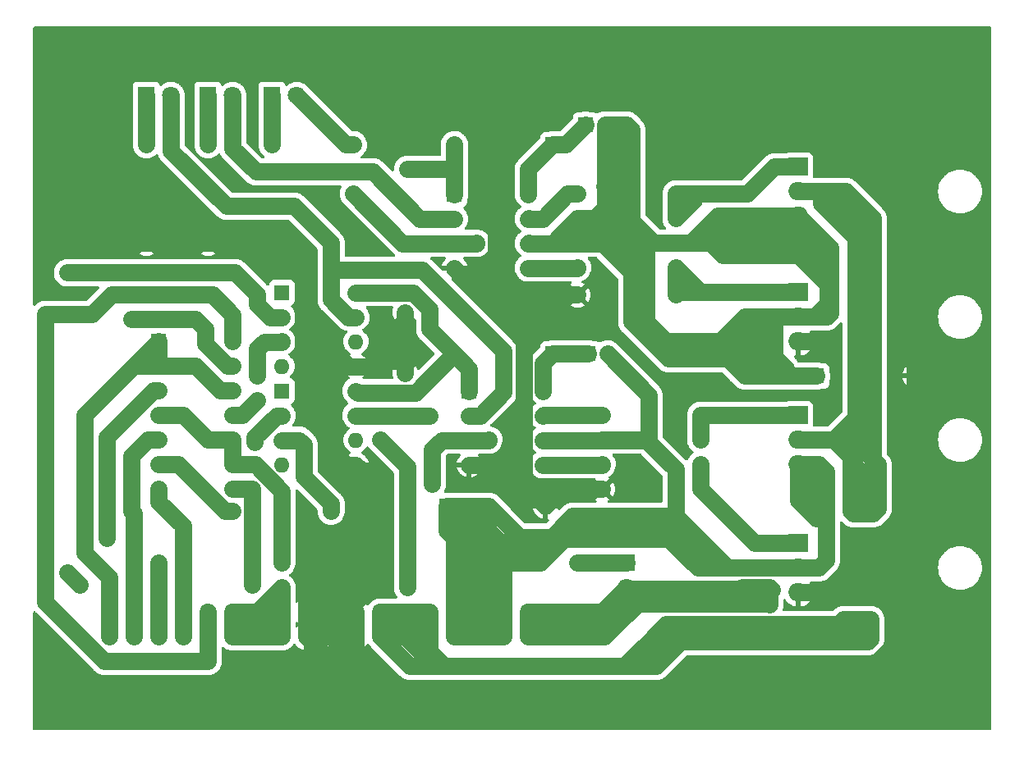
<source format=gbl>
%TF.GenerationSoftware,KiCad,Pcbnew,(6.0.8)*%
%TF.CreationDate,2023-09-29T18:08:47+09:00*%
%TF.ProjectId,AltairMD_V3,416c7461-6972-44d4-945f-56332e6b6963,rev?*%
%TF.SameCoordinates,PX4cc9b70PY8062360*%
%TF.FileFunction,Copper,L2,Bot*%
%TF.FilePolarity,Positive*%
%FSLAX46Y46*%
G04 Gerber Fmt 4.6, Leading zero omitted, Abs format (unit mm)*
G04 Created by KiCad (PCBNEW (6.0.8)) date 2023-09-29 18:08:47*
%MOMM*%
%LPD*%
G01*
G04 APERTURE LIST*
%TA.AperFunction,ComponentPad*%
%ADD10C,1.600000*%
%TD*%
%TA.AperFunction,ComponentPad*%
%ADD11O,1.600000X1.600000*%
%TD*%
%TA.AperFunction,ComponentPad*%
%ADD12R,1.600000X1.600000*%
%TD*%
%TA.AperFunction,ComponentPad*%
%ADD13R,1.800000X1.800000*%
%TD*%
%TA.AperFunction,ComponentPad*%
%ADD14C,1.800000*%
%TD*%
%TA.AperFunction,ComponentPad*%
%ADD15R,2.000000X1.905000*%
%TD*%
%TA.AperFunction,ComponentPad*%
%ADD16O,2.000000X1.905000*%
%TD*%
%TA.AperFunction,ComponentPad*%
%ADD17R,1.700000X1.700000*%
%TD*%
%TA.AperFunction,ComponentPad*%
%ADD18O,1.700000X1.700000*%
%TD*%
%TA.AperFunction,ViaPad*%
%ADD19C,0.800000*%
%TD*%
%TA.AperFunction,Conductor*%
%ADD20C,1.800000*%
%TD*%
%TA.AperFunction,Conductor*%
%ADD21C,0.800000*%
%TD*%
G04 APERTURE END LIST*
D10*
%TO.P,R14,1*%
%TO.N,M-*%
X46482000Y17780000D03*
D11*
%TO.P,R14,2*%
%TO.N,Net-(D10-Pad1)*%
X56642000Y17780000D03*
%TD*%
D10*
%TO.P,R1,1*%
%TO.N,GND1*%
X18542000Y50800000D03*
D11*
%TO.P,R1,2*%
%TO.N,Net-(D1-Pad1)*%
X18542000Y60960000D03*
%TD*%
D10*
%TO.P,R13,1*%
%TO.N,GND1*%
X59182000Y25400000D03*
D11*
%TO.P,R13,2*%
%TO.N,Net-(MOSFET4-Pad1)*%
X69342000Y25400000D03*
%TD*%
D10*
%TO.P,R11,1*%
%TO.N,M-*%
X59182000Y30480000D03*
D11*
%TO.P,R11,2*%
%TO.N,Net-(MOSFET3-Pad1)*%
X69342000Y30480000D03*
%TD*%
D12*
%TO.P,C4,1*%
%TO.N,+12V*%
X38862000Y35366887D03*
D10*
%TO.P,C4,2*%
%TO.N,GND1*%
X38862000Y37366887D03*
%TD*%
D12*
%TO.P,U1,1,NC*%
%TO.N,unconnected-(U1-Pad1)*%
X26172000Y35550000D03*
D11*
%TO.P,U1,2,A*%
%TO.N,Net-(U1-Pad2)*%
X26172000Y33010000D03*
%TO.P,U1,3,C*%
%TO.N,Net-(R4-Pad2)*%
X26172000Y30470000D03*
%TO.P,U1,4,NC*%
%TO.N,unconnected-(U1-Pad4)*%
X26172000Y27930000D03*
%TO.P,U1,5,VEE*%
%TO.N,GND1*%
X33792000Y27930000D03*
%TO.P,U1,6,VO*%
%TO.N,unconnected-(U1-Pad6)*%
X33792000Y30470000D03*
%TO.P,U1,7,VO*%
%TO.N,PWM1out*%
X33792000Y33010000D03*
%TO.P,U1,8,VCC*%
%TO.N,+12V*%
X33792000Y35550000D03*
%TD*%
D13*
%TO.P,D2,1,K*%
%TO.N,Net-(D2-Pad1)*%
X12187000Y66040000D03*
D14*
%TO.P,D2,2,A*%
%TO.N,PWM2out*%
X14727000Y66040000D03*
%TD*%
D12*
%TO.P,D4,1,K*%
%TO.N,Net-(C1-Pad1)*%
X54102000Y60960000D03*
D11*
%TO.P,D4,2,A*%
%TO.N,+12V*%
X43942000Y60960000D03*
%TD*%
D10*
%TO.P,R6,1*%
%TO.N,Net-(R6-Pad1)*%
X56642000Y55880000D03*
D11*
%TO.P,R6,2*%
%TO.N,Net-(MOSFET1-Pad1)*%
X66802000Y55880000D03*
%TD*%
D15*
%TO.P,MOSFET4,1,1*%
%TO.N,Net-(MOSFET4-Pad1)*%
X79416000Y19812000D03*
D16*
%TO.P,MOSFET4,2,2*%
%TO.N,M-*%
X79416000Y17272000D03*
%TO.P,MOSFET4,3,3*%
%TO.N,GND1*%
X79416000Y14732000D03*
%TD*%
D13*
%TO.P,D10,1,KA*%
%TO.N,Net-(D10-Pad1)*%
X61722000Y17775000D03*
D14*
%TO.P,D10,2,AK*%
%TO.N,M+*%
X61722000Y15235000D03*
%TD*%
D12*
%TO.P,D8,1,K*%
%TO.N,+24V*%
X67183000Y10007600D03*
D11*
%TO.P,D8,2,A*%
%TO.N,M-*%
X67183000Y20167600D03*
%TD*%
D17*
%TO.P,SW1,1*%
%TO.N,+12V*%
X39111000Y25908000D03*
D18*
%TO.P,SW1,2*%
%TO.N,SD*%
X41651000Y25908000D03*
%TD*%
D10*
%TO.P,R12,1*%
%TO.N,Net-(R12-Pad1)*%
X59182000Y27940000D03*
D11*
%TO.P,R12,2*%
%TO.N,Net-(MOSFET4-Pad1)*%
X69342000Y27940000D03*
%TD*%
D15*
%TO.P,MOSFET2,1,1*%
%TO.N,Net-(MOSFET2-Pad1)*%
X79416000Y45720000D03*
D16*
%TO.P,MOSFET2,2,2*%
%TO.N,M+*%
X79416000Y43180000D03*
%TO.P,MOSFET2,3,3*%
%TO.N,GND1*%
X79416000Y40640000D03*
%TD*%
D12*
%TO.P,C2,1*%
%TO.N,Net-(C2-Pad1)*%
X57718888Y39370000D03*
D10*
%TO.P,C2,2*%
%TO.N,M-*%
X59718888Y39370000D03*
%TD*%
D13*
%TO.P,D3,1,K*%
%TO.N,Net-(D3-Pad1)*%
X25141000Y66040000D03*
D14*
%TO.P,D3,2,A*%
%TO.N,SD*%
X27681000Y66040000D03*
%TD*%
D15*
%TO.P,MOSFET3,1,1*%
%TO.N,Net-(MOSFET3-Pad1)*%
X79416000Y33020000D03*
D16*
%TO.P,MOSFET3,2,2*%
%TO.N,+24V*%
X79416000Y30480000D03*
%TO.P,MOSFET3,3,3*%
%TO.N,M-*%
X79416000Y27940000D03*
%TD*%
D10*
%TO.P,R4,1*%
%TO.N,Net-(R4-Pad1)*%
X21082000Y23114000D03*
D11*
%TO.P,R4,2*%
%TO.N,Net-(R4-Pad2)*%
X31242000Y23114000D03*
%TD*%
D12*
%TO.P,D9,1,K*%
%TO.N,M-*%
X43180000Y23622000D03*
D11*
%TO.P,D9,2,A*%
%TO.N,GND1*%
X53340000Y23622000D03*
%TD*%
D12*
%TO.P,U4,1,VCC*%
%TO.N,+12V*%
X45476000Y35550000D03*
D11*
%TO.P,U4,2,IN*%
%TO.N,PWM2out*%
X45476000Y33010000D03*
%TO.P,U4,3,~{SD}*%
%TO.N,SD*%
X45476000Y30470000D03*
%TO.P,U4,4,COM*%
%TO.N,GND1*%
X45476000Y27930000D03*
%TO.P,U4,5,LO*%
%TO.N,Net-(R12-Pad1)*%
X53096000Y27930000D03*
%TO.P,U4,6,VS*%
%TO.N,M-*%
X53096000Y30470000D03*
%TO.P,U4,7,HO*%
%TO.N,Net-(R10-Pad1)*%
X53096000Y33010000D03*
%TO.P,U4,8,VB*%
%TO.N,Net-(C2-Pad1)*%
X53096000Y35550000D03*
%TD*%
D10*
%TO.P,R3,1*%
%TO.N,GND1*%
X25146000Y50800000D03*
D11*
%TO.P,R3,2*%
%TO.N,Net-(D3-Pad1)*%
X25146000Y60960000D03*
%TD*%
D15*
%TO.P,MOSFET1,1,1*%
%TO.N,Net-(MOSFET1-Pad1)*%
X79416000Y58674000D03*
D16*
%TO.P,MOSFET1,2,2*%
%TO.N,+24V*%
X79416000Y56134000D03*
%TO.P,MOSFET1,3,3*%
%TO.N,M+*%
X79416000Y53594000D03*
%TD*%
D12*
%TO.P,U3,1,VCC*%
%TO.N,+12V*%
X43952000Y55870000D03*
D11*
%TO.P,U3,2,IN*%
%TO.N,PWM1out*%
X43952000Y53330000D03*
%TO.P,U3,3,~{SD}*%
%TO.N,SD*%
X43952000Y50790000D03*
%TO.P,U3,4,COM*%
%TO.N,GND1*%
X43952000Y48250000D03*
%TO.P,U3,5,LO*%
%TO.N,Net-(R8-Pad1)*%
X51572000Y48250000D03*
%TO.P,U3,6,VS*%
%TO.N,M+*%
X51572000Y50790000D03*
%TO.P,U3,7,HO*%
%TO.N,Net-(R6-Pad1)*%
X51572000Y53330000D03*
%TO.P,U3,8,VB*%
%TO.N,Net-(C1-Pad1)*%
X51572000Y55870000D03*
%TD*%
D13*
%TO.P,D1,1,K*%
%TO.N,Net-(D1-Pad1)*%
X18542000Y66040000D03*
D14*
%TO.P,D1,2,A*%
%TO.N,PWM1out*%
X21082000Y66040000D03*
%TD*%
D12*
%TO.P,U2,1,NC*%
%TO.N,unconnected-(U2-Pad1)*%
X26172000Y45710000D03*
D11*
%TO.P,U2,2,A*%
%TO.N,Net-(U2-Pad2)*%
X26172000Y43170000D03*
%TO.P,U2,3,C*%
%TO.N,Net-(R5-Pad2)*%
X26172000Y40630000D03*
%TO.P,U2,4,NC*%
%TO.N,unconnected-(U2-Pad4)*%
X26172000Y38090000D03*
%TO.P,U2,5,VEE*%
%TO.N,GND1*%
X33792000Y38090000D03*
%TO.P,U2,6,VO*%
%TO.N,unconnected-(U2-Pad6)*%
X33792000Y40630000D03*
%TO.P,U2,7,VO*%
%TO.N,PWM2out*%
X33792000Y43170000D03*
%TO.P,U2,8,VCC*%
%TO.N,+12V*%
X33792000Y45710000D03*
%TD*%
D10*
%TO.P,R2,1*%
%TO.N,GND1*%
X12192000Y50800000D03*
D11*
%TO.P,R2,2*%
%TO.N,Net-(D2-Pad1)*%
X12192000Y60960000D03*
%TD*%
D10*
%TO.P,R10,1*%
%TO.N,Net-(R10-Pad1)*%
X59182000Y33020000D03*
D11*
%TO.P,R10,2*%
%TO.N,Net-(MOSFET3-Pad1)*%
X69342000Y33020000D03*
%TD*%
D12*
%TO.P,D6,1,K*%
%TO.N,+24V*%
X87122000Y49530000D03*
D11*
%TO.P,D6,2,A*%
%TO.N,M+*%
X76962000Y49530000D03*
%TD*%
D12*
%TO.P,C1,1*%
%TO.N,Net-(C1-Pad1)*%
X57464888Y62992000D03*
D10*
%TO.P,C1,2*%
%TO.N,M+*%
X59464888Y62992000D03*
%TD*%
D12*
%TO.P,U5,1*%
%TO.N,B*%
X13472000Y40645000D03*
D11*
%TO.P,U5,2*%
X13472000Y38105000D03*
%TO.P,U5,3*%
%TO.N,Net-(U1-Pad2)*%
X13472000Y35565000D03*
%TO.P,U5,4*%
%TO.N,A*%
X13472000Y33025000D03*
%TO.P,U5,5*%
%TO.N,PWM*%
X13472000Y30485000D03*
%TO.P,U5,6*%
%TO.N,Net-(R4-Pad1)*%
X13472000Y27945000D03*
%TO.P,U5,7,GND*%
%TO.N,GND*%
X13472000Y25405000D03*
%TO.P,U5,8*%
%TO.N,Net-(U2-Pad2)*%
X21092000Y25405000D03*
%TO.P,U5,9*%
%TO.N,A*%
X21092000Y27945000D03*
%TO.P,U5,10*%
X21092000Y30485000D03*
%TO.P,U5,11*%
%TO.N,Net-(R5-Pad1)*%
X21092000Y33025000D03*
%TO.P,U5,12*%
%TO.N,B*%
X21092000Y35565000D03*
%TO.P,U5,13*%
%TO.N,PWM*%
X21092000Y38105000D03*
%TO.P,U5,14,VCC*%
%TO.N,+5V*%
X21092000Y40645000D03*
%TD*%
D12*
%TO.P,D7,1,K*%
%TO.N,M+*%
X81280000Y37084000D03*
D11*
%TO.P,D7,2,A*%
%TO.N,GND1*%
X91440000Y37084000D03*
%TD*%
D10*
%TO.P,R8,1*%
%TO.N,Net-(R8-Pad1)*%
X56642000Y48260000D03*
D11*
%TO.P,R8,2*%
%TO.N,Net-(MOSFET2-Pad1)*%
X66802000Y48260000D03*
%TD*%
D10*
%TO.P,R9,1*%
%TO.N,GND1*%
X56642000Y45466000D03*
D11*
%TO.P,R9,2*%
%TO.N,Net-(MOSFET2-Pad1)*%
X66802000Y45466000D03*
%TD*%
D12*
%TO.P,D5,1,K*%
%TO.N,Net-(C2-Pad1)*%
X54102000Y39370000D03*
D11*
%TO.P,D5,2,A*%
%TO.N,+12V*%
X43942000Y39370000D03*
%TD*%
D17*
%TO.P,J1,1,Pin_1*%
%TO.N,M+*%
X56637000Y12700000D03*
D18*
%TO.P,J1,2,Pin_2*%
X56637000Y10160000D03*
%TO.P,J1,3,Pin_3*%
X54097000Y12700000D03*
%TO.P,J1,4,Pin_4*%
X54097000Y10160000D03*
%TO.P,J1,5,Pin_5*%
X51557000Y12700000D03*
%TO.P,J1,6,Pin_6*%
X51557000Y10160000D03*
%TO.P,J1,7,Pin_7*%
%TO.N,M-*%
X49017000Y12700000D03*
%TO.P,J1,8,Pin_8*%
X49017000Y10160000D03*
%TO.P,J1,9,Pin_9*%
X46477000Y12700000D03*
%TO.P,J1,10,Pin_10*%
X46477000Y10160000D03*
%TO.P,J1,11,Pin_11*%
X43937000Y12700000D03*
%TO.P,J1,12,Pin_12*%
X43937000Y10160000D03*
%TO.P,J1,13,Pin_13*%
%TO.N,+24V*%
X41397000Y12700000D03*
%TO.P,J1,14,Pin_14*%
X41397000Y10160000D03*
%TO.P,J1,15,Pin_15*%
X38857000Y12700000D03*
%TO.P,J1,16,Pin_16*%
X38857000Y10160000D03*
%TO.P,J1,17,Pin_17*%
X36317000Y12700000D03*
%TO.P,J1,18,Pin_18*%
X36317000Y10160000D03*
%TO.P,J1,19,Pin_19*%
%TO.N,GND1*%
X33777000Y12700000D03*
%TO.P,J1,20,Pin_20*%
X33777000Y10160000D03*
%TO.P,J1,21,Pin_21*%
X31237000Y12700000D03*
%TO.P,J1,22,Pin_22*%
X31237000Y10160000D03*
%TO.P,J1,23,Pin_23*%
X28697000Y12700000D03*
%TO.P,J1,24,Pin_24*%
X28697000Y10160000D03*
%TO.P,J1,25,Pin_25*%
%TO.N,+12V*%
X26157000Y12700000D03*
%TO.P,J1,26,Pin_26*%
X26157000Y10160000D03*
%TO.P,J1,27,Pin_27*%
X23617000Y12700000D03*
%TO.P,J1,28,Pin_28*%
X23617000Y10160000D03*
%TO.P,J1,29,Pin_29*%
X21077000Y12700000D03*
%TO.P,J1,30,Pin_30*%
X21077000Y10160000D03*
%TO.P,J1,31,Pin_31*%
%TO.N,+5V*%
X18537000Y12700000D03*
%TO.P,J1,32,Pin_32*%
X18537000Y10160000D03*
%TO.P,J1,33,Pin_33*%
%TO.N,GND*%
X15997000Y12700000D03*
%TO.P,J1,34,Pin_34*%
X15997000Y10160000D03*
%TO.P,J1,35,Pin_35*%
%TO.N,A*%
X13457000Y12700000D03*
%TO.P,J1,36,Pin_36*%
X13457000Y10160000D03*
%TO.P,J1,37,Pin_37*%
%TO.N,PWM*%
X10917000Y12700000D03*
%TO.P,J1,38,Pin_38*%
X10917000Y10160000D03*
%TO.P,J1,39,Pin_39*%
%TO.N,B*%
X8377000Y12700000D03*
%TO.P,J1,40,Pin_40*%
X8377000Y10160000D03*
%TD*%
D10*
%TO.P,R7,1*%
%TO.N,M+*%
X56642000Y53340000D03*
D11*
%TO.P,R7,2*%
%TO.N,Net-(MOSFET1-Pad1)*%
X66802000Y53340000D03*
%TD*%
D12*
%TO.P,C3,1*%
%TO.N,+12V*%
X38862000Y45659112D03*
D10*
%TO.P,C3,2*%
%TO.N,GND1*%
X38862000Y43659112D03*
%TD*%
D11*
%TO.P,R5,2*%
%TO.N,Net-(R5-Pad2)*%
X23622000Y37084000D03*
D10*
%TO.P,R5,1*%
%TO.N,Net-(R5-Pad1)*%
X23622000Y34544000D03*
%TD*%
D19*
%TO.N,SD*%
X47498000Y30480000D03*
X46228000Y50800000D03*
%TO.N,Net-(U2-Pad2)*%
X4064000Y16764000D03*
X5334000Y15494000D03*
%TO.N,M+*%
X74930000Y39624000D03*
X74893000Y14478000D03*
%TO.N,PWM1out*%
X41392000Y33010000D03*
X41656000Y53340000D03*
%TO.N,+12V*%
X39116000Y15240000D03*
X36322000Y35306000D03*
X36312000Y45710000D03*
X39116000Y58420000D03*
X36449000Y30353000D03*
X26162000Y15240000D03*
%TO.N,+24V*%
X86106000Y11176000D03*
X86106000Y23368000D03*
%TO.N,GND1*%
X81788000Y40640000D03*
X91948000Y40640000D03*
X56642000Y25400000D03*
%TO.N,A*%
X13462000Y17780000D03*
X26162000Y17780000D03*
%TO.N,PWM*%
X10668000Y42926000D03*
X10668000Y26416000D03*
%TO.N,Net-(U1-Pad2)*%
X8128000Y20320000D03*
X23368000Y30226000D03*
%TO.N,Net-(U2-Pad2)*%
X4064000Y47752000D03*
X23109000Y15499000D03*
%TO.N,SD*%
X33528000Y55880000D03*
X33528000Y60960000D03*
%TD*%
D20*
%TO.N,SD*%
X46218000Y50790000D02*
X43952000Y50790000D01*
X46228000Y50800000D02*
X46218000Y50790000D01*
%TO.N,GND1*%
X48260000Y48234600D02*
X47777400Y47752000D01*
X48260000Y63830200D02*
X48260000Y48234600D01*
X47777400Y64312800D02*
X48260000Y63830200D01*
%TO.N,SD*%
X47488000Y30470000D02*
X47498000Y30480000D01*
X45476000Y30470000D02*
X47488000Y30470000D01*
%TO.N,GND1*%
X47244000Y47752000D02*
X47777400Y47752000D01*
X45847000Y46355000D02*
X47244000Y47752000D01*
X45847000Y46355000D02*
X43952000Y48250000D01*
X46736000Y45466000D02*
X45847000Y46355000D01*
X49022000Y63246000D02*
X49022000Y46507400D01*
X49022000Y46507400D02*
X49288700Y46240700D01*
X47777400Y47752000D02*
X49288700Y46240700D01*
X49288700Y46240700D02*
X50063400Y45466000D01*
X49022000Y63246000D02*
X49276000Y62992000D01*
X46736000Y63246000D02*
X49022000Y63246000D01*
%TO.N,Net-(U2-Pad2)*%
X5334000Y15494000D02*
X4064000Y16764000D01*
%TO.N,B*%
X8382000Y16256000D02*
X8382000Y12700000D01*
X5842000Y18796000D02*
X8382000Y16256000D01*
X5842000Y33020000D02*
X5842000Y18796000D01*
X10927000Y38105000D02*
X5842000Y33020000D01*
%TO.N,+5V*%
X21092000Y43424000D02*
X21092000Y40645000D01*
X19050000Y45466000D02*
X21092000Y43424000D01*
X6604000Y43434000D02*
X8636000Y45466000D01*
X8636000Y45466000D02*
X19050000Y45466000D01*
X1778000Y43434000D02*
X6604000Y43434000D01*
X1778000Y13716000D02*
X1778000Y43434000D01*
X7874000Y7620000D02*
X1778000Y13716000D01*
X18537000Y7625000D02*
X18542000Y7620000D01*
X18542000Y7620000D02*
X7874000Y7620000D01*
X18537000Y12700000D02*
X18537000Y7625000D01*
%TO.N,M-*%
X80772000Y25654000D02*
X80137000Y25019000D01*
X82296000Y25654000D02*
X82296000Y27178000D01*
X82296000Y25654000D02*
X80772000Y25654000D01*
X82296000Y24638000D02*
X82296000Y25654000D01*
X81026000Y27178000D02*
X82296000Y27178000D01*
X80137000Y26289000D02*
X81026000Y27178000D01*
X79416000Y27010000D02*
X79416000Y27940000D01*
X81026000Y24130000D02*
X80137000Y25019000D01*
X80137000Y25019000D02*
X80137000Y26289000D01*
X82296000Y24130000D02*
X81026000Y24130000D01*
X80137000Y26289000D02*
X79416000Y27010000D01*
X82296000Y24130000D02*
X82296000Y24638000D01*
X82296000Y22352000D02*
X82296000Y24130000D01*
X79416000Y27940000D02*
X79416000Y24216000D01*
X81280000Y22352000D02*
X82296000Y22352000D01*
X82296000Y18034000D02*
X82296000Y22352000D01*
X79416000Y24216000D02*
X81280000Y22352000D01*
X79416000Y27940000D02*
X81534000Y27940000D01*
X81534000Y17272000D02*
X82296000Y18034000D01*
X82296000Y27178000D02*
X81534000Y27940000D01*
X79416000Y17272000D02*
X81534000Y17272000D01*
X52832000Y17780000D02*
X51308000Y17780000D01*
X55194200Y20142200D02*
X52832000Y17780000D01*
X55194200Y20243800D02*
X55194200Y20142200D01*
X55194200Y20243800D02*
X67081400Y20243800D01*
X54203600Y20243800D02*
X55194200Y20243800D01*
X50673000Y20447000D02*
X53975000Y20447000D01*
X49657000Y21463000D02*
X50673000Y20447000D01*
X47498000Y23622000D02*
X49657000Y21463000D01*
X53975000Y20447000D02*
X54711600Y21183600D01*
X50673000Y20447000D02*
X51943000Y19177000D01*
X51562000Y18034000D02*
X49657000Y19939000D01*
X49657000Y19939000D02*
X48641000Y19939000D01*
X45593000Y22987000D02*
X48641000Y19939000D01*
X51562000Y18034000D02*
X52705000Y19177000D01*
X51308000Y17780000D02*
X51562000Y18034000D01*
X48641000Y19939000D02*
X49784000Y18796000D01*
X49784000Y18796000D02*
X49784000Y17780000D01*
X49784000Y17780000D02*
X51308000Y17780000D01*
X49276000Y17780000D02*
X49784000Y17780000D01*
X45593000Y21463000D02*
X45593000Y22987000D01*
X46355000Y20701000D02*
X45593000Y21463000D01*
X45593000Y22987000D02*
X46228000Y23622000D01*
X44196000Y21590000D02*
X45593000Y22987000D01*
X47498000Y21844000D02*
X46355000Y20701000D01*
X47498000Y23622000D02*
X47498000Y21844000D01*
X46355000Y20701000D02*
X49276000Y17780000D01*
X43434000Y23622000D02*
X46355000Y20701000D01*
X46228000Y23622000D02*
X47498000Y23622000D01*
X46482000Y19304000D02*
X44196000Y21590000D01*
X46482000Y17780000D02*
X46482000Y19304000D01*
X43180000Y23622000D02*
X43434000Y23622000D01*
X51943000Y19177000D02*
X52705000Y19177000D01*
X43180000Y23622000D02*
X47498000Y23622000D01*
X52705000Y19177000D02*
X53987700Y20459700D01*
X43937000Y18791000D02*
X46477000Y16251000D01*
X46477000Y16251000D02*
X46477000Y17785000D01*
X46477000Y17785000D02*
X45466000Y18796000D01*
X45466000Y18796000D02*
X46482000Y17780000D01*
X44704000Y19558000D02*
X45466000Y18796000D01*
X47249000Y14737000D02*
X48133000Y15621000D01*
X48133000Y15621000D02*
X47503000Y16251000D01*
X49017000Y14737000D02*
X48133000Y15621000D01*
X46477000Y14737000D02*
X47249000Y14737000D01*
X47503000Y16251000D02*
X46477000Y16251000D01*
X46477000Y16251000D02*
X46477000Y17775000D01*
X46477000Y14737000D02*
X46477000Y16251000D01*
X48514000Y14737000D02*
X49017000Y14737000D01*
X46477000Y12700000D02*
X48514000Y14737000D01*
X49017000Y17521000D02*
X49017000Y14737000D01*
X49017000Y14737000D02*
X49017000Y12700000D01*
X43937000Y14473000D02*
X44704000Y14473000D01*
X43937000Y14473000D02*
X43937000Y18791000D01*
X44704000Y14473000D02*
X46477000Y12700000D01*
X43937000Y12700000D02*
X43937000Y14473000D01*
X43937000Y17277000D02*
X46477000Y14737000D01*
X43937000Y18791000D02*
X43937000Y17277000D01*
X46477000Y12700000D02*
X46477000Y14737000D01*
X43937000Y18791000D02*
X43937000Y20325000D01*
X43937000Y20325000D02*
X43180000Y21082000D01*
X43937000Y18791000D02*
X44704000Y19558000D01*
X43180000Y21082000D02*
X44704000Y19558000D01*
X49276000Y17780000D02*
X49017000Y17521000D01*
X46482000Y17780000D02*
X49276000Y17780000D01*
%TO.N,GND1*%
X28371800Y38430200D02*
X28371800Y40970200D01*
X29718000Y37084000D02*
X28371800Y38430200D01*
X30988000Y29718000D02*
X30988000Y31496000D01*
X30353000Y37719000D02*
X29718000Y37084000D01*
X30353000Y38989000D02*
X30353000Y37719000D01*
X30353000Y38989000D02*
X31252000Y38090000D01*
X29718000Y37084000D02*
X29718000Y32766000D01*
X28371800Y40970200D02*
X30353000Y38989000D01*
X30988000Y31496000D02*
X30988000Y37826000D01*
X29718000Y32766000D02*
X30988000Y31496000D01*
%TO.N,M+*%
X71120000Y53594000D02*
X73152000Y53594000D01*
X70104000Y52578000D02*
X71120000Y53594000D01*
X68326000Y50800000D02*
X70104000Y52578000D01*
X70104000Y52578000D02*
X72136000Y52578000D01*
X72136000Y52578000D02*
X73152000Y53594000D01*
X70358000Y50800000D02*
X72136000Y52578000D01*
X68326000Y50800000D02*
X64516000Y50800000D01*
X70358000Y50800000D02*
X68326000Y50800000D01*
X62230000Y53086000D02*
X64516000Y50800000D01*
X64516000Y50800000D02*
X63754000Y50800000D01*
X62230000Y53340000D02*
X62230000Y53086000D01*
X62230000Y53340000D02*
X62230000Y50800000D01*
X62230000Y62484000D02*
X62230000Y53340000D01*
X61722000Y62992000D02*
X62230000Y62484000D01*
X60706000Y62992000D02*
X61722000Y62992000D01*
X60706000Y62992000D02*
X59464888Y62992000D01*
X60706000Y50800000D02*
X60706000Y62992000D01*
X59464888Y52041112D02*
X60706000Y50800000D01*
X59464888Y54384888D02*
X59464888Y52041112D01*
X60706000Y50800000D02*
X59690000Y50800000D01*
X62230000Y50800000D02*
X60706000Y50800000D01*
X56642000Y51034000D02*
X56886000Y50790000D01*
X56642000Y53340000D02*
X56642000Y51034000D01*
X56886000Y50790000D02*
X59680000Y50790000D01*
X51572000Y50790000D02*
X56886000Y50790000D01*
X59690000Y50800000D02*
X59182000Y50800000D01*
X59680000Y50790000D02*
X59690000Y50800000D01*
X62484000Y47498000D02*
X63754000Y47498000D01*
X59182000Y50800000D02*
X62484000Y47498000D01*
X63754000Y47498000D02*
X63754000Y50800000D01*
X63754000Y42672000D02*
X63754000Y47498000D01*
X71374000Y40640000D02*
X73914000Y43180000D01*
X70104000Y40640000D02*
X65786000Y40640000D01*
X74422000Y40640000D02*
X70104000Y40640000D01*
X70104000Y40640000D02*
X71374000Y40640000D01*
X65786000Y40640000D02*
X63754000Y42672000D01*
X72136000Y38862000D02*
X73914000Y37084000D01*
X71882000Y38862000D02*
X72136000Y38862000D01*
X71882000Y38862000D02*
X74422000Y38862000D01*
X66040000Y38862000D02*
X71882000Y38862000D01*
X74422000Y38862000D02*
X74930000Y39370000D01*
X62230000Y42672000D02*
X66040000Y38862000D01*
X62230000Y50800000D02*
X62230000Y42672000D01*
X63754000Y50800000D02*
X62230000Y50800000D01*
X73660000Y39878000D02*
X74422000Y40640000D01*
X74422000Y40640000D02*
X76962000Y43180000D01*
%TO.N,GND1*%
X79416000Y40640000D02*
X82804000Y40640000D01*
X81788000Y40640000D02*
X79416000Y40640000D01*
X91440000Y40132000D02*
X91440000Y41148000D01*
X92710000Y39878000D02*
X92710000Y25654000D01*
X91440000Y41148000D02*
X91440000Y55372000D01*
X91440000Y18034000D02*
X91440000Y40132000D01*
X91440000Y40132000D02*
X91948000Y40640000D01*
X91948000Y40640000D02*
X91440000Y41148000D01*
X91948000Y40640000D02*
X92710000Y39878000D01*
X78486000Y70104000D02*
X80264000Y70104000D01*
X78359000Y70231000D02*
X78486000Y70104000D01*
X92710000Y58928000D02*
X92710000Y57658000D01*
X92710000Y57658000D02*
X92710000Y25654000D01*
X80264000Y70104000D02*
X92710000Y57658000D01*
X79756000Y71882000D02*
X78359000Y70485000D01*
X78359000Y70485000D02*
X78359000Y70231000D01*
X78359000Y70231000D02*
X91440000Y57150000D01*
X76708000Y71882000D02*
X78359000Y70231000D01*
X76708000Y71882000D02*
X79756000Y71882000D01*
X79756000Y71882000D02*
X92710000Y58928000D01*
X92710000Y4572000D02*
X92710000Y25654000D01*
X7874000Y66294000D02*
X7874000Y68326000D01*
X7874000Y58293000D02*
X7874000Y66294000D01*
X7874000Y70358000D02*
X7874000Y66294000D01*
X9398000Y71882000D02*
X7874000Y70358000D01*
X41656000Y71882000D02*
X9398000Y71882000D01*
X39992300Y69989700D02*
X46736000Y63246000D01*
X46736000Y64541400D02*
X46736000Y63246000D01*
X37223700Y69989700D02*
X39992300Y69989700D01*
X37223700Y69989700D02*
X40017700Y69989700D01*
X9537700Y69989700D02*
X37223700Y69989700D01*
X51485800Y66878200D02*
X51943000Y66421000D01*
X51943000Y66421000D02*
X53467000Y67945000D01*
X49834800Y64312800D02*
X51943000Y66421000D01*
X49352200Y66878200D02*
X51485800Y66878200D01*
X49352200Y66878200D02*
X48310800Y65836800D01*
X48310800Y65836800D02*
X49834800Y64312800D01*
X47777400Y66370200D02*
X48310800Y65836800D01*
X49352200Y67945000D02*
X49352200Y66878200D01*
X47777400Y66370200D02*
X49352200Y67945000D01*
X53467000Y67945000D02*
X54610000Y69088000D01*
X49352200Y67945000D02*
X53467000Y67945000D01*
X50038000Y64516000D02*
X49834800Y64312800D01*
X50038000Y69088000D02*
X50038000Y64516000D01*
X47777400Y66827400D02*
X47777400Y66370200D01*
X47777400Y64312800D02*
X49834800Y64312800D01*
X50038000Y69088000D02*
X54610000Y69088000D01*
X54610000Y69088000D02*
X77724000Y69088000D01*
X46482000Y65786000D02*
X46482000Y69088000D01*
X46736000Y65532000D02*
X46482000Y65786000D01*
X45339000Y66929000D02*
X45339000Y67945000D01*
X45339000Y67945000D02*
X46482000Y69088000D01*
X45339000Y66929000D02*
X46736000Y65532000D01*
X40894000Y71374000D02*
X45339000Y66929000D01*
X47777400Y67792600D02*
X46482000Y69088000D01*
X46482000Y69088000D02*
X50038000Y69088000D01*
X47777400Y66827400D02*
X47777400Y67792600D01*
X41910000Y69088000D02*
X46482000Y69088000D01*
X47777400Y66827400D02*
X50038000Y69088000D01*
X47777400Y64312800D02*
X47777400Y66827400D01*
X91440000Y57150000D02*
X91440000Y55372000D01*
X76708000Y71882000D02*
X41656000Y71882000D01*
X43434000Y70612000D02*
X76200000Y70612000D01*
X76200000Y70612000D02*
X80645000Y66167000D01*
X41910000Y69088000D02*
X43434000Y70612000D01*
X75438000Y71374000D02*
X76200000Y70612000D01*
X77724000Y69088000D02*
X80645000Y66167000D01*
X80645000Y66167000D02*
X91440000Y55372000D01*
X41910000Y69088000D02*
X46456600Y64541400D01*
X41008300Y69989700D02*
X41910000Y69088000D01*
X40894000Y71374000D02*
X75438000Y71374000D01*
X40017700Y70243700D02*
X40017700Y69989700D01*
X40017700Y69989700D02*
X41008300Y69989700D01*
X41656000Y71882000D02*
X40017700Y70243700D01*
X46736000Y45466000D02*
X56642000Y45466000D01*
%TO.N,M+*%
X76555600Y15138400D02*
X76708000Y14986000D01*
X73558400Y15143400D02*
X76555600Y15143400D01*
X73660000Y15240000D02*
X73558400Y15138400D01*
X62890400Y15138400D02*
X73558400Y15138400D01*
X76454000Y13462000D02*
X76454000Y15240000D01*
X76301600Y13614400D02*
X76454000Y13462000D01*
X73272400Y13614400D02*
X76301600Y13614400D01*
X76454000Y15240000D02*
X73660000Y15240000D01*
X73272400Y13614400D02*
X74796400Y15138400D01*
X62890400Y13614400D02*
X73272400Y13614400D01*
X59436000Y12451000D02*
X60457000Y12451000D01*
X60457000Y12451000D02*
X61468000Y13462000D01*
X61468000Y13462000D02*
X60708500Y14221500D01*
X61468000Y12192000D02*
X61468000Y13462000D01*
X61468000Y12192000D02*
X62890400Y13614400D01*
X59436000Y10160000D02*
X61468000Y12192000D01*
X59436000Y12949000D02*
X60708500Y14221500D01*
X59436000Y10160000D02*
X59436000Y12949000D01*
X56647000Y10160000D02*
X60708500Y14221500D01*
X60708500Y14221500D02*
X61722000Y15235000D01*
X59436000Y12451000D02*
X59436000Y10160000D01*
X59187000Y12700000D02*
X59436000Y12451000D01*
X62890400Y13614400D02*
X62890400Y15138400D01*
X56637000Y10160000D02*
X59436000Y10160000D01*
X61818600Y15138400D02*
X62890400Y15138400D01*
X56637000Y10160000D02*
X56647000Y10160000D01*
%TO.N,+24V*%
X84074000Y11938000D02*
X83566000Y11430000D01*
X86868000Y11938000D02*
X84074000Y11938000D01*
X83566000Y11430000D02*
X85852000Y11430000D01*
X83312000Y11430000D02*
X83566000Y11430000D01*
X86868000Y9906000D02*
X86868000Y11938000D01*
X86614000Y9652000D02*
X86868000Y9906000D01*
X84582000Y9652000D02*
X86614000Y9652000D01*
X85852000Y11430000D02*
X86106000Y11176000D01*
%TO.N,M+*%
X74796400Y15138400D02*
X74893000Y15235000D01*
X61722000Y15235000D02*
X61818600Y15138400D01*
%TO.N,M-*%
X69037200Y17272000D02*
X72136000Y17272000D01*
X66040000Y20269200D02*
X69037200Y17272000D01*
X65405000Y20269200D02*
X66040000Y20269200D01*
X53987700Y20459700D02*
X54203600Y20243800D01*
X67081400Y21183600D02*
X67081400Y20243800D01*
X53987700Y20459700D02*
X54711600Y21183600D01*
X70078600Y18186400D02*
X67081400Y21183600D01*
X71221600Y18186400D02*
X70078600Y18186400D01*
X71221600Y18186400D02*
X67652900Y21755100D01*
X72136000Y17272000D02*
X71221600Y18186400D01*
X54711600Y21183600D02*
X67081400Y21183600D01*
X67652900Y21755100D02*
X66802000Y22606000D01*
X54711600Y21183600D02*
X56134000Y22606000D01*
X67081400Y21183600D02*
X67652900Y21755100D01*
%TO.N,Net-(MOSFET2-Pad1)*%
X69342000Y45720000D02*
X70358000Y45720000D01*
X66802000Y48260000D02*
X69342000Y45720000D01*
X70358000Y45720000D02*
X67056000Y45720000D01*
X79416000Y45720000D02*
X70358000Y45720000D01*
%TO.N,Net-(MOSFET1-Pad1)*%
X66802000Y53340000D02*
X68656200Y55194200D01*
X68656200Y55880000D02*
X66802000Y55880000D01*
X68656200Y55194200D02*
X68656200Y55880000D01*
X74168000Y55880000D02*
X68656200Y55880000D01*
%TO.N,M+*%
X82651600Y50358400D02*
X81516000Y51494000D01*
X82651600Y43510200D02*
X82651600Y50358400D01*
X82321400Y43180000D02*
X82651600Y43510200D01*
X81127600Y43180000D02*
X82321400Y43180000D01*
X82473800Y47015400D02*
X82473800Y44526200D01*
X79425800Y49530000D02*
X81940400Y47015400D01*
X78917800Y49530000D02*
X79425800Y49530000D01*
X81940400Y47015400D02*
X82473800Y47015400D01*
X82473800Y44526200D02*
X81127600Y43180000D01*
X81127600Y43180000D02*
X79416000Y43180000D01*
X82448400Y44577000D02*
X82499200Y44526200D01*
X82448400Y48833600D02*
X82448400Y44577000D01*
X81516000Y49766000D02*
X82448400Y48833600D01*
X78917800Y49530000D02*
X81280000Y49530000D01*
X76962000Y49530000D02*
X78917800Y49530000D01*
X76962000Y39014400D02*
X76962000Y37338000D01*
X76962000Y43180000D02*
X76962000Y39014400D01*
X78079600Y37084000D02*
X78079600Y37896800D01*
X78079600Y37084000D02*
X77216000Y37084000D01*
X78079600Y37896800D02*
X76962000Y39014400D01*
X81280000Y37084000D02*
X78079600Y37084000D01*
%TO.N,GND1*%
X47777400Y45466000D02*
X51096000Y42147400D01*
X46736000Y45466000D02*
X47777400Y45466000D01*
X51308000Y44678600D02*
X52454900Y43531700D01*
X51308000Y45466000D02*
X51308000Y44678600D01*
X52454900Y43531700D02*
X51096000Y42172800D01*
X54389200Y45466000D02*
X52454900Y43531700D01*
X50063400Y43992800D02*
X49669700Y43599100D01*
X50063400Y45466000D02*
X50063400Y43992800D01*
X49669700Y43599100D02*
X51096000Y42172800D01*
X47777400Y45491400D02*
X49669700Y43599100D01*
X56642000Y45466000D02*
X54389200Y45466000D01*
X51096000Y42147400D02*
X51096000Y26458000D01*
X51096000Y45254000D02*
X51096000Y42147400D01*
X51096000Y42172800D02*
X51096000Y42147400D01*
X50063400Y45466000D02*
X50190400Y45466000D01*
X51308000Y45466000D02*
X50190400Y45466000D01*
X50190400Y45466000D02*
X47752000Y45466000D01*
X47777400Y47752000D02*
X47777400Y45491400D01*
X47777400Y45491400D02*
X47752000Y45466000D01*
X47752000Y45466000D02*
X46736000Y45466000D01*
X46736000Y65354200D02*
X47777400Y64312800D01*
X46736000Y65532000D02*
X46736000Y65354200D01*
X46456600Y64541400D02*
X46736000Y64541400D01*
X46736000Y65532000D02*
X46736000Y64541400D01*
X10922000Y71374000D02*
X40894000Y71374000D01*
X7874000Y68326000D02*
X10922000Y71374000D01*
X9537700Y55359300D02*
X9956800Y54940200D01*
X9537700Y57492900D02*
X9537700Y55359300D01*
X9956800Y54940200D02*
X14097000Y50800000D01*
X8470900Y56426100D02*
X9956800Y54940200D01*
X9537700Y57492900D02*
X8470900Y56426100D01*
X9537700Y69989700D02*
X9537700Y57492900D01*
X7874000Y57023000D02*
X8470900Y56426100D01*
X9537700Y69989700D02*
X10922000Y71374000D01*
X7874000Y68326000D02*
X9537700Y69989700D01*
X14097000Y50800000D02*
X18542000Y50800000D01*
X12192000Y50800000D02*
X14097000Y50800000D01*
X7874000Y58293000D02*
X7874000Y57023000D01*
X7874000Y55118000D02*
X7874000Y58293000D01*
X9537700Y51854100D02*
X8483600Y50800000D01*
X9537700Y53454300D02*
X9537700Y51854100D01*
X9537700Y53454300D02*
X7874000Y55118000D01*
X10795000Y52197000D02*
X9537700Y53454300D01*
X7874000Y51409600D02*
X7874000Y55118000D01*
X12192000Y50800000D02*
X8483600Y50800000D01*
X8483600Y50800000D02*
X7874000Y51409600D01*
X23190200Y49987200D02*
X22758400Y49987200D01*
X21945600Y50800000D02*
X23190200Y50800000D01*
X22758400Y49987200D02*
X21945600Y50800000D01*
X18542000Y50800000D02*
X21945600Y50800000D01*
X24688800Y50342800D02*
X25146000Y50800000D01*
X24688800Y48488600D02*
X24688800Y50342800D01*
X24968200Y48209200D02*
X24688800Y48488600D01*
X28371800Y47310200D02*
X28371800Y46405800D01*
X27472800Y48209200D02*
X28371800Y47310200D01*
X24968200Y48209200D02*
X27472800Y48209200D01*
X23190200Y49987200D02*
X24968200Y48209200D01*
X23190200Y50800000D02*
X23190200Y49987200D01*
X23190200Y50800000D02*
X25146000Y50800000D01*
X29210000Y41960800D02*
X28371800Y42799000D01*
X28371800Y46405800D02*
X28371800Y44221400D01*
X28371800Y44221400D02*
X28371800Y41960800D01*
X28371800Y42799000D02*
X28371800Y44221400D01*
X32933800Y38237000D02*
X32933800Y38090000D01*
X28371800Y41960800D02*
X29210000Y41960800D01*
X28371800Y41960800D02*
X28371800Y40970200D01*
X31252000Y38090000D02*
X32933800Y38090000D01*
X32933800Y38090000D02*
X33792000Y38090000D01*
X29210000Y41960800D02*
X32933800Y38237000D01*
X28702000Y46736000D02*
X28702000Y47244000D01*
X28956000Y46990000D02*
X28702000Y46736000D01*
X28702000Y47244000D02*
X25146000Y50800000D01*
X28371800Y47574200D02*
X25146000Y50800000D01*
X28371800Y46405800D02*
X28371800Y47574200D01*
X28956000Y46990000D02*
X28371800Y46405800D01*
X25654000Y51816000D02*
X28956000Y48514000D01*
X28956000Y48514000D02*
X28956000Y46990000D01*
X10795000Y52197000D02*
X11176000Y51816000D01*
X11176000Y51816000D02*
X25654000Y51816000D01*
X12192000Y50800000D02*
X10795000Y52197000D01*
X38862000Y37366887D02*
X38862000Y41148000D01*
X36322000Y38608000D02*
X38862000Y38608000D01*
X35804000Y38090000D02*
X36322000Y38608000D01*
X38862000Y38608000D02*
X38862000Y37366887D01*
X38862000Y41148000D02*
X35804000Y38090000D01*
X38862000Y43659112D02*
X38862000Y41148000D01*
X33792000Y38090000D02*
X35804000Y38090000D01*
X32776000Y27930000D02*
X32776000Y26914000D01*
X32776000Y26914000D02*
X33792000Y25898000D01*
X33792000Y25898000D02*
X33792000Y21326000D01*
X33792000Y27930000D02*
X33792000Y25898000D01*
X33792000Y21326000D02*
X34163000Y20955000D01*
X34163000Y20955000D02*
X33274000Y20066000D01*
X35052000Y21844000D02*
X34163000Y20955000D01*
X35052000Y14986000D02*
X33274000Y13208000D01*
X35052000Y21844000D02*
X35052000Y14986000D01*
X32761000Y17277000D02*
X31623000Y18415000D01*
X33274000Y17277000D02*
X32761000Y17277000D01*
X30993000Y15489000D02*
X33274000Y13208000D01*
X28697000Y15489000D02*
X30993000Y15489000D01*
X33274000Y13208000D02*
X33274000Y12192000D01*
X33274000Y17780000D02*
X33274000Y13208000D01*
X33274000Y17277000D02*
X33274000Y17780000D01*
X28697000Y12700000D02*
X33274000Y17277000D01*
X33274000Y20066000D02*
X33274000Y17780000D01*
X31237000Y18029000D02*
X31623000Y18415000D01*
X31623000Y18415000D02*
X33274000Y20066000D01*
X31237000Y12700000D02*
X31237000Y18029000D01*
X28697000Y15489000D02*
X31623000Y18415000D01*
X28697000Y12700000D02*
X28697000Y15489000D01*
%TO.N,+12V*%
X23622000Y12700000D02*
X26162000Y15240000D01*
X23617000Y12700000D02*
X23622000Y12700000D01*
%TO.N,GND1*%
X90424000Y10414000D02*
X90424000Y12446000D01*
X88392000Y8382000D02*
X90424000Y10414000D01*
X70358000Y4572000D02*
X72136000Y6350000D01*
X72136000Y6350000D02*
X86360000Y6350000D01*
X68834000Y4572000D02*
X80010000Y4572000D01*
X68834000Y4572000D02*
X70358000Y4572000D01*
X37338000Y4572000D02*
X68834000Y4572000D01*
X90170000Y4572000D02*
X92710000Y4572000D01*
%TO.N,+24V*%
X86106000Y11176000D02*
X84582000Y9652000D01*
%TO.N,GND1*%
X90932000Y9906000D02*
X90932000Y10414000D01*
X89408000Y8382000D02*
X90932000Y9906000D01*
X81280000Y5842000D02*
X89408000Y5842000D01*
X89408000Y5842000D02*
X89662000Y6096000D01*
X80010000Y4572000D02*
X81280000Y5842000D01*
%TO.N,+24V*%
X87122000Y22860000D02*
X87630000Y23368000D01*
X85090000Y22860000D02*
X87122000Y22860000D01*
X84836000Y23114000D02*
X85090000Y22860000D01*
X84836000Y24638000D02*
X84836000Y23114000D01*
X84836000Y24638000D02*
X84836000Y28194000D01*
X86106000Y24384000D02*
X86614000Y24892000D01*
X86106000Y23368000D02*
X84836000Y24638000D01*
X87630000Y27940000D02*
X86106000Y29464000D01*
X86106000Y23368000D02*
X87630000Y23368000D01*
X86106000Y23368000D02*
X86106000Y24384000D01*
X87630000Y23368000D02*
X87630000Y27940000D01*
X81534000Y9652000D02*
X84582000Y9652000D01*
X84836000Y28194000D02*
X86106000Y29464000D01*
X86106000Y29464000D02*
X87122000Y30480000D01*
X86106000Y26924000D02*
X86106000Y25908000D01*
X85852000Y25654000D02*
X86614000Y24892000D01*
X84836000Y26670000D02*
X85852000Y25654000D01*
X86106000Y25908000D02*
X85852000Y25654000D01*
X85090000Y29464000D02*
X85090000Y27940000D01*
X85090000Y29464000D02*
X86106000Y30480000D01*
X85090000Y27940000D02*
X86106000Y26924000D01*
X84836000Y29210000D02*
X85090000Y29464000D01*
X84836000Y29210000D02*
X84836000Y26670000D01*
X86614000Y24892000D02*
X87122000Y25400000D01*
X87122000Y25400000D02*
X87122000Y30480000D01*
X85344000Y51308000D02*
X85344000Y32766000D01*
X85090000Y32512000D02*
X85725000Y33147000D01*
X83058000Y30480000D02*
X85090000Y32512000D01*
X85344000Y32766000D02*
X85090000Y32512000D01*
%TO.N,M+*%
X73406000Y38100000D02*
X75692000Y38100000D01*
X74930000Y39370000D02*
X75438000Y38862000D01*
X74930000Y39624000D02*
X74930000Y39370000D01*
X75692000Y38862000D02*
X75692000Y38100000D01*
X73914000Y39624000D02*
X73660000Y39878000D01*
X74930000Y39624000D02*
X75692000Y38862000D01*
X74930000Y39624000D02*
X73914000Y39624000D01*
X73406000Y37592000D02*
X73406000Y38100000D01*
X73914000Y37084000D02*
X73406000Y37592000D01*
X77216000Y37084000D02*
X73914000Y37084000D01*
X76962000Y37338000D02*
X77216000Y37084000D01*
X73914000Y43180000D02*
X75438000Y41656000D01*
X73914000Y43180000D02*
X79416000Y43180000D01*
X73406000Y42672000D02*
X73914000Y43180000D01*
X73406000Y38100000D02*
X73406000Y42672000D01*
X73152000Y53594000D02*
X74676000Y53594000D01*
%TO.N,+24V*%
X81788000Y54864000D02*
X82804000Y53848000D01*
X81788000Y56134000D02*
X81788000Y54864000D01*
X79416000Y56134000D02*
X81788000Y56134000D01*
X81788000Y56134000D02*
X84074000Y53848000D01*
X85725000Y34671000D02*
X85725000Y31115000D01*
X85725000Y33147000D02*
X85725000Y34671000D01*
X85725000Y50927000D02*
X85725000Y34671000D01*
X87122000Y30480000D02*
X87122000Y31750000D01*
X84836000Y28194000D02*
X84836000Y29210000D01*
X84836000Y28702000D02*
X84836000Y28194000D01*
X83058000Y30480000D02*
X86106000Y30480000D01*
X79416000Y30480000D02*
X83058000Y30480000D01*
X83058000Y30480000D02*
X84836000Y28702000D01*
X85725000Y31115000D02*
X86106000Y30734000D01*
X85344000Y51308000D02*
X85725000Y50927000D01*
X85344000Y55118000D02*
X85344000Y51308000D01*
X82804000Y53848000D02*
X85725000Y50927000D01*
X85725000Y50927000D02*
X87122000Y49530000D01*
X84074000Y54864000D02*
X84074000Y53848000D01*
X82804000Y56134000D02*
X84074000Y54864000D01*
X85344000Y55118000D02*
X84074000Y53848000D01*
X85344000Y55118000D02*
X87122000Y53340000D01*
X84328000Y56134000D02*
X85344000Y55118000D01*
X84074000Y53848000D02*
X82804000Y53848000D01*
X82804000Y56134000D02*
X82804000Y53848000D01*
X82804000Y56134000D02*
X84328000Y56134000D01*
X79416000Y56134000D02*
X82804000Y56134000D01*
%TO.N,GND1*%
X80010000Y4572000D02*
X84582000Y4572000D01*
X89408000Y7874000D02*
X88392000Y6858000D01*
X89408000Y8382000D02*
X89408000Y7874000D01*
X89408000Y8382000D02*
X90170000Y8382000D01*
X88392000Y8382000D02*
X89408000Y8382000D01*
X90170000Y8382000D02*
X90932000Y7620000D01*
X87630000Y7620000D02*
X88392000Y8382000D01*
X88392000Y5334000D02*
X88392000Y6858000D01*
X88392000Y6858000D02*
X87630000Y7620000D01*
X86360000Y6350000D02*
X87630000Y7620000D01*
X87376000Y5334000D02*
X88392000Y5334000D01*
X86360000Y6350000D02*
X87376000Y5334000D01*
X84582000Y4572000D02*
X86360000Y6350000D01*
X90932000Y10414000D02*
X90932000Y7620000D01*
X84582000Y4572000D02*
X87630000Y4572000D01*
X90932000Y12446000D02*
X90932000Y10414000D01*
X91186000Y5588000D02*
X90170000Y4572000D01*
X91186000Y14732000D02*
X91186000Y5588000D01*
X91440000Y14986000D02*
X91186000Y14732000D01*
X90170000Y4572000D02*
X87630000Y4572000D01*
X91440000Y16510000D02*
X90678000Y15748000D01*
X90678000Y15748000D02*
X90678000Y14732000D01*
X91440000Y16510000D02*
X91440000Y18034000D01*
X91440000Y14986000D02*
X91440000Y16510000D01*
X88138000Y14732000D02*
X91440000Y18034000D01*
X88138000Y14732000D02*
X90424000Y12446000D01*
X90424000Y12446000D02*
X90932000Y12446000D01*
X88138000Y14732000D02*
X90678000Y14732000D01*
X90932000Y14478000D02*
X90932000Y12446000D01*
X79416000Y14732000D02*
X88138000Y14732000D01*
X90932000Y7620000D02*
X88392000Y5080000D01*
X91440000Y14986000D02*
X90932000Y14478000D01*
%TO.N,+24V*%
X39365000Y7112000D02*
X42926000Y7112000D01*
X42926000Y7112000D02*
X42931474Y7106526D01*
X36317000Y10160000D02*
X39365000Y7112000D01*
X40376000Y8641000D02*
X41397000Y8641000D01*
X38857000Y10160000D02*
X40376000Y8641000D01*
%TO.N,GND1*%
X34290000Y7620000D02*
X37338000Y4572000D01*
X33777000Y7620000D02*
X34290000Y7620000D01*
X36322000Y4572000D02*
X37338000Y4572000D01*
X33777000Y6091000D02*
X34803000Y6091000D01*
X34290000Y4572000D02*
X36322000Y4572000D01*
X33777000Y6091000D02*
X33777000Y5085000D01*
X34803000Y6091000D02*
X36322000Y4572000D01*
X33777000Y7117000D02*
X33777000Y6091000D01*
X28697000Y10160000D02*
X33772000Y5085000D01*
X33772000Y5085000D02*
X33777000Y5085000D01*
X33777000Y7620000D02*
X33777000Y7117000D01*
X31237000Y10160000D02*
X33777000Y7620000D01*
X33777000Y10160000D02*
X33777000Y7117000D01*
%TO.N,+24V*%
X64267474Y8641474D02*
X62732526Y7106526D01*
X64764526Y8641474D02*
X64267474Y8641474D01*
X62732526Y7106526D02*
X61462526Y7106526D01*
X64764526Y7106526D02*
X62732526Y7106526D01*
X64643000Y9271000D02*
X63627000Y9271000D01*
X63627000Y9271000D02*
X62865000Y8509000D01*
X64135000Y9779000D02*
X63627000Y9271000D01*
X66802000Y9144000D02*
X65659000Y10287000D01*
X66802000Y9144000D02*
X64764526Y7106526D01*
X68326000Y10668000D02*
X66802000Y9144000D01*
X64764526Y7106526D02*
X64764526Y8641474D01*
X63881000Y9525000D02*
X61462526Y7106526D01*
X64764526Y8641474D02*
X63881000Y9525000D01*
X81534000Y9652000D02*
X83312000Y11430000D01*
X65786000Y11430000D02*
X83312000Y11430000D01*
X67183000Y9779000D02*
X67310000Y9652000D01*
X64135000Y9779000D02*
X67183000Y9779000D01*
X67310000Y9652000D02*
X81534000Y9652000D01*
X65786000Y11430000D02*
X64135000Y9779000D01*
X87122000Y31750000D02*
X87122000Y53340000D01*
%TO.N,M+*%
X79416000Y51394000D02*
X81280000Y49530000D01*
X79416000Y51984000D02*
X79416000Y51394000D01*
X81516000Y51494000D02*
X81516000Y49766000D01*
X81280000Y49530000D02*
X81516000Y49766000D01*
X76454000Y51816000D02*
X76962000Y52324000D01*
X72898000Y51816000D02*
X76454000Y51816000D01*
X76962000Y52324000D02*
X76962000Y53340000D01*
X76962000Y50800000D02*
X76962000Y52324000D01*
X72898000Y51816000D02*
X71882000Y50800000D01*
X73914000Y50800000D02*
X72898000Y51816000D01*
X74676000Y53594000D02*
X72898000Y51816000D01*
X76962000Y50800000D02*
X73914000Y50800000D01*
X73152000Y49530000D02*
X76962000Y49530000D01*
X71882000Y50800000D02*
X73152000Y49530000D01*
X76962000Y49530000D02*
X71628000Y49530000D01*
X71628000Y49530000D02*
X70358000Y50800000D01*
X71882000Y50800000D02*
X70358000Y50800000D01*
X78060000Y51898000D02*
X76962000Y50800000D01*
X78060000Y53340000D02*
X78060000Y51898000D01*
X76962000Y49530000D02*
X76962000Y50800000D01*
X79416000Y51984000D02*
X78060000Y53340000D01*
X78060000Y53340000D02*
X76962000Y53340000D01*
X76708000Y53594000D02*
X74676000Y53594000D01*
X79416000Y53594000D02*
X76708000Y53594000D01*
X76962000Y53340000D02*
X76708000Y53594000D01*
%TO.N,GND1*%
X87630000Y4572000D02*
X88392000Y5334000D01*
X33777000Y5085000D02*
X34290000Y4572000D01*
%TO.N,Net-(C1-Pad1)*%
X55432888Y60960000D02*
X57464888Y62992000D01*
X51572000Y55870000D02*
X51572000Y58430000D01*
X51572000Y58430000D02*
X54102000Y60960000D01*
X54102000Y60960000D02*
X55432888Y60960000D01*
%TO.N,M+*%
X59464888Y56670888D02*
X59436000Y56642000D01*
X51557000Y12160000D02*
X51562000Y12160000D01*
X56642000Y53340000D02*
X58420000Y53340000D01*
X51557000Y10927000D02*
X51557000Y10160000D01*
X75438000Y38862000D02*
X75438000Y41656000D01*
X51562000Y12160000D02*
X52102000Y12700000D01*
X79416000Y53594000D02*
X79416000Y51984000D01*
X51557000Y12700000D02*
X51557000Y12160000D01*
X75438000Y41656000D02*
X76962000Y43180000D01*
X59464888Y62992000D02*
X59464888Y56670888D01*
X51572000Y50790000D02*
X54092000Y50790000D01*
X77216000Y37084000D02*
X75438000Y38862000D01*
X74893000Y15235000D02*
X74930000Y15272000D01*
X56637000Y12700000D02*
X56637000Y11435000D01*
X51582000Y50800000D02*
X51572000Y50790000D01*
X52102000Y12700000D02*
X54097000Y12700000D01*
X51557000Y12700000D02*
X51557000Y10927000D01*
X54092000Y50790000D02*
X56642000Y53340000D01*
X59464888Y54384888D02*
X59464888Y56670888D01*
X79416000Y53594000D02*
X81516000Y51494000D01*
X79416000Y51984000D02*
X76962000Y49530000D01*
X56637000Y11435000D02*
X52065000Y11435000D01*
X56637000Y10160000D02*
X51557000Y10160000D01*
X51557000Y12700000D02*
X56637000Y12700000D01*
X61722000Y15235000D02*
X59187000Y12700000D01*
X58420000Y53340000D02*
X59464888Y54384888D01*
X56637000Y11435000D02*
X56637000Y10160000D01*
X59187000Y12700000D02*
X56637000Y12700000D01*
X76962000Y43180000D02*
X79416000Y43180000D01*
X59182000Y50800000D02*
X56642000Y53340000D01*
X52065000Y11435000D02*
X51557000Y10927000D01*
%TO.N,Net-(C2-Pad1)*%
X53096000Y35550000D02*
X53096000Y38364000D01*
X57718888Y39370000D02*
X54102000Y39370000D01*
X53096000Y38364000D02*
X54102000Y39370000D01*
%TO.N,M-*%
X64008000Y30714000D02*
X63764000Y30470000D01*
X49017000Y12700000D02*
X49017000Y11933000D01*
X43937000Y11689000D02*
X48773000Y11689000D01*
X53096000Y30470000D02*
X63764000Y30470000D01*
X63764000Y30470000D02*
X66802000Y27432000D01*
X56134000Y22606000D02*
X66802000Y22606000D01*
X59182000Y30480000D02*
X63754000Y30480000D01*
X43937000Y12700000D02*
X49017000Y12700000D01*
X49017000Y11933000D02*
X49017000Y10160000D01*
X59718888Y39370000D02*
X64008000Y35080888D01*
X43937000Y10160000D02*
X49017000Y10160000D01*
X79416000Y17272000D02*
X72136000Y17272000D01*
X63754000Y30480000D02*
X63764000Y30470000D01*
X43180000Y23622000D02*
X43180000Y21082000D01*
X64008000Y35080888D02*
X64008000Y30714000D01*
X48773000Y11689000D02*
X49017000Y11933000D01*
X66802000Y27432000D02*
X66802000Y22352000D01*
X43937000Y12700000D02*
X43937000Y11689000D01*
X53096000Y30470000D02*
X59172000Y30470000D01*
X46477000Y17775000D02*
X46482000Y17780000D01*
X59172000Y30470000D02*
X59182000Y30480000D01*
X43937000Y11689000D02*
X43937000Y10160000D01*
%TO.N,Net-(D1-Pad1)*%
X18542000Y60960000D02*
X18542000Y66040000D01*
%TO.N,PWM1out*%
X35560000Y58166000D02*
X23499367Y58166000D01*
X33792000Y33010000D02*
X41392000Y33010000D01*
X43952000Y53330000D02*
X40396000Y53330000D01*
X21082000Y60583367D02*
X21082000Y66040000D01*
X40396000Y53330000D02*
X35560000Y58166000D01*
X23499367Y58166000D02*
X21082000Y60583367D01*
D21*
%TO.N,Net-(D2-Pad1)*%
X12192000Y66035000D02*
X12187000Y66040000D01*
X12187000Y60965000D02*
X12192000Y60960000D01*
D20*
X12192000Y60960000D02*
X12192000Y66035000D01*
%TO.N,PWM2out*%
X14727000Y60334367D02*
X20451367Y54610000D01*
X31242000Y50800000D02*
X31242000Y48006000D01*
X27432000Y54610000D02*
X31242000Y50800000D01*
X31242000Y44958000D02*
X33030000Y43170000D01*
X31242000Y48006000D02*
X31242000Y44958000D01*
X20451367Y54610000D02*
X27432000Y54610000D01*
X49022000Y39624000D02*
X40640000Y48006000D01*
X14727000Y66040000D02*
X14727000Y60334367D01*
X46607370Y33010000D02*
X49022000Y35424630D01*
X40640000Y48006000D02*
X31242000Y48006000D01*
X49022000Y35424630D02*
X49022000Y39624000D01*
X45476000Y33010000D02*
X46607370Y33010000D01*
X33030000Y43170000D02*
X33792000Y43170000D01*
D21*
%TO.N,Net-(D3-Pad1)*%
X25141000Y60965000D02*
X25146000Y60960000D01*
D20*
X25146000Y60960000D02*
X25146000Y66035000D01*
D21*
X25146000Y66035000D02*
X25141000Y66040000D01*
D20*
%TO.N,+12V*%
X21077000Y11679000D02*
X21077000Y10160000D01*
X36449000Y30353000D02*
X36322000Y30480000D01*
X41402000Y41910000D02*
X43942000Y39370000D01*
X39111000Y25908000D02*
X39111000Y27691000D01*
X41402000Y43947539D02*
X41402000Y41910000D01*
X45476000Y37836000D02*
X43942000Y39370000D01*
X26157000Y15235000D02*
X26162000Y15240000D01*
X36312000Y45710000D02*
X38811112Y45710000D01*
X33975113Y35366887D02*
X33792000Y35550000D01*
X43454000Y58420000D02*
X39116000Y58420000D01*
X26157000Y12700000D02*
X26157000Y10673000D01*
X43952000Y57922000D02*
X43454000Y58420000D01*
X43952000Y55870000D02*
X43952000Y57922000D01*
X45476000Y35550000D02*
X45476000Y37836000D01*
X21077000Y10160000D02*
X26157000Y10160000D01*
X39111000Y27691000D02*
X36449000Y30353000D01*
X26157000Y12700000D02*
X26157000Y15235000D01*
X26157000Y12700000D02*
X21077000Y12700000D01*
X43942000Y39370000D02*
X39938887Y35366887D01*
X33792000Y45710000D02*
X36312000Y45710000D01*
X38862000Y45659112D02*
X39690427Y45659112D01*
X39111000Y25908000D02*
X39111000Y15245000D01*
X39690427Y45659112D02*
X41402000Y43947539D01*
X39938887Y35366887D02*
X38862000Y35366887D01*
X43952000Y60950000D02*
X43942000Y60960000D01*
X43952000Y57922000D02*
X43952000Y60950000D01*
X38862000Y35366887D02*
X33975113Y35366887D01*
X21077000Y12700000D02*
X21077000Y11679000D01*
X39111000Y15245000D02*
X39116000Y15240000D01*
X26157000Y10673000D02*
X26157000Y10160000D01*
X21077000Y11679000D02*
X25151000Y11679000D01*
X23617000Y12700000D02*
X23617000Y10160000D01*
X38811112Y45710000D02*
X38862000Y45659112D01*
X39116000Y58420000D02*
X39133214Y58437214D01*
X25151000Y11679000D02*
X26157000Y10673000D01*
%TO.N,+24V*%
X86106000Y30480000D02*
X86106000Y30734000D01*
X36571000Y11181000D02*
X36317000Y11435000D01*
X36317000Y12700000D02*
X38857000Y12700000D01*
X41397000Y11181000D02*
X41397000Y12700000D01*
X38857000Y12700000D02*
X38857000Y10160000D01*
X42931474Y7106526D02*
X41397000Y8641000D01*
X36317000Y10160000D02*
X36317000Y11435000D01*
X41397000Y12700000D02*
X41397000Y10160000D01*
X36317000Y10160000D02*
X41397000Y10160000D01*
X41397000Y11181000D02*
X36571000Y11181000D01*
X41397000Y12700000D02*
X36317000Y12700000D01*
X41397000Y10160000D02*
X41397000Y11181000D01*
X38857000Y10160000D02*
X41397000Y10160000D01*
X86106000Y30734000D02*
X87122000Y31750000D01*
X41397000Y8641000D02*
X41397000Y10160000D01*
X36317000Y11435000D02*
X36317000Y12700000D01*
X61462526Y7106526D02*
X42931474Y7106526D01*
%TO.N,GND1*%
X55118000Y25400000D02*
X53340000Y23622000D01*
X28697000Y11689000D02*
X28697000Y10160000D01*
X30988000Y37826000D02*
X31252000Y38090000D01*
X56642000Y25400000D02*
X55118000Y25400000D01*
X28697000Y11689000D02*
X32771000Y11689000D01*
X33777000Y12700000D02*
X33777000Y10160000D01*
X33792000Y27930000D02*
X32776000Y27930000D01*
X32776000Y27930000D02*
X30988000Y29718000D01*
X35052000Y26670000D02*
X35052000Y21844000D01*
X31237000Y12700000D02*
X31237000Y10160000D01*
X33274000Y12192000D02*
X33777000Y12695000D01*
X51096000Y26458000D02*
X50800000Y26162000D01*
X33777000Y12700000D02*
X28697000Y12700000D01*
X28697000Y10160000D02*
X33777000Y10160000D01*
X28697000Y12700000D02*
X28697000Y11689000D01*
X45476000Y27930000D02*
X49032000Y27930000D01*
X32771000Y11689000D02*
X33274000Y12192000D01*
X51308000Y45466000D02*
X51096000Y45254000D01*
X33777000Y12695000D02*
X33777000Y12700000D01*
X50800000Y26162000D02*
X53340000Y23622000D01*
X59182000Y25400000D02*
X56642000Y25400000D01*
X56642000Y45466000D02*
X51308000Y45466000D01*
X49032000Y27930000D02*
X50800000Y26162000D01*
X90678000Y14732000D02*
X90932000Y14478000D01*
X33792000Y27930000D02*
X35052000Y26670000D01*
%TO.N,Net-(D10-Pad1)*%
X61717000Y17780000D02*
X61722000Y17775000D01*
X56642000Y17780000D02*
X61717000Y17780000D01*
%TO.N,+5V*%
X18537000Y12700000D02*
X18537000Y10160000D01*
%TO.N,GND*%
X16002000Y21590000D02*
X13472000Y24120000D01*
X16002000Y12700000D02*
X16002000Y21590000D01*
X13472000Y24120000D02*
X13472000Y25405000D01*
X15997000Y12700000D02*
X15997000Y10160000D01*
%TO.N,A*%
X18547000Y30485000D02*
X21092000Y30485000D01*
X18542000Y30480000D02*
X18547000Y30485000D01*
X23397427Y27945000D02*
X21092000Y27945000D01*
X13462000Y15240000D02*
X13462000Y12700000D01*
X13472000Y33025000D02*
X15997000Y33025000D01*
X26162000Y17780000D02*
X26162000Y25180427D01*
X26162000Y25180427D02*
X23397427Y27945000D01*
X13462000Y15240000D02*
X13462000Y17780000D01*
X13457000Y12700000D02*
X13457000Y10160000D01*
X21092000Y27945000D02*
X21092000Y30485000D01*
X15997000Y33025000D02*
X18542000Y30480000D01*
%TO.N,PWM*%
X17272000Y42926000D02*
X18288000Y41910000D01*
X20569000Y38105000D02*
X21092000Y38105000D01*
X10922000Y12700000D02*
X10922000Y22860000D01*
X10668000Y23114000D02*
X10668000Y26416000D01*
X13472000Y30485000D02*
X12340630Y30485000D01*
X10668000Y28812370D02*
X10668000Y26416000D01*
X12340630Y30485000D02*
X10668000Y28812370D01*
X10917000Y12700000D02*
X10917000Y10160000D01*
X10922000Y22860000D02*
X10668000Y23114000D01*
X10668000Y42926000D02*
X17272000Y42926000D01*
X18288000Y41910000D02*
X18288000Y40386000D01*
X18288000Y40386000D02*
X20569000Y38105000D01*
%TO.N,B*%
X10927000Y38105000D02*
X13472000Y38105000D01*
X13472000Y38105000D02*
X17267000Y38105000D01*
X13467000Y40645000D02*
X10927000Y38105000D01*
X8377000Y12700000D02*
X8377000Y10160000D01*
X19807000Y35565000D02*
X21092000Y35565000D01*
X17267000Y38105000D02*
X19807000Y35565000D01*
X13472000Y40645000D02*
X13472000Y38105000D01*
X13472000Y40645000D02*
X13467000Y40645000D01*
%TO.N,Net-(R4-Pad1)*%
X15489000Y27945000D02*
X13472000Y27945000D01*
X20320000Y23114000D02*
X15489000Y27945000D01*
X21082000Y23114000D02*
X20320000Y23114000D01*
%TO.N,Net-(R4-Pad2)*%
X31242000Y23876000D02*
X31242000Y23114000D01*
X28448000Y26670000D02*
X31242000Y23876000D01*
X27950000Y30470000D02*
X28448000Y29972000D01*
X28448000Y29972000D02*
X28448000Y26670000D01*
X26172000Y30470000D02*
X27950000Y30470000D01*
%TO.N,Net-(R5-Pad1)*%
X21092000Y33025000D02*
X22103000Y33025000D01*
X22103000Y33025000D02*
X23622000Y34544000D01*
%TO.N,Net-(R5-Pad2)*%
X23622000Y39878000D02*
X23622000Y37084000D01*
X26162000Y40640000D02*
X26172000Y40630000D01*
X24374000Y40630000D02*
X23622000Y39878000D01*
X26172000Y40630000D02*
X24374000Y40630000D01*
%TO.N,Net-(R6-Pad1)*%
X53076000Y53330000D02*
X55626000Y55880000D01*
X51572000Y53330000D02*
X53076000Y53330000D01*
X55626000Y55880000D02*
X56642000Y55880000D01*
X51582000Y53340000D02*
X51572000Y53330000D01*
%TO.N,Net-(MOSFET1-Pad1)*%
X76962000Y58674000D02*
X74168000Y55880000D01*
X66802000Y53340000D02*
X66802000Y55880000D01*
X76962000Y58674000D02*
X79416000Y58674000D01*
%TO.N,Net-(R8-Pad1)*%
X51572000Y48250000D02*
X56632000Y48250000D01*
X56632000Y48250000D02*
X56642000Y48260000D01*
%TO.N,Net-(MOSFET2-Pad1)*%
X66802000Y48260000D02*
X66802000Y45466000D01*
X67056000Y45720000D02*
X66802000Y45466000D01*
%TO.N,Net-(R10-Pad1)*%
X53106000Y33020000D02*
X53096000Y33010000D01*
X59182000Y33020000D02*
X53106000Y33020000D01*
%TO.N,Net-(MOSFET3-Pad1)*%
X69342000Y33020000D02*
X69342000Y30480000D01*
X79416000Y33020000D02*
X69342000Y33020000D01*
%TO.N,Net-(R12-Pad1)*%
X59172000Y27930000D02*
X59182000Y27940000D01*
X53096000Y27930000D02*
X59172000Y27930000D01*
%TO.N,Net-(MOSFET4-Pad1)*%
X69342000Y27940000D02*
X69342000Y25400000D01*
X74930000Y19812000D02*
X69342000Y25400000D01*
X79416000Y19812000D02*
X74930000Y19812000D01*
%TO.N,Net-(U1-Pad2)*%
X23368000Y30734000D02*
X25644000Y33010000D01*
X25644000Y33010000D02*
X26172000Y33010000D01*
X12959000Y35565000D02*
X8128000Y30734000D01*
X8128000Y30734000D02*
X8128000Y20320000D01*
X23368000Y30226000D02*
X23368000Y30734000D01*
X13472000Y35565000D02*
X12959000Y35565000D01*
%TO.N,Net-(U2-Pad2)*%
X23622000Y44460000D02*
X24912000Y43170000D01*
X4064000Y47752000D02*
X21336000Y47752000D01*
X23109000Y15499000D02*
X23114000Y15494000D01*
X24912000Y43170000D02*
X26172000Y43170000D01*
X21092000Y25405000D02*
X23109000Y25405000D01*
X23109000Y25405000D02*
X23109000Y15499000D01*
X23622000Y45466000D02*
X23622000Y44460000D01*
X21336000Y47752000D02*
X23622000Y45466000D01*
%TO.N,SD*%
X33528000Y60960000D02*
X32761000Y60960000D01*
X32761000Y60960000D02*
X27681000Y66040000D01*
X43952000Y50790000D02*
X38618000Y50790000D01*
X41651000Y29459000D02*
X42662000Y30470000D01*
X41651000Y25908000D02*
X41651000Y29459000D01*
X42662000Y30470000D02*
X45476000Y30470000D01*
X38618000Y50790000D02*
X33528000Y55880000D01*
%TD*%
%TA.AperFunction,Conductor*%
%TO.N,GND1*%
G36*
X99255621Y73131498D02*
G01*
X99302114Y73077842D01*
X99313500Y73025500D01*
X99313500Y634500D01*
X99293498Y566379D01*
X99239842Y519886D01*
X99187500Y508500D01*
X634500Y508500D01*
X566379Y528502D01*
X519886Y582158D01*
X508500Y634500D01*
X508500Y12689390D01*
X528502Y12757511D01*
X582158Y12804004D01*
X652432Y12814108D01*
X717012Y12784614D01*
X723595Y12778485D01*
X768315Y12733765D01*
X770390Y12731642D01*
X841326Y12657282D01*
X845604Y12654099D01*
X847514Y12652678D01*
X861396Y12640684D01*
X6839364Y6662716D01*
X6845435Y6656201D01*
X6865406Y6633187D01*
X6888493Y6606581D01*
X6892619Y6603198D01*
X6892623Y6603194D01*
X6922891Y6578376D01*
X6972640Y6537584D01*
X6973892Y6536543D01*
X6999010Y6515355D01*
X7046110Y6475623D01*
X7057145Y6466314D01*
X7061743Y6463611D01*
X7065463Y6460977D01*
X7069216Y6458398D01*
X7073333Y6455022D01*
X7077957Y6452390D01*
X7077964Y6452385D01*
X7167898Y6401192D01*
X7169371Y6400340D01*
X7199458Y6382653D01*
X7258600Y6347885D01*
X7258603Y6347884D01*
X7263207Y6345177D01*
X7268204Y6343284D01*
X7272361Y6341292D01*
X7276429Y6339412D01*
X7281066Y6336773D01*
X7326444Y6320302D01*
X7383334Y6299652D01*
X7384984Y6299040D01*
X7486734Y6260490D01*
X7491974Y6259467D01*
X7496335Y6258224D01*
X7500739Y6257036D01*
X7505753Y6255216D01*
X7511002Y6254267D01*
X7511005Y6254266D01*
X7612774Y6235863D01*
X7614502Y6235538D01*
X7716096Y6215698D01*
X7716104Y6215697D01*
X7721333Y6214676D01*
X7726663Y6214551D01*
X7731973Y6213974D01*
X7731932Y6213597D01*
X7732710Y6213518D01*
X7732752Y6213890D01*
X7736880Y6213422D01*
X7740969Y6212682D01*
X7745123Y6212486D01*
X7745124Y6212486D01*
X7764544Y6211570D01*
X7764551Y6211570D01*
X7766032Y6211500D01*
X7854631Y6211500D01*
X7857600Y6211465D01*
X7960298Y6209045D01*
X7966589Y6209968D01*
X7967923Y6210164D01*
X7986220Y6211500D01*
X18522631Y6211500D01*
X18525600Y6211465D01*
X18628298Y6209045D01*
X18633577Y6209820D01*
X18633580Y6209820D01*
X18655330Y6213013D01*
X18700157Y6219592D01*
X18707777Y6220474D01*
X18756727Y6224627D01*
X18774861Y6226166D01*
X18774862Y6226166D01*
X18780175Y6226617D01*
X18815436Y6235769D01*
X18828772Y6238469D01*
X18837161Y6239701D01*
X18859513Y6242981D01*
X18859519Y6242982D01*
X18864796Y6243757D01*
X18869865Y6245409D01*
X18869874Y6245411D01*
X18933847Y6266259D01*
X18941232Y6268419D01*
X19006377Y6285328D01*
X19006376Y6285328D01*
X19011540Y6286668D01*
X19033296Y6296468D01*
X19044736Y6301621D01*
X19057441Y6306536D01*
X19086987Y6316165D01*
X19086998Y6316170D01*
X19092062Y6317820D01*
X19156342Y6351639D01*
X19163258Y6355012D01*
X19224619Y6382653D01*
X19224622Y6382654D01*
X19229480Y6384843D01*
X19259676Y6405172D01*
X19271375Y6412160D01*
X19298873Y6426627D01*
X19298881Y6426632D01*
X19303602Y6429116D01*
X19307837Y6432360D01*
X19307842Y6432363D01*
X19361269Y6473285D01*
X19367517Y6477775D01*
X19423337Y6515355D01*
X19427762Y6518334D01*
X19454105Y6543464D01*
X19464450Y6552316D01*
X19493365Y6574463D01*
X19542756Y6627707D01*
X19548159Y6633187D01*
X19596861Y6679647D01*
X19600718Y6683326D01*
X19603899Y6687601D01*
X19603904Y6687607D01*
X19622450Y6712535D01*
X19631160Y6723008D01*
X19655926Y6749706D01*
X19695650Y6810527D01*
X19700041Y6816821D01*
X19743402Y6875100D01*
X19759903Y6907555D01*
X19766720Y6919341D01*
X19786636Y6949833D01*
X19815543Y7016475D01*
X19818821Y7023440D01*
X19849315Y7083417D01*
X19851733Y7088172D01*
X19862530Y7122944D01*
X19867269Y7135720D01*
X19879633Y7164222D01*
X19879635Y7164228D01*
X19881758Y7169122D01*
X19899026Y7239689D01*
X19901075Y7247079D01*
X19922616Y7316452D01*
X19927402Y7352559D01*
X19929917Y7365929D01*
X19937303Y7396114D01*
X19937304Y7396122D01*
X19938572Y7401303D01*
X19943700Y7473738D01*
X19944477Y7481392D01*
X19953323Y7548128D01*
X19953323Y7548131D01*
X19954023Y7553411D01*
X19952657Y7589798D01*
X19952883Y7603424D01*
X19955077Y7634409D01*
X19955077Y7634412D01*
X19955454Y7639737D01*
X19948302Y7712035D01*
X19947780Y7719697D01*
X19945589Y7778052D01*
X19945500Y7782779D01*
X19945500Y8995442D01*
X19965502Y9063563D01*
X20019158Y9110056D01*
X20089432Y9120160D01*
X20146710Y9096532D01*
X20207216Y9051514D01*
X20211873Y9047876D01*
X20272205Y8998406D01*
X20272211Y8998402D01*
X20276333Y8995022D01*
X20280967Y8992384D01*
X20280976Y8992378D01*
X20298629Y8982330D01*
X20311501Y8973924D01*
X20332100Y8958598D01*
X20406415Y8920815D01*
X20411623Y8918010D01*
X20479417Y8879418D01*
X20479430Y8879412D01*
X20484066Y8876773D01*
X20508193Y8868015D01*
X20522301Y8861895D01*
X20545172Y8850267D01*
X20550263Y8848686D01*
X20550266Y8848685D01*
X20573461Y8841483D01*
X20624791Y8825545D01*
X20630398Y8823657D01*
X20661533Y8812356D01*
X20703738Y8797036D01*
X20703742Y8797035D01*
X20708753Y8795216D01*
X20714000Y8794267D01*
X20714008Y8794265D01*
X20734003Y8790650D01*
X20748936Y8786996D01*
X20773452Y8779384D01*
X20843657Y8770079D01*
X20856098Y8768430D01*
X20861964Y8767511D01*
X20939885Y8753420D01*
X20939893Y8753419D01*
X20943969Y8752682D01*
X20962359Y8751815D01*
X20967544Y8751570D01*
X20967551Y8751570D01*
X20969032Y8751500D01*
X20975514Y8751500D01*
X20992070Y8750408D01*
X21005128Y8748677D01*
X21005131Y8748677D01*
X21010411Y8747977D01*
X21015740Y8748177D01*
X21015741Y8748177D01*
X21101875Y8751411D01*
X21106602Y8751500D01*
X23515514Y8751500D01*
X23532070Y8750408D01*
X23545128Y8748677D01*
X23545131Y8748677D01*
X23550411Y8747977D01*
X23555740Y8748177D01*
X23555741Y8748177D01*
X23641875Y8751411D01*
X23646602Y8751500D01*
X26055514Y8751500D01*
X26072070Y8750408D01*
X26085128Y8748677D01*
X26085131Y8748677D01*
X26090411Y8747977D01*
X26095740Y8748177D01*
X26095741Y8748177D01*
X26181875Y8751411D01*
X26186602Y8751500D01*
X26217012Y8751500D01*
X26219648Y8751724D01*
X26219655Y8751724D01*
X26232220Y8752791D01*
X26240077Y8753457D01*
X26245997Y8753819D01*
X26329274Y8756945D01*
X26334495Y8758040D01*
X26334499Y8758041D01*
X26354383Y8762213D01*
X26369607Y8764448D01*
X26372868Y8764724D01*
X26389853Y8766165D01*
X26389859Y8766166D01*
X26395175Y8766617D01*
X26413954Y8771491D01*
X26475853Y8787556D01*
X26481631Y8788912D01*
X26557995Y8804935D01*
X26558001Y8804937D01*
X26563211Y8806030D01*
X26568174Y8807990D01*
X26587079Y8815456D01*
X26601695Y8820220D01*
X26626540Y8826668D01*
X26702543Y8860905D01*
X26708013Y8863215D01*
X26780563Y8891866D01*
X26780567Y8891868D01*
X26785533Y8893829D01*
X26807475Y8907144D01*
X26821084Y8914303D01*
X26839615Y8922651D01*
X26839619Y8922653D01*
X26844480Y8924843D01*
X26848901Y8927819D01*
X26848904Y8927821D01*
X26913630Y8971397D01*
X26918588Y8974568D01*
X26989883Y9017832D01*
X27002177Y9028500D01*
X27009260Y9034647D01*
X27021477Y9044004D01*
X27038334Y9055352D01*
X27038342Y9055358D01*
X27042762Y9058334D01*
X27046619Y9062013D01*
X27046626Y9062019D01*
X27103078Y9115872D01*
X27107470Y9119869D01*
X27107806Y9120160D01*
X27170419Y9174493D01*
X27186689Y9194336D01*
X27197153Y9205616D01*
X27211850Y9219636D01*
X27211853Y9219639D01*
X27215718Y9223326D01*
X27265490Y9290222D01*
X27269124Y9294873D01*
X27318594Y9355205D01*
X27318598Y9355211D01*
X27321978Y9359333D01*
X27324616Y9363967D01*
X27324622Y9363976D01*
X27334670Y9381629D01*
X27343084Y9394512D01*
X27358136Y9414742D01*
X27414847Y9457455D01*
X27485648Y9462726D01*
X27548059Y9428883D01*
X27566656Y9405364D01*
X27594691Y9359615D01*
X27600777Y9351301D01*
X27740213Y9190333D01*
X27747580Y9183117D01*
X27911434Y9047084D01*
X27919881Y9041169D01*
X28103756Y8933721D01*
X28113042Y8929271D01*
X28312001Y8853297D01*
X28321899Y8850421D01*
X28425250Y8829394D01*
X28439299Y8830590D01*
X28443000Y8840935D01*
X28443000Y8841483D01*
X28951000Y8841483D01*
X28955064Y8827641D01*
X28968478Y8825607D01*
X28975184Y8826466D01*
X28985262Y8828608D01*
X29189255Y8889809D01*
X29198842Y8893567D01*
X29390095Y8987261D01*
X29398945Y8992536D01*
X29572328Y9116208D01*
X29580200Y9122861D01*
X29731052Y9273188D01*
X29737730Y9281035D01*
X29865022Y9458181D01*
X29866147Y9457373D01*
X29913669Y9501124D01*
X29983607Y9513339D01*
X30049046Y9485803D01*
X30076870Y9453972D01*
X30134690Y9359617D01*
X30140777Y9351301D01*
X30280213Y9190333D01*
X30287580Y9183117D01*
X30451434Y9047084D01*
X30459881Y9041169D01*
X30643756Y8933721D01*
X30653042Y8929271D01*
X30852001Y8853297D01*
X30861899Y8850421D01*
X30965250Y8829394D01*
X30979299Y8830590D01*
X30983000Y8840935D01*
X30983000Y8841483D01*
X31491000Y8841483D01*
X31495064Y8827641D01*
X31508478Y8825607D01*
X31515184Y8826466D01*
X31525262Y8828608D01*
X31729255Y8889809D01*
X31738842Y8893567D01*
X31930095Y8987261D01*
X31938945Y8992536D01*
X32112328Y9116208D01*
X32120200Y9122861D01*
X32271052Y9273188D01*
X32277730Y9281035D01*
X32405022Y9458181D01*
X32406147Y9457373D01*
X32453669Y9501124D01*
X32523607Y9513339D01*
X32589046Y9485803D01*
X32616870Y9453972D01*
X32674690Y9359617D01*
X32680777Y9351301D01*
X32820213Y9190333D01*
X32827580Y9183117D01*
X32991434Y9047084D01*
X32999881Y9041169D01*
X33183756Y8933721D01*
X33193042Y8929271D01*
X33392001Y8853297D01*
X33401899Y8850421D01*
X33505250Y8829394D01*
X33519299Y8830590D01*
X33523000Y8840935D01*
X33523000Y9887885D01*
X33518525Y9903124D01*
X33517135Y9904329D01*
X33509452Y9906000D01*
X31509115Y9906000D01*
X31493876Y9901525D01*
X31492671Y9900135D01*
X31491000Y9892452D01*
X31491000Y8841483D01*
X30983000Y8841483D01*
X30983000Y9887885D01*
X30978525Y9903124D01*
X30977135Y9904329D01*
X30969452Y9906000D01*
X28969115Y9906000D01*
X28953876Y9901525D01*
X28952671Y9900135D01*
X28951000Y9892452D01*
X28951000Y8841483D01*
X28443000Y8841483D01*
X28443000Y10432115D01*
X28951000Y10432115D01*
X28955475Y10416876D01*
X28956865Y10415671D01*
X28964548Y10414000D01*
X30964885Y10414000D01*
X30980124Y10418475D01*
X30981329Y10419865D01*
X30983000Y10427548D01*
X30983000Y10432115D01*
X31491000Y10432115D01*
X31495475Y10416876D01*
X31496865Y10415671D01*
X31504548Y10414000D01*
X33504885Y10414000D01*
X33520124Y10418475D01*
X33521329Y10419865D01*
X33523000Y10427548D01*
X33523000Y12427885D01*
X33518525Y12443124D01*
X33517135Y12444329D01*
X33509452Y12446000D01*
X31509115Y12446000D01*
X31493876Y12441525D01*
X31492671Y12440135D01*
X31491000Y12432452D01*
X31491000Y10432115D01*
X30983000Y10432115D01*
X30983000Y12427885D01*
X30978525Y12443124D01*
X30977135Y12444329D01*
X30969452Y12446000D01*
X28969115Y12446000D01*
X28953876Y12441525D01*
X28952671Y12440135D01*
X28951000Y12432452D01*
X28951000Y10432115D01*
X28443000Y10432115D01*
X28443000Y12972115D01*
X28951000Y12972115D01*
X28955475Y12956876D01*
X28956865Y12955671D01*
X28964548Y12954000D01*
X30964885Y12954000D01*
X30980124Y12958475D01*
X30981329Y12959865D01*
X30983000Y12967548D01*
X30983000Y12972115D01*
X31491000Y12972115D01*
X31495475Y12956876D01*
X31496865Y12955671D01*
X31504548Y12954000D01*
X33504885Y12954000D01*
X33520124Y12958475D01*
X33521329Y12959865D01*
X33523000Y12967548D01*
X33523000Y14016898D01*
X33519082Y14030242D01*
X33504806Y14032229D01*
X33466324Y14026340D01*
X33456288Y14023949D01*
X33253868Y13957788D01*
X33244359Y13953791D01*
X33055463Y13855458D01*
X33046738Y13849964D01*
X32876433Y13722095D01*
X32868726Y13715252D01*
X32721590Y13561283D01*
X32715104Y13553273D01*
X32610193Y13399479D01*
X32555282Y13354476D01*
X32484757Y13346305D01*
X32421010Y13377559D01*
X32400313Y13402043D01*
X32319427Y13527074D01*
X32313136Y13535243D01*
X32169806Y13692760D01*
X32162273Y13699785D01*
X31995139Y13831778D01*
X31986552Y13837483D01*
X31800117Y13940401D01*
X31790705Y13944631D01*
X31589959Y14015720D01*
X31579988Y14018354D01*
X31508837Y14031028D01*
X31495540Y14029568D01*
X31491000Y14015011D01*
X31491000Y12972115D01*
X30983000Y12972115D01*
X30983000Y14016898D01*
X30979082Y14030242D01*
X30964806Y14032229D01*
X30926324Y14026340D01*
X30916288Y14023949D01*
X30713868Y13957788D01*
X30704359Y13953791D01*
X30515463Y13855458D01*
X30506738Y13849964D01*
X30336433Y13722095D01*
X30328726Y13715252D01*
X30181590Y13561283D01*
X30175104Y13553273D01*
X30070193Y13399479D01*
X30015282Y13354476D01*
X29944757Y13346305D01*
X29881010Y13377559D01*
X29860313Y13402043D01*
X29779427Y13527074D01*
X29773136Y13535243D01*
X29629806Y13692760D01*
X29622273Y13699785D01*
X29455139Y13831778D01*
X29446552Y13837483D01*
X29260117Y13940401D01*
X29250705Y13944631D01*
X29049959Y14015720D01*
X29039988Y14018354D01*
X28968837Y14031028D01*
X28955540Y14029568D01*
X28951000Y14015011D01*
X28951000Y12972115D01*
X28443000Y12972115D01*
X28443000Y14016898D01*
X28439082Y14030242D01*
X28424806Y14032229D01*
X28386324Y14026340D01*
X28376288Y14023949D01*
X28173868Y13957788D01*
X28164359Y13953791D01*
X27975463Y13855458D01*
X27966738Y13849964D01*
X27796433Y13722095D01*
X27788727Y13715253D01*
X27782595Y13708836D01*
X27721072Y13673405D01*
X27650159Y13676861D01*
X27592372Y13718106D01*
X27566058Y13784046D01*
X27565500Y13795886D01*
X27565500Y15067896D01*
X27566237Y15081503D01*
X27566302Y15082098D01*
X27567324Y15087333D01*
X27567983Y15115270D01*
X27571261Y15254409D01*
X27572955Y15326298D01*
X27538243Y15562796D01*
X27464180Y15790062D01*
X27409411Y15894162D01*
X27355365Y15996887D01*
X27355363Y15996890D01*
X27352884Y16001602D01*
X27207537Y16191365D01*
X27198558Y16199695D01*
X27036204Y16350299D01*
X27032294Y16353926D01*
X27012167Y16367072D01*
X26956466Y16403452D01*
X26910370Y16457449D01*
X26900784Y16527796D01*
X26930752Y16592157D01*
X26959999Y16616663D01*
X26990319Y16635062D01*
X26990323Y16635065D01*
X26994883Y16637832D01*
X27038122Y16675353D01*
X27171386Y16790993D01*
X27171388Y16790995D01*
X27175419Y16794493D01*
X27178802Y16798619D01*
X27178806Y16798623D01*
X27297258Y16943087D01*
X27326978Y16979333D01*
X27338381Y16999364D01*
X27442584Y17182423D01*
X27445227Y17187066D01*
X27526784Y17411753D01*
X27528022Y17418600D01*
X27568580Y17642885D01*
X27568581Y17642893D01*
X27569318Y17646969D01*
X27570500Y17672032D01*
X27570500Y25125746D01*
X27570815Y25134645D01*
X27575077Y25194836D01*
X27575077Y25194839D01*
X27575454Y25200164D01*
X27574379Y25211028D01*
X27571669Y25238430D01*
X27584868Y25308189D01*
X27633687Y25359738D01*
X27702625Y25376710D01*
X27769795Y25353717D01*
X27786152Y25339928D01*
X29796595Y23329485D01*
X29830621Y23267173D01*
X29833500Y23240390D01*
X29833500Y23053988D01*
X29848617Y22875825D01*
X29849957Y22870661D01*
X29849958Y22870657D01*
X29906737Y22651901D01*
X29908668Y22644460D01*
X29910860Y22639594D01*
X29966345Y22516423D01*
X30006843Y22426520D01*
X30140334Y22228238D01*
X30144013Y22224381D01*
X30144015Y22224379D01*
X30189533Y22176664D01*
X30305326Y22055282D01*
X30497100Y21912598D01*
X30501851Y21910182D01*
X30501855Y21910180D01*
X30649150Y21835292D01*
X30710172Y21804267D01*
X30808923Y21773604D01*
X30933349Y21734968D01*
X30933355Y21734967D01*
X30938452Y21733384D01*
X31065883Y21716494D01*
X31170127Y21702677D01*
X31170131Y21702677D01*
X31175411Y21701977D01*
X31180740Y21702177D01*
X31180741Y21702177D01*
X31295508Y21706486D01*
X31414274Y21710945D01*
X31504436Y21729863D01*
X31642984Y21758933D01*
X31642987Y21758934D01*
X31648211Y21760030D01*
X31870533Y21847829D01*
X32074883Y21971832D01*
X32078913Y21975329D01*
X32251386Y22124993D01*
X32251388Y22124995D01*
X32255419Y22128493D01*
X32258802Y22132619D01*
X32258806Y22132623D01*
X32403593Y22309205D01*
X32406978Y22313333D01*
X32421472Y22338794D01*
X32522584Y22516423D01*
X32525227Y22521066D01*
X32606784Y22745753D01*
X32608855Y22757206D01*
X32648580Y22976885D01*
X32648581Y22976893D01*
X32649318Y22980969D01*
X32650500Y23006032D01*
X32650500Y23821319D01*
X32650815Y23830218D01*
X32655077Y23890409D01*
X32655077Y23890412D01*
X32655454Y23895737D01*
X32649352Y23957415D01*
X32644746Y24003979D01*
X32644585Y24005730D01*
X32637751Y24086270D01*
X32635383Y24114175D01*
X32634041Y24119345D01*
X32633275Y24123826D01*
X32632446Y24128298D01*
X32631921Y24133607D01*
X32603111Y24238558D01*
X32602672Y24240202D01*
X32591562Y24283007D01*
X32575332Y24345540D01*
X32573138Y24350409D01*
X32571616Y24354732D01*
X32570058Y24358966D01*
X32568646Y24364111D01*
X32522583Y24462669D01*
X32521851Y24464263D01*
X32519206Y24470134D01*
X32477157Y24563480D01*
X32474177Y24567907D01*
X32471963Y24571885D01*
X32469696Y24575827D01*
X32467438Y24580658D01*
X32464399Y24585038D01*
X32464396Y24585044D01*
X32405446Y24670018D01*
X32404452Y24671472D01*
X32346647Y24757334D01*
X32343666Y24761762D01*
X32339980Y24765626D01*
X32336640Y24769780D01*
X32336885Y24769977D01*
X32336384Y24770591D01*
X32336142Y24770399D01*
X32333559Y24773644D01*
X32331191Y24777057D01*
X32319760Y24789620D01*
X32315311Y24794510D01*
X32315299Y24794522D01*
X32314305Y24795615D01*
X32251685Y24858235D01*
X32249610Y24860358D01*
X32214824Y24896823D01*
X32178674Y24934718D01*
X32172486Y24939322D01*
X32158604Y24951316D01*
X29893405Y27216515D01*
X29859379Y27278827D01*
X29856500Y27305610D01*
X29856500Y27663478D01*
X32509273Y27663478D01*
X32556764Y27486239D01*
X32560510Y27475947D01*
X32652586Y27278489D01*
X32658069Y27268993D01*
X32783028Y27090533D01*
X32790084Y27082125D01*
X32944125Y26928084D01*
X32952533Y26921028D01*
X33130993Y26796069D01*
X33140489Y26790586D01*
X33337947Y26698510D01*
X33348239Y26694764D01*
X33520503Y26648606D01*
X33534599Y26648942D01*
X33538000Y26656884D01*
X33538000Y26662033D01*
X34046000Y26662033D01*
X34049973Y26648502D01*
X34058522Y26647273D01*
X34235761Y26694764D01*
X34246053Y26698510D01*
X34443511Y26790586D01*
X34453007Y26796069D01*
X34631467Y26921028D01*
X34639875Y26928084D01*
X34793916Y27082125D01*
X34800972Y27090533D01*
X34925931Y27268993D01*
X34931414Y27278489D01*
X35023490Y27475947D01*
X35027236Y27486239D01*
X35073394Y27658503D01*
X35073058Y27672599D01*
X35065116Y27676000D01*
X34064115Y27676000D01*
X34048876Y27671525D01*
X34047671Y27670135D01*
X34046000Y27662452D01*
X34046000Y26662033D01*
X33538000Y26662033D01*
X33538000Y27657885D01*
X33533525Y27673124D01*
X33532135Y27674329D01*
X33524452Y27676000D01*
X32524033Y27676000D01*
X32510502Y27672027D01*
X32509273Y27663478D01*
X29856500Y27663478D01*
X29856500Y29917319D01*
X29856815Y29926218D01*
X29861077Y29986409D01*
X29861077Y29986412D01*
X29861454Y29991737D01*
X29851956Y30087749D01*
X29850746Y30099979D01*
X29850585Y30101730D01*
X29845270Y30164364D01*
X29841383Y30210175D01*
X29840041Y30215345D01*
X29839275Y30219826D01*
X29838446Y30224298D01*
X29837921Y30229607D01*
X29809111Y30334558D01*
X29808672Y30336202D01*
X29781332Y30441540D01*
X29779138Y30446409D01*
X29777616Y30450732D01*
X29776058Y30454966D01*
X29774646Y30460111D01*
X29728583Y30558669D01*
X29727851Y30560263D01*
X29701859Y30617963D01*
X29683157Y30659480D01*
X29680177Y30663907D01*
X29677963Y30667885D01*
X29675696Y30671827D01*
X29673438Y30676658D01*
X29670399Y30681038D01*
X29670396Y30681044D01*
X29611446Y30766018D01*
X29610452Y30767472D01*
X29577092Y30817024D01*
X29549666Y30857762D01*
X29545980Y30861626D01*
X29542640Y30865780D01*
X29542885Y30865977D01*
X29542384Y30866591D01*
X29542142Y30866399D01*
X29539559Y30869644D01*
X29537191Y30873057D01*
X29525429Y30885984D01*
X29521311Y30890510D01*
X29521299Y30890522D01*
X29520305Y30891615D01*
X29457685Y30954235D01*
X29455610Y30956358D01*
X29417102Y30996725D01*
X29384674Y31030718D01*
X29378486Y31035322D01*
X29364604Y31047316D01*
X28984636Y31427284D01*
X28978565Y31433799D01*
X28939007Y31479386D01*
X28939005Y31479388D01*
X28935507Y31483419D01*
X28931381Y31486802D01*
X28931377Y31486806D01*
X28891104Y31519827D01*
X28851360Y31552416D01*
X28850108Y31553457D01*
X28793155Y31601500D01*
X28770931Y31620248D01*
X28770928Y31620250D01*
X28766855Y31623686D01*
X28762257Y31626389D01*
X28758537Y31629023D01*
X28754784Y31631602D01*
X28750667Y31634978D01*
X28746043Y31637610D01*
X28746036Y31637615D01*
X28656102Y31688808D01*
X28654629Y31689660D01*
X28579886Y31733599D01*
X28565400Y31742115D01*
X28565397Y31742116D01*
X28560793Y31744823D01*
X28555796Y31746716D01*
X28551639Y31748708D01*
X28547571Y31750588D01*
X28542934Y31753227D01*
X28440666Y31790348D01*
X28439016Y31790960D01*
X28406361Y31803332D01*
X28337266Y31829510D01*
X28332026Y31830533D01*
X28327665Y31831776D01*
X28323261Y31832964D01*
X28318247Y31834784D01*
X28312998Y31835733D01*
X28312995Y31835734D01*
X28211226Y31854137D01*
X28209498Y31854462D01*
X28107904Y31874302D01*
X28107896Y31874303D01*
X28102667Y31875324D01*
X28097337Y31875449D01*
X28092027Y31876026D01*
X28092068Y31876403D01*
X28091290Y31876482D01*
X28091248Y31876110D01*
X28087120Y31876578D01*
X28083031Y31877318D01*
X28078877Y31877514D01*
X28078876Y31877514D01*
X28059456Y31878430D01*
X28059449Y31878430D01*
X28057968Y31878500D01*
X27969369Y31878500D01*
X27966401Y31878535D01*
X27963493Y31878604D01*
X27863702Y31880955D01*
X27857411Y31880032D01*
X27856077Y31879836D01*
X27837780Y31878500D01*
X27336559Y31878500D01*
X27268438Y31898502D01*
X27221945Y31952158D01*
X27211841Y32022432D01*
X27235470Y32079713D01*
X27242910Y32089713D01*
X27373402Y32265100D01*
X27376310Y32270818D01*
X27479314Y32473414D01*
X27479314Y32473415D01*
X27481733Y32478172D01*
X27527019Y32624016D01*
X27551032Y32701349D01*
X27551033Y32701355D01*
X27552616Y32706452D01*
X27572710Y32858057D01*
X27583323Y32938127D01*
X27583323Y32938131D01*
X27584023Y32943411D01*
X27583448Y32958741D01*
X27578848Y33081259D01*
X27575055Y33182274D01*
X27538726Y33355415D01*
X27527067Y33410984D01*
X27527066Y33410987D01*
X27525970Y33416211D01*
X27438171Y33638533D01*
X27314168Y33842883D01*
X27309447Y33848323D01*
X27161007Y34019386D01*
X27161005Y34019388D01*
X27157507Y34023419D01*
X27114841Y34058403D01*
X27074849Y34117060D01*
X27072917Y34188030D01*
X27109661Y34248779D01*
X27150504Y34273817D01*
X27210297Y34296233D01*
X27218705Y34299385D01*
X27335261Y34386739D01*
X27422615Y34503295D01*
X27473745Y34639684D01*
X27480500Y34701866D01*
X27480500Y36398134D01*
X27473745Y36460316D01*
X27422615Y36596705D01*
X27335261Y36713261D01*
X27218705Y36800615D01*
X27082316Y36851745D01*
X27071526Y36852917D01*
X27069394Y36853803D01*
X27066778Y36854425D01*
X27066879Y36854848D01*
X27005965Y36880155D01*
X26965537Y36938517D01*
X26963078Y37009471D01*
X26999371Y37070490D01*
X27008035Y37077493D01*
X27011790Y37080644D01*
X27016300Y37083802D01*
X27178198Y37245700D01*
X27181870Y37250943D01*
X27255512Y37356115D01*
X27309523Y37433251D01*
X27311846Y37438233D01*
X27311849Y37438238D01*
X27403961Y37635775D01*
X27403961Y37635776D01*
X27406284Y37640757D01*
X27423374Y37704535D01*
X27464119Y37856598D01*
X27464119Y37856600D01*
X27465543Y37861913D01*
X27485498Y38090000D01*
X27465543Y38318087D01*
X27462633Y38328946D01*
X27407707Y38533933D01*
X27407706Y38533935D01*
X27406284Y38539243D01*
X27403581Y38545040D01*
X27311849Y38741762D01*
X27311846Y38741767D01*
X27309523Y38746749D01*
X27234538Y38853839D01*
X27181357Y38929789D01*
X27181355Y38929792D01*
X27178198Y38934300D01*
X27016300Y39096198D01*
X27011792Y39099355D01*
X27011789Y39099357D01*
X26941679Y39148448D01*
X26872303Y39197026D01*
X26827976Y39252482D01*
X26820667Y39323101D01*
X26852698Y39386462D01*
X26874206Y39404757D01*
X26889674Y39415171D01*
X26901375Y39422160D01*
X26928875Y39436629D01*
X26933602Y39439116D01*
X26991263Y39483281D01*
X26997513Y39487772D01*
X27053332Y39525351D01*
X27053336Y39525354D01*
X27057762Y39528334D01*
X27084118Y39553477D01*
X27094454Y39562320D01*
X27123365Y39584464D01*
X27156926Y39620643D01*
X27172764Y39637716D01*
X27178167Y39643194D01*
X27205054Y39668844D01*
X27230718Y39693326D01*
X27233896Y39697598D01*
X27233901Y39697603D01*
X27252451Y39722536D01*
X27261164Y39733013D01*
X27282299Y39755797D01*
X27285926Y39759707D01*
X27325657Y39820538D01*
X27330040Y39826820D01*
X27370212Y39880812D01*
X27370214Y39880815D01*
X27373402Y39885100D01*
X27389904Y39917556D01*
X27396725Y39929347D01*
X27413719Y39955367D01*
X27416636Y39959833D01*
X27422457Y39973251D01*
X27445543Y40026475D01*
X27448821Y40033440D01*
X27454258Y40044134D01*
X27481733Y40098172D01*
X27492530Y40132944D01*
X27497269Y40145720D01*
X27509633Y40174222D01*
X27509635Y40174228D01*
X27511758Y40179122D01*
X27529026Y40249689D01*
X27531075Y40257079D01*
X27552616Y40326452D01*
X27557402Y40362559D01*
X27559917Y40375929D01*
X27567303Y40406114D01*
X27567304Y40406122D01*
X27568572Y40411303D01*
X27573700Y40483738D01*
X27574477Y40491392D01*
X27583323Y40558128D01*
X27583323Y40558131D01*
X27584023Y40563411D01*
X27582657Y40599798D01*
X27582883Y40613424D01*
X27585077Y40644409D01*
X27585077Y40644412D01*
X27585454Y40649737D01*
X27578302Y40722035D01*
X27577780Y40729697D01*
X27577744Y40730672D01*
X27575055Y40802274D01*
X27570811Y40822499D01*
X27567578Y40837910D01*
X27565505Y40851379D01*
X27562447Y40882293D01*
X27562446Y40882297D01*
X27561921Y40887607D01*
X27542694Y40957650D01*
X27540890Y40965111D01*
X27527067Y41030985D01*
X27527066Y41030990D01*
X27525970Y41036211D01*
X27512593Y41070084D01*
X27508284Y41083001D01*
X27500059Y41112964D01*
X27500059Y41112965D01*
X27498646Y41118111D01*
X27486087Y41144984D01*
X27467893Y41183911D01*
X27464849Y41190979D01*
X27460909Y41200956D01*
X27438171Y41258533D01*
X27419277Y41289669D01*
X27412848Y41301686D01*
X27403477Y41321737D01*
X27397438Y41334658D01*
X27356045Y41394326D01*
X27351854Y41400779D01*
X27316934Y41458325D01*
X27316933Y41458326D01*
X27314168Y41462883D01*
X27290303Y41490384D01*
X27281946Y41501138D01*
X27261191Y41531057D01*
X27258398Y41534127D01*
X27245311Y41548510D01*
X27245299Y41548522D01*
X27244305Y41549615D01*
X27206636Y41587284D01*
X27200565Y41593799D01*
X27161007Y41639386D01*
X27161005Y41639388D01*
X27157507Y41643419D01*
X27134553Y41662240D01*
X27122310Y41672279D01*
X27117239Y41676681D01*
X27115525Y41678395D01*
X26978855Y41793686D01*
X26974248Y41796395D01*
X26969900Y41799473D01*
X26970806Y41800752D01*
X26927104Y41847297D01*
X26914204Y41917112D01*
X26941097Y41982818D01*
X26969171Y42008691D01*
X27020288Y42043105D01*
X27057762Y42068334D01*
X27062767Y42073108D01*
X27150269Y42156581D01*
X27230718Y42233326D01*
X27373402Y42425100D01*
X27380543Y42439144D01*
X27479314Y42633414D01*
X27479314Y42633415D01*
X27481733Y42638172D01*
X27533479Y42804821D01*
X27551032Y42861349D01*
X27551033Y42861355D01*
X27552616Y42866452D01*
X27584023Y43103411D01*
X27575055Y43342274D01*
X27529593Y43558943D01*
X27527067Y43570984D01*
X27527066Y43570987D01*
X27525970Y43576211D01*
X27438171Y43798533D01*
X27314168Y44002883D01*
X27298798Y44020595D01*
X27161007Y44179386D01*
X27161005Y44179388D01*
X27157507Y44183419D01*
X27114841Y44218403D01*
X27074849Y44277060D01*
X27072917Y44348030D01*
X27109661Y44408779D01*
X27150504Y44433817D01*
X27210297Y44456233D01*
X27218705Y44459385D01*
X27335261Y44546739D01*
X27422615Y44663295D01*
X27473745Y44799684D01*
X27480500Y44861866D01*
X27480500Y46558134D01*
X27473745Y46620316D01*
X27422615Y46756705D01*
X27335261Y46873261D01*
X27218705Y46960615D01*
X27082316Y47011745D01*
X27020134Y47018500D01*
X25323866Y47018500D01*
X25261684Y47011745D01*
X25125295Y46960615D01*
X25008739Y46873261D01*
X24921385Y46756705D01*
X24870255Y46620316D01*
X24863500Y46558134D01*
X24863500Y46520610D01*
X24843498Y46452489D01*
X24789842Y46405996D01*
X24719568Y46395892D01*
X24654988Y46425386D01*
X24648405Y46431515D01*
X24631685Y46448235D01*
X24629610Y46450358D01*
X24609522Y46471416D01*
X24558674Y46524718D01*
X24552486Y46529322D01*
X24538604Y46541316D01*
X22370636Y48709284D01*
X22364565Y48715799D01*
X22325007Y48761386D01*
X22325005Y48761388D01*
X22321507Y48765419D01*
X22317381Y48768802D01*
X22317377Y48768806D01*
X22261306Y48814781D01*
X22237360Y48834416D01*
X22236108Y48835457D01*
X22177881Y48884575D01*
X22156931Y48902248D01*
X22156928Y48902250D01*
X22152855Y48905686D01*
X22148257Y48908389D01*
X22144537Y48911023D01*
X22140784Y48913602D01*
X22136667Y48916978D01*
X22132043Y48919610D01*
X22132036Y48919615D01*
X22042102Y48970808D01*
X22040629Y48971660D01*
X21966248Y49015386D01*
X21951400Y49024115D01*
X21951397Y49024116D01*
X21946793Y49026823D01*
X21941796Y49028716D01*
X21937639Y49030708D01*
X21933571Y49032588D01*
X21928934Y49035227D01*
X21826666Y49072348D01*
X21825016Y49072960D01*
X21782835Y49088941D01*
X21723266Y49111510D01*
X21718026Y49112533D01*
X21713665Y49113776D01*
X21709261Y49114964D01*
X21704247Y49116784D01*
X21698998Y49117733D01*
X21698995Y49117734D01*
X21597226Y49136137D01*
X21595498Y49136462D01*
X21493904Y49156302D01*
X21493896Y49156303D01*
X21488667Y49157324D01*
X21483337Y49157449D01*
X21478027Y49158026D01*
X21478068Y49158403D01*
X21477290Y49158482D01*
X21477248Y49158110D01*
X21473120Y49158578D01*
X21469031Y49159318D01*
X21464877Y49159514D01*
X21464876Y49159514D01*
X21445456Y49160430D01*
X21445449Y49160430D01*
X21443968Y49160500D01*
X21355369Y49160500D01*
X21352401Y49160535D01*
X21349493Y49160604D01*
X21249702Y49162955D01*
X21243411Y49162032D01*
X21242077Y49161836D01*
X21223780Y49160500D01*
X4003988Y49160500D01*
X3825825Y49145383D01*
X3820661Y49144043D01*
X3820657Y49144042D01*
X3599625Y49086673D01*
X3599620Y49086671D01*
X3594460Y49085332D01*
X3589594Y49083140D01*
X3381381Y48989347D01*
X3381378Y48989346D01*
X3376520Y48987157D01*
X3178238Y48853666D01*
X3174381Y48849987D01*
X3174379Y48849985D01*
X3137476Y48814781D01*
X3005282Y48688674D01*
X2862598Y48496900D01*
X2860182Y48492149D01*
X2860180Y48492145D01*
X2768190Y48311212D01*
X2754267Y48283828D01*
X2745371Y48255177D01*
X2684968Y48060651D01*
X2684967Y48060645D01*
X2683384Y48055548D01*
X2651977Y47818589D01*
X2660945Y47579726D01*
X2662040Y47574508D01*
X2707914Y47355876D01*
X2710030Y47345789D01*
X2797829Y47123467D01*
X2921832Y46919117D01*
X2925329Y46915087D01*
X3062766Y46756705D01*
X3078493Y46738581D01*
X3082619Y46735198D01*
X3082623Y46735194D01*
X3128512Y46697568D01*
X3263333Y46587022D01*
X3267969Y46584383D01*
X3267972Y46584381D01*
X3345434Y46540287D01*
X3471066Y46468773D01*
X3695753Y46387216D01*
X3701002Y46386267D01*
X3701005Y46386266D01*
X3926885Y46345420D01*
X3926893Y46345419D01*
X3930969Y46344682D01*
X3949359Y46343815D01*
X3954544Y46343570D01*
X3954551Y46343570D01*
X3956032Y46343500D01*
X7217390Y46343500D01*
X7285511Y46323498D01*
X7332004Y46269842D01*
X7342108Y46199568D01*
X7312614Y46134988D01*
X7306485Y46128405D01*
X6057485Y44879405D01*
X5995173Y44845379D01*
X5968390Y44842500D01*
X1879486Y44842500D01*
X1862930Y44843592D01*
X1849872Y44845323D01*
X1849869Y44845323D01*
X1844589Y44846023D01*
X1839260Y44845823D01*
X1839259Y44845823D01*
X1753125Y44842589D01*
X1748398Y44842500D01*
X1717988Y44842500D01*
X1715352Y44842276D01*
X1715345Y44842276D01*
X1702780Y44841209D01*
X1694923Y44840543D01*
X1689003Y44840181D01*
X1605726Y44837055D01*
X1600505Y44835960D01*
X1600501Y44835959D01*
X1580617Y44831787D01*
X1565393Y44829552D01*
X1562132Y44829276D01*
X1545147Y44827835D01*
X1545141Y44827834D01*
X1539825Y44827383D01*
X1534650Y44826040D01*
X1534651Y44826040D01*
X1459147Y44806444D01*
X1453369Y44805088D01*
X1377005Y44789065D01*
X1376999Y44789063D01*
X1371789Y44787970D01*
X1366827Y44786010D01*
X1366826Y44786010D01*
X1347921Y44778544D01*
X1333305Y44773780D01*
X1308460Y44767332D01*
X1272034Y44750923D01*
X1232457Y44733095D01*
X1226987Y44730785D01*
X1154437Y44702134D01*
X1154434Y44702133D01*
X1149467Y44700171D01*
X1127528Y44686858D01*
X1113916Y44679697D01*
X1095385Y44671349D01*
X1095381Y44671347D01*
X1090520Y44669157D01*
X1086099Y44666181D01*
X1086096Y44666179D01*
X1021370Y44622603D01*
X1016412Y44619432D01*
X945117Y44576168D01*
X941088Y44572672D01*
X941087Y44572671D01*
X925740Y44559353D01*
X913523Y44549996D01*
X896666Y44538648D01*
X896658Y44538642D01*
X892238Y44535666D01*
X888381Y44531987D01*
X888374Y44531981D01*
X831922Y44478128D01*
X827537Y44474137D01*
X764581Y44419507D01*
X749816Y44401500D01*
X748311Y44399664D01*
X737855Y44388392D01*
X721469Y44372761D01*
X658375Y44340215D01*
X587699Y44346946D01*
X531881Y44390820D01*
X508500Y44463932D01*
X508500Y49713938D01*
X11470493Y49713938D01*
X11479789Y49701923D01*
X11530994Y49666069D01*
X11540489Y49660586D01*
X11737947Y49568510D01*
X11748239Y49564764D01*
X11958688Y49508375D01*
X11969481Y49506472D01*
X12186525Y49487483D01*
X12197475Y49487483D01*
X12414519Y49506472D01*
X12425312Y49508375D01*
X12635761Y49564764D01*
X12646053Y49568510D01*
X12843511Y49660586D01*
X12853006Y49666069D01*
X12905048Y49702509D01*
X12913424Y49712988D01*
X12912925Y49713938D01*
X17820493Y49713938D01*
X17829789Y49701923D01*
X17880994Y49666069D01*
X17890489Y49660586D01*
X18087947Y49568510D01*
X18098239Y49564764D01*
X18308688Y49508375D01*
X18319481Y49506472D01*
X18536525Y49487483D01*
X18547475Y49487483D01*
X18764519Y49506472D01*
X18775312Y49508375D01*
X18985761Y49564764D01*
X18996053Y49568510D01*
X19193511Y49660586D01*
X19203006Y49666069D01*
X19255048Y49702509D01*
X19263424Y49712988D01*
X19262925Y49713938D01*
X24424493Y49713938D01*
X24433789Y49701923D01*
X24484994Y49666069D01*
X24494489Y49660586D01*
X24691947Y49568510D01*
X24702239Y49564764D01*
X24912688Y49508375D01*
X24923481Y49506472D01*
X25140525Y49487483D01*
X25151475Y49487483D01*
X25368519Y49506472D01*
X25379312Y49508375D01*
X25589761Y49564764D01*
X25600053Y49568510D01*
X25797511Y49660586D01*
X25807006Y49666069D01*
X25859048Y49702509D01*
X25867424Y49712988D01*
X25860356Y49726434D01*
X25158812Y50427978D01*
X25144868Y50435592D01*
X25143035Y50435461D01*
X25136420Y50431210D01*
X24430923Y49725713D01*
X24424493Y49713938D01*
X19262925Y49713938D01*
X19256356Y49726434D01*
X18554812Y50427978D01*
X18540868Y50435592D01*
X18539035Y50435461D01*
X18532420Y50431210D01*
X17826923Y49725713D01*
X17820493Y49713938D01*
X12912925Y49713938D01*
X12906356Y49726434D01*
X12204812Y50427978D01*
X12190868Y50435592D01*
X12189035Y50435461D01*
X12182420Y50431210D01*
X11476923Y49725713D01*
X11470493Y49713938D01*
X508500Y49713938D01*
X508500Y50794525D01*
X10879483Y50794525D01*
X10898472Y50577481D01*
X10900375Y50566688D01*
X10956764Y50356239D01*
X10960510Y50345947D01*
X11052586Y50148489D01*
X11058069Y50138994D01*
X11094509Y50086952D01*
X11104988Y50078576D01*
X11118434Y50085644D01*
X11819978Y50787188D01*
X11826356Y50798868D01*
X12556408Y50798868D01*
X12556539Y50797035D01*
X12560790Y50790420D01*
X13266287Y50084923D01*
X13278062Y50078493D01*
X13290077Y50087789D01*
X13325931Y50138994D01*
X13331414Y50148489D01*
X13423490Y50345947D01*
X13427236Y50356239D01*
X13483625Y50566688D01*
X13485528Y50577481D01*
X13504517Y50794525D01*
X17229483Y50794525D01*
X17248472Y50577481D01*
X17250375Y50566688D01*
X17306764Y50356239D01*
X17310510Y50345947D01*
X17402586Y50148489D01*
X17408069Y50138994D01*
X17444509Y50086952D01*
X17454988Y50078576D01*
X17468434Y50085644D01*
X18169978Y50787188D01*
X18176356Y50798868D01*
X18906408Y50798868D01*
X18906539Y50797035D01*
X18910790Y50790420D01*
X19616287Y50084923D01*
X19628062Y50078493D01*
X19640077Y50087789D01*
X19675931Y50138994D01*
X19681414Y50148489D01*
X19773490Y50345947D01*
X19777236Y50356239D01*
X19833625Y50566688D01*
X19835528Y50577481D01*
X19854517Y50794525D01*
X23833483Y50794525D01*
X23852472Y50577481D01*
X23854375Y50566688D01*
X23910764Y50356239D01*
X23914510Y50345947D01*
X24006586Y50148489D01*
X24012069Y50138994D01*
X24048509Y50086952D01*
X24058988Y50078576D01*
X24072434Y50085644D01*
X24773978Y50787188D01*
X24780356Y50798868D01*
X25510408Y50798868D01*
X25510539Y50797035D01*
X25514790Y50790420D01*
X26220287Y50084923D01*
X26232062Y50078493D01*
X26244077Y50087789D01*
X26279931Y50138994D01*
X26285414Y50148489D01*
X26377490Y50345947D01*
X26381236Y50356239D01*
X26437625Y50566688D01*
X26439528Y50577481D01*
X26458517Y50794525D01*
X26458517Y50805475D01*
X26439528Y51022519D01*
X26437625Y51033312D01*
X26381236Y51243761D01*
X26377490Y51254053D01*
X26285414Y51451511D01*
X26279931Y51461006D01*
X26243491Y51513048D01*
X26233012Y51521424D01*
X26219566Y51514356D01*
X25518022Y50812812D01*
X25510408Y50798868D01*
X24780356Y50798868D01*
X24781592Y50801132D01*
X24781461Y50802965D01*
X24777210Y50809580D01*
X24071713Y51515077D01*
X24059938Y51521507D01*
X24047923Y51512211D01*
X24012069Y51461006D01*
X24006586Y51451511D01*
X23914510Y51254053D01*
X23910764Y51243761D01*
X23854375Y51033312D01*
X23852472Y51022519D01*
X23833483Y50805475D01*
X23833483Y50794525D01*
X19854517Y50794525D01*
X19854517Y50805475D01*
X19835528Y51022519D01*
X19833625Y51033312D01*
X19777236Y51243761D01*
X19773490Y51254053D01*
X19681414Y51451511D01*
X19675931Y51461006D01*
X19639491Y51513048D01*
X19629012Y51521424D01*
X19615566Y51514356D01*
X18914022Y50812812D01*
X18906408Y50798868D01*
X18176356Y50798868D01*
X18177592Y50801132D01*
X18177461Y50802965D01*
X18173210Y50809580D01*
X17467713Y51515077D01*
X17455938Y51521507D01*
X17443923Y51512211D01*
X17408069Y51461006D01*
X17402586Y51451511D01*
X17310510Y51254053D01*
X17306764Y51243761D01*
X17250375Y51033312D01*
X17248472Y51022519D01*
X17229483Y50805475D01*
X17229483Y50794525D01*
X13504517Y50794525D01*
X13504517Y50805475D01*
X13485528Y51022519D01*
X13483625Y51033312D01*
X13427236Y51243761D01*
X13423490Y51254053D01*
X13331414Y51451511D01*
X13325931Y51461006D01*
X13289491Y51513048D01*
X13279012Y51521424D01*
X13265566Y51514356D01*
X12564022Y50812812D01*
X12556408Y50798868D01*
X11826356Y50798868D01*
X11827592Y50801132D01*
X11827461Y50802965D01*
X11823210Y50809580D01*
X11117713Y51515077D01*
X11105938Y51521507D01*
X11093923Y51512211D01*
X11058069Y51461006D01*
X11052586Y51451511D01*
X10960510Y51254053D01*
X10956764Y51243761D01*
X10900375Y51033312D01*
X10898472Y51022519D01*
X10879483Y50805475D01*
X10879483Y50794525D01*
X508500Y50794525D01*
X508500Y51887012D01*
X11470576Y51887012D01*
X11477644Y51873566D01*
X12179188Y51172022D01*
X12193132Y51164408D01*
X12194965Y51164539D01*
X12201580Y51168790D01*
X12907077Y51874287D01*
X12913507Y51886062D01*
X12912772Y51887012D01*
X17820576Y51887012D01*
X17827644Y51873566D01*
X18529188Y51172022D01*
X18543132Y51164408D01*
X18544965Y51164539D01*
X18551580Y51168790D01*
X19257077Y51874287D01*
X19263507Y51886062D01*
X19262772Y51887012D01*
X24424576Y51887012D01*
X24431644Y51873566D01*
X25133188Y51172022D01*
X25147132Y51164408D01*
X25148965Y51164539D01*
X25155580Y51168790D01*
X25861077Y51874287D01*
X25867507Y51886062D01*
X25858211Y51898077D01*
X25807006Y51933931D01*
X25797511Y51939414D01*
X25600053Y52031490D01*
X25589761Y52035236D01*
X25379312Y52091625D01*
X25368519Y52093528D01*
X25151475Y52112517D01*
X25140525Y52112517D01*
X24923481Y52093528D01*
X24912688Y52091625D01*
X24702239Y52035236D01*
X24691947Y52031490D01*
X24494489Y51939414D01*
X24484994Y51933931D01*
X24432952Y51897491D01*
X24424576Y51887012D01*
X19262772Y51887012D01*
X19254211Y51898077D01*
X19203006Y51933931D01*
X19193511Y51939414D01*
X18996053Y52031490D01*
X18985761Y52035236D01*
X18775312Y52091625D01*
X18764519Y52093528D01*
X18547475Y52112517D01*
X18536525Y52112517D01*
X18319481Y52093528D01*
X18308688Y52091625D01*
X18098239Y52035236D01*
X18087947Y52031490D01*
X17890489Y51939414D01*
X17880994Y51933931D01*
X17828952Y51897491D01*
X17820576Y51887012D01*
X12912772Y51887012D01*
X12904211Y51898077D01*
X12853006Y51933931D01*
X12843511Y51939414D01*
X12646053Y52031490D01*
X12635761Y52035236D01*
X12425312Y52091625D01*
X12414519Y52093528D01*
X12197475Y52112517D01*
X12186525Y52112517D01*
X11969481Y52093528D01*
X11958688Y52091625D01*
X11748239Y52035236D01*
X11737947Y52031490D01*
X11540489Y51939414D01*
X11530994Y51933931D01*
X11478952Y51897491D01*
X11470576Y51887012D01*
X508500Y51887012D01*
X508500Y65091866D01*
X10778500Y65091866D01*
X10778869Y65088471D01*
X10778869Y65088467D01*
X10782763Y65052622D01*
X10783500Y65039015D01*
X10783500Y60899988D01*
X10798617Y60721825D01*
X10799957Y60716661D01*
X10799958Y60716657D01*
X10815585Y60656452D01*
X10858668Y60490460D01*
X10860860Y60485594D01*
X10916345Y60362423D01*
X10956843Y60272520D01*
X11090334Y60074238D01*
X11094013Y60070381D01*
X11094015Y60070379D01*
X11134821Y60027604D01*
X11255326Y59901282D01*
X11259603Y59898099D01*
X11259604Y59898099D01*
X11303263Y59865616D01*
X11447100Y59758598D01*
X11451851Y59756182D01*
X11451855Y59756180D01*
X11655414Y59652686D01*
X11660172Y59650267D01*
X11740489Y59625328D01*
X11883349Y59580968D01*
X11883355Y59580967D01*
X11888452Y59579384D01*
X12015883Y59562494D01*
X12120127Y59548677D01*
X12120131Y59548677D01*
X12125411Y59547977D01*
X12130740Y59548177D01*
X12130741Y59548177D01*
X12228509Y59551848D01*
X12364274Y59556945D01*
X12465250Y59578132D01*
X12592984Y59604933D01*
X12592987Y59604934D01*
X12598211Y59606030D01*
X12820533Y59693829D01*
X13024883Y59817832D01*
X13028907Y59821324D01*
X13028914Y59821329D01*
X13124140Y59903963D01*
X13182346Y59954472D01*
X13246905Y59984011D01*
X13317186Y59973957D01*
X13370875Y59927503D01*
X13386885Y59890961D01*
X13391494Y59873205D01*
X13393668Y59864827D01*
X13395860Y59859961D01*
X13397384Y59855635D01*
X13398942Y59851401D01*
X13400354Y59846256D01*
X13426951Y59789349D01*
X13446415Y59747703D01*
X13447147Y59746108D01*
X13491843Y59646887D01*
X13494823Y59642460D01*
X13497037Y59638482D01*
X13499304Y59634540D01*
X13501562Y59629709D01*
X13504601Y59625329D01*
X13504604Y59625323D01*
X13563554Y59540349D01*
X13564548Y59538895D01*
X13625334Y59448605D01*
X13629020Y59444741D01*
X13632360Y59440587D01*
X13632115Y59440390D01*
X13632616Y59439776D01*
X13632858Y59439968D01*
X13635441Y59436723D01*
X13637809Y59433310D01*
X13640602Y59430240D01*
X13640604Y59430238D01*
X13653689Y59415857D01*
X13653701Y59415845D01*
X13654695Y59414752D01*
X13717315Y59352132D01*
X13719390Y59350009D01*
X13790326Y59275649D01*
X13794604Y59272466D01*
X13796514Y59271045D01*
X13810396Y59259051D01*
X19416724Y53652724D01*
X19422794Y53646209D01*
X19462354Y53600621D01*
X19465860Y53596581D01*
X19469986Y53593198D01*
X19469990Y53593194D01*
X19508594Y53561541D01*
X19550035Y53527561D01*
X19551287Y53526520D01*
X19580030Y53502274D01*
X19619646Y53468855D01*
X19634511Y53456315D01*
X19639115Y53453608D01*
X19642853Y53450962D01*
X19646577Y53448402D01*
X19650700Y53445022D01*
X19655334Y53442384D01*
X19655340Y53442380D01*
X19745275Y53391186D01*
X19746748Y53390334D01*
X19840574Y53335177D01*
X19845559Y53333288D01*
X19849675Y53331316D01*
X19853800Y53329410D01*
X19858433Y53326773D01*
X19863438Y53324956D01*
X19863443Y53324954D01*
X19960760Y53289630D01*
X19962409Y53289018D01*
X20055626Y53253702D01*
X20064101Y53250491D01*
X20069340Y53249468D01*
X20073739Y53248215D01*
X20078102Y53247038D01*
X20083120Y53245216D01*
X20088372Y53244266D01*
X20088377Y53244265D01*
X20151444Y53232861D01*
X20190233Y53225847D01*
X20191870Y53225540D01*
X20298700Y53204677D01*
X20304033Y53204551D01*
X20309340Y53203975D01*
X20309300Y53203606D01*
X20310080Y53203527D01*
X20310121Y53203889D01*
X20314256Y53203420D01*
X20318336Y53202682D01*
X20335307Y53201882D01*
X20341911Y53201570D01*
X20341918Y53201570D01*
X20343399Y53201500D01*
X20432016Y53201500D01*
X20434985Y53201465D01*
X20537665Y53199045D01*
X20543956Y53199968D01*
X20545290Y53200164D01*
X20563587Y53201500D01*
X26796390Y53201500D01*
X26864511Y53181498D01*
X26885485Y53164595D01*
X29796595Y50253485D01*
X29830621Y50191173D01*
X29833500Y50164390D01*
X29833500Y48107486D01*
X29832408Y48090930D01*
X29829977Y48072589D01*
X29830177Y48067260D01*
X29830177Y48067259D01*
X29833411Y47981125D01*
X29833500Y47976398D01*
X29833500Y45012681D01*
X29833185Y45003782D01*
X29829417Y44950559D01*
X29828546Y44938263D01*
X29829072Y44932949D01*
X29839254Y44830021D01*
X29839415Y44828270D01*
X29841174Y44807540D01*
X29848617Y44719825D01*
X29849959Y44714655D01*
X29850725Y44710174D01*
X29851554Y44705702D01*
X29852079Y44700393D01*
X29880020Y44598610D01*
X29880874Y44595499D01*
X29881322Y44593820D01*
X29908668Y44488460D01*
X29910862Y44483591D01*
X29912384Y44479268D01*
X29913942Y44475034D01*
X29915354Y44469889D01*
X29961415Y44371336D01*
X29962147Y44369741D01*
X30006843Y44270520D01*
X30009823Y44266093D01*
X30012037Y44262115D01*
X30014304Y44258173D01*
X30016562Y44253342D01*
X30019601Y44248962D01*
X30019604Y44248956D01*
X30078554Y44163982D01*
X30079548Y44162528D01*
X30140334Y44072238D01*
X30144020Y44068374D01*
X30147360Y44064220D01*
X30147115Y44064023D01*
X30147616Y44063409D01*
X30147858Y44063601D01*
X30150441Y44060356D01*
X30152809Y44056943D01*
X30155602Y44053873D01*
X30155604Y44053871D01*
X30168689Y44039490D01*
X30168701Y44039478D01*
X30169695Y44038385D01*
X30232315Y43975765D01*
X30234390Y43973642D01*
X30305326Y43899282D01*
X30309604Y43896099D01*
X30311514Y43894678D01*
X30325396Y43882684D01*
X31995364Y42212716D01*
X32001435Y42206201D01*
X32030775Y42172390D01*
X32044493Y42156581D01*
X32048619Y42153198D01*
X32048623Y42153194D01*
X32085173Y42123225D01*
X32128640Y42087584D01*
X32129892Y42086543D01*
X32178154Y42045831D01*
X32207505Y42021072D01*
X32213145Y42016314D01*
X32217743Y42013611D01*
X32221463Y42010977D01*
X32225216Y42008398D01*
X32229333Y42005022D01*
X32233957Y42002390D01*
X32233964Y42002385D01*
X32323898Y41951192D01*
X32325371Y41950340D01*
X32365989Y41926462D01*
X32414600Y41897885D01*
X32414603Y41897884D01*
X32419207Y41895177D01*
X32424204Y41893284D01*
X32428361Y41891292D01*
X32432429Y41889412D01*
X32437066Y41886773D01*
X32490585Y41867347D01*
X32539334Y41849652D01*
X32540984Y41849040D01*
X32642734Y41810490D01*
X32647974Y41809467D01*
X32652335Y41808224D01*
X32656739Y41807036D01*
X32661753Y41805216D01*
X32667002Y41804267D01*
X32667005Y41804266D01*
X32768774Y41785863D01*
X32770502Y41785538D01*
X32811357Y41777560D01*
X32874381Y41744873D01*
X32909729Y41683302D01*
X32906177Y41612394D01*
X32876303Y41564801D01*
X32785802Y41474300D01*
X32782645Y41469792D01*
X32782643Y41469789D01*
X32751330Y41425069D01*
X32654477Y41286749D01*
X32652154Y41281767D01*
X32652151Y41281762D01*
X32573440Y41112964D01*
X32557716Y41079243D01*
X32556294Y41073935D01*
X32556293Y41073933D01*
X32516838Y40926685D01*
X32498457Y40858087D01*
X32478502Y40630000D01*
X32498457Y40401913D01*
X32499881Y40396600D01*
X32499881Y40396598D01*
X32546791Y40221531D01*
X32557716Y40180757D01*
X32560039Y40175776D01*
X32560039Y40175775D01*
X32652151Y39978238D01*
X32652154Y39978233D01*
X32654477Y39973251D01*
X32690626Y39921625D01*
X32777374Y39797737D01*
X32785802Y39785700D01*
X32947700Y39623802D01*
X32952208Y39620645D01*
X32952211Y39620643D01*
X33019154Y39573769D01*
X33135251Y39492477D01*
X33140233Y39490154D01*
X33140238Y39490151D01*
X33175049Y39473919D01*
X33228334Y39427002D01*
X33247795Y39358725D01*
X33227253Y39290765D01*
X33175049Y39245529D01*
X33140489Y39229414D01*
X33130993Y39223931D01*
X32952533Y39098972D01*
X32944125Y39091916D01*
X32790084Y38937875D01*
X32783028Y38929467D01*
X32658069Y38751007D01*
X32652586Y38741511D01*
X32560510Y38544053D01*
X32556764Y38533761D01*
X32510606Y38361497D01*
X32510942Y38347401D01*
X32518884Y38344000D01*
X35059967Y38344000D01*
X35073498Y38347973D01*
X35074727Y38356522D01*
X35048635Y38453899D01*
X38140576Y38453899D01*
X38147644Y38440453D01*
X38849188Y37738909D01*
X38863132Y37731295D01*
X38864965Y37731426D01*
X38871580Y37735677D01*
X39577077Y38441174D01*
X39583507Y38452949D01*
X39574211Y38464964D01*
X39523006Y38500818D01*
X39513511Y38506301D01*
X39316053Y38598377D01*
X39305761Y38602123D01*
X39095312Y38658512D01*
X39084519Y38660415D01*
X38867475Y38679404D01*
X38856525Y38679404D01*
X38639481Y38660415D01*
X38628688Y38658512D01*
X38418239Y38602123D01*
X38407947Y38598377D01*
X38210489Y38506301D01*
X38200994Y38500818D01*
X38148952Y38464378D01*
X38140576Y38453899D01*
X35048635Y38453899D01*
X35027236Y38533761D01*
X35023490Y38544053D01*
X34931414Y38741511D01*
X34925931Y38751007D01*
X34800972Y38929467D01*
X34793916Y38937875D01*
X34639875Y39091916D01*
X34631467Y39098972D01*
X34453007Y39223931D01*
X34443511Y39229414D01*
X34408951Y39245529D01*
X34355666Y39292446D01*
X34336205Y39360723D01*
X34356747Y39428683D01*
X34408951Y39473919D01*
X34443762Y39490151D01*
X34443767Y39490154D01*
X34448749Y39492477D01*
X34564846Y39573769D01*
X34631789Y39620643D01*
X34631792Y39620645D01*
X34636300Y39623802D01*
X34798198Y39785700D01*
X34806627Y39797737D01*
X34893374Y39921625D01*
X34929523Y39973251D01*
X34931846Y39978233D01*
X34931849Y39978238D01*
X35023961Y40175775D01*
X35023961Y40175776D01*
X35026284Y40180757D01*
X35037210Y40221531D01*
X35084119Y40396598D01*
X35084119Y40396600D01*
X35085543Y40401913D01*
X35105498Y40630000D01*
X35085543Y40858087D01*
X35067162Y40926685D01*
X35027707Y41073933D01*
X35027706Y41073935D01*
X35026284Y41079243D01*
X35010560Y41112964D01*
X34931849Y41281762D01*
X34931846Y41281767D01*
X34929523Y41286749D01*
X34832670Y41425069D01*
X34801357Y41469789D01*
X34801355Y41469792D01*
X34798198Y41474300D01*
X34636300Y41636198D01*
X34631792Y41639355D01*
X34631789Y41639357D01*
X34540447Y41703315D01*
X34492303Y41737026D01*
X34447976Y41792482D01*
X34440667Y41863101D01*
X34472698Y41926462D01*
X34494208Y41944758D01*
X34601611Y42017066D01*
X34677762Y42068334D01*
X34682767Y42073108D01*
X34770269Y42156581D01*
X34850718Y42233326D01*
X34993402Y42425100D01*
X35000543Y42439144D01*
X35068624Y42573050D01*
X38140493Y42573050D01*
X38149789Y42561035D01*
X38200994Y42525181D01*
X38210489Y42519698D01*
X38407947Y42427622D01*
X38418239Y42423876D01*
X38628688Y42367487D01*
X38639481Y42365584D01*
X38856525Y42346595D01*
X38867475Y42346595D01*
X39084519Y42365584D01*
X39095312Y42367487D01*
X39305761Y42423876D01*
X39316053Y42427622D01*
X39513511Y42519698D01*
X39523006Y42525181D01*
X39575048Y42561621D01*
X39583424Y42572100D01*
X39576356Y42585546D01*
X38874812Y43287090D01*
X38860868Y43294704D01*
X38859035Y43294573D01*
X38852420Y43290322D01*
X38146923Y42584825D01*
X38140493Y42573050D01*
X35068624Y42573050D01*
X35099314Y42633414D01*
X35099314Y42633415D01*
X35101733Y42638172D01*
X35153479Y42804821D01*
X35171032Y42861349D01*
X35171033Y42861355D01*
X35172616Y42866452D01*
X35204023Y43103411D01*
X35195055Y43342274D01*
X35149593Y43558943D01*
X35147067Y43570984D01*
X35147066Y43570987D01*
X35145970Y43576211D01*
X35058171Y43798533D01*
X34934168Y44002883D01*
X34882223Y44062745D01*
X34856038Y44092920D01*
X34826499Y44157479D01*
X34836553Y44227761D01*
X34883008Y44281449D01*
X34951204Y44301500D01*
X37520552Y44301500D01*
X37588673Y44281498D01*
X37635166Y44227842D01*
X37645270Y44157568D01*
X37634745Y44122247D01*
X37630512Y44113170D01*
X37626764Y44102873D01*
X37570375Y43892424D01*
X37568472Y43881631D01*
X37549483Y43664587D01*
X37549483Y43653637D01*
X37568472Y43436593D01*
X37570375Y43425800D01*
X37626764Y43215351D01*
X37630510Y43205059D01*
X37722586Y43007601D01*
X37728069Y42998106D01*
X37764509Y42946064D01*
X37774988Y42937688D01*
X37788434Y42944756D01*
X38772905Y43929227D01*
X38835217Y43963253D01*
X38906032Y43958188D01*
X38951095Y43929227D01*
X39949099Y42931223D01*
X39947192Y42929316D01*
X39978087Y42898422D01*
X39993500Y42838035D01*
X39993500Y41964681D01*
X39993185Y41955782D01*
X39989086Y41897885D01*
X39988546Y41890263D01*
X39989072Y41884949D01*
X39999254Y41782021D01*
X39999415Y41780270D01*
X40001781Y41752385D01*
X40008617Y41671825D01*
X40009959Y41666655D01*
X40010725Y41662174D01*
X40011554Y41657702D01*
X40012079Y41652393D01*
X40040000Y41550682D01*
X40040874Y41547499D01*
X40041322Y41545820D01*
X40068668Y41440460D01*
X40070862Y41435591D01*
X40072384Y41431268D01*
X40073942Y41427034D01*
X40075354Y41421889D01*
X40118385Y41329820D01*
X40121415Y41323336D01*
X40122147Y41321741D01*
X40166843Y41222520D01*
X40169823Y41218093D01*
X40172037Y41214115D01*
X40174304Y41210173D01*
X40176562Y41205342D01*
X40179601Y41200962D01*
X40179604Y41200956D01*
X40238554Y41115982D01*
X40239540Y41114540D01*
X40300334Y41024238D01*
X40304020Y41020374D01*
X40307360Y41016220D01*
X40307115Y41016023D01*
X40307616Y41015409D01*
X40307858Y41015601D01*
X40310441Y41012356D01*
X40312809Y41008943D01*
X40315602Y41005873D01*
X40315604Y41005871D01*
X40328689Y40991490D01*
X40328701Y40991478D01*
X40329695Y40990385D01*
X40392314Y40927766D01*
X40394389Y40925643D01*
X40465326Y40851282D01*
X40469604Y40848099D01*
X40471514Y40846678D01*
X40485396Y40834684D01*
X41860985Y39459095D01*
X41895011Y39396783D01*
X41889946Y39325968D01*
X41860985Y39280905D01*
X40313576Y37733496D01*
X40251264Y37699470D01*
X40180449Y37704535D01*
X40123613Y37747082D01*
X40102775Y37789979D01*
X40097239Y37810640D01*
X40093490Y37820940D01*
X40001414Y38018398D01*
X39995931Y38027893D01*
X39959491Y38079935D01*
X39949012Y38088311D01*
X39935566Y38081243D01*
X38951095Y37096772D01*
X38888783Y37062746D01*
X38817968Y37067811D01*
X38772905Y37096772D01*
X37787713Y38081964D01*
X37775938Y38088394D01*
X37763923Y38079098D01*
X37728069Y38027893D01*
X37722586Y38018398D01*
X37630510Y37820940D01*
X37626764Y37810648D01*
X37570375Y37600199D01*
X37568472Y37589406D01*
X37549483Y37372362D01*
X37549483Y37361412D01*
X37568472Y37144368D01*
X37570375Y37133575D01*
X37623851Y36933998D01*
X37622161Y36863022D01*
X37582367Y36804226D01*
X37517103Y36776278D01*
X37502144Y36775387D01*
X34594587Y36775387D01*
X34526466Y36795389D01*
X34479973Y36849045D01*
X34469869Y36919319D01*
X34499363Y36983899D01*
X34522316Y37004600D01*
X34631467Y37081028D01*
X34639875Y37088084D01*
X34793916Y37242125D01*
X34800972Y37250533D01*
X34925931Y37428993D01*
X34931414Y37438489D01*
X35023490Y37635947D01*
X35027236Y37646239D01*
X35073394Y37818503D01*
X35073058Y37832599D01*
X35065116Y37836000D01*
X32524033Y37836000D01*
X32510502Y37832027D01*
X32509273Y37823478D01*
X32556764Y37646239D01*
X32560510Y37635947D01*
X32652586Y37438489D01*
X32658069Y37428993D01*
X32783028Y37250533D01*
X32790084Y37242125D01*
X32944125Y37088084D01*
X32952533Y37081028D01*
X33094050Y36981937D01*
X33138378Y36926480D01*
X33145687Y36855861D01*
X33113656Y36792500D01*
X33080448Y36767216D01*
X33030398Y36740884D01*
X32840634Y36595537D01*
X32837007Y36591627D01*
X32740806Y36487920D01*
X32678074Y36420294D01*
X32675164Y36415839D01*
X32675162Y36415836D01*
X32660458Y36393323D01*
X32547364Y36220167D01*
X32452242Y36000878D01*
X32450974Y35995696D01*
X32396696Y35773882D01*
X32396695Y35773876D01*
X32395428Y35768698D01*
X32395051Y35763375D01*
X32395051Y35763374D01*
X32380625Y35559620D01*
X32378546Y35530263D01*
X32382793Y35487339D01*
X32400668Y35306657D01*
X32402079Y35292393D01*
X32465354Y35061889D01*
X32467611Y35057060D01*
X32467612Y35057057D01*
X32479146Y35032379D01*
X32566562Y34845342D01*
X32702809Y34648943D01*
X32705602Y34645873D01*
X32705604Y34645871D01*
X32718689Y34631490D01*
X32718701Y34631478D01*
X32719695Y34630385D01*
X32940477Y34409603D01*
X32946548Y34403088D01*
X32982451Y34361714D01*
X32989606Y34353468D01*
X32991910Y34351579D01*
X33026454Y34290366D01*
X33022380Y34219487D01*
X32980632Y34162062D01*
X32974104Y34157356D01*
X32906238Y34111666D01*
X32902381Y34107987D01*
X32902379Y34107985D01*
X32875995Y34082816D01*
X32733282Y33946674D01*
X32590598Y33754900D01*
X32588182Y33750149D01*
X32588180Y33750145D01*
X32519880Y33615807D01*
X32482267Y33541828D01*
X32472079Y33509016D01*
X32412968Y33318651D01*
X32412967Y33318645D01*
X32411384Y33313548D01*
X32400978Y33235036D01*
X32381259Y33086259D01*
X32379977Y33076589D01*
X32388945Y32837726D01*
X32390040Y32832508D01*
X32434883Y32618789D01*
X32438030Y32603789D01*
X32525829Y32381467D01*
X32649832Y32177117D01*
X32653329Y32173087D01*
X32802316Y32001395D01*
X32806493Y31996581D01*
X32810619Y31993198D01*
X32810623Y31993194D01*
X32926109Y31898502D01*
X32991333Y31845022D01*
X33084760Y31791840D01*
X33134065Y31740758D01*
X33147926Y31671128D01*
X33121942Y31605057D01*
X33094696Y31579126D01*
X32952216Y31479361D01*
X32952210Y31479356D01*
X32947700Y31476198D01*
X32785802Y31314300D01*
X32654477Y31126749D01*
X32652154Y31121767D01*
X32652151Y31121762D01*
X32593846Y30996725D01*
X32557716Y30919243D01*
X32556294Y30913935D01*
X32556293Y30913933D01*
X32530326Y30817024D01*
X32498457Y30698087D01*
X32478502Y30470000D01*
X32498457Y30241913D01*
X32499881Y30236600D01*
X32499881Y30236598D01*
X32547030Y30060639D01*
X32557716Y30020757D01*
X32560039Y30015776D01*
X32560039Y30015775D01*
X32652151Y29818238D01*
X32652154Y29818233D01*
X32654477Y29813251D01*
X32687473Y29766128D01*
X32780630Y29633087D01*
X32785802Y29625700D01*
X32947700Y29463802D01*
X32952208Y29460645D01*
X32952211Y29460643D01*
X33030389Y29405902D01*
X33135251Y29332477D01*
X33140233Y29330154D01*
X33140238Y29330151D01*
X33175049Y29313919D01*
X33228334Y29267002D01*
X33247795Y29198725D01*
X33227253Y29130765D01*
X33175049Y29085529D01*
X33140489Y29069414D01*
X33130993Y29063931D01*
X32952533Y28938972D01*
X32944125Y28931916D01*
X32790084Y28777875D01*
X32783028Y28769467D01*
X32658069Y28591007D01*
X32652586Y28581511D01*
X32560510Y28384053D01*
X32556764Y28373761D01*
X32510606Y28201497D01*
X32510942Y28187401D01*
X32518884Y28184000D01*
X35059967Y28184000D01*
X35073498Y28187973D01*
X35074727Y28196522D01*
X35027236Y28373761D01*
X35023490Y28384053D01*
X34931414Y28581511D01*
X34925931Y28591007D01*
X34800972Y28769467D01*
X34793916Y28777875D01*
X34639875Y28931916D01*
X34631467Y28938972D01*
X34453007Y29063931D01*
X34443511Y29069414D01*
X34408951Y29085529D01*
X34355666Y29132446D01*
X34336205Y29200723D01*
X34356747Y29268683D01*
X34408951Y29313919D01*
X34443762Y29330151D01*
X34443767Y29330154D01*
X34448749Y29332477D01*
X34553611Y29405902D01*
X34631789Y29460643D01*
X34631792Y29460645D01*
X34636300Y29463802D01*
X34798198Y29625700D01*
X34803371Y29633087D01*
X34896527Y29766128D01*
X34951984Y29810456D01*
X35022604Y29817765D01*
X35085964Y29785734D01*
X35103262Y29765684D01*
X35232809Y29578943D01*
X35235600Y29575876D01*
X35248689Y29561490D01*
X35248701Y29561478D01*
X35249695Y29560385D01*
X37665595Y27144485D01*
X37699621Y27082173D01*
X37702500Y27055390D01*
X37702500Y15299681D01*
X37702185Y15290782D01*
X37699381Y15251174D01*
X37697546Y15225263D01*
X37698072Y15219949D01*
X37708254Y15117021D01*
X37708415Y15115270D01*
X37717617Y15006825D01*
X37718959Y15001655D01*
X37719725Y14997174D01*
X37720554Y14992702D01*
X37721079Y14987393D01*
X37722491Y14982251D01*
X37749874Y14882499D01*
X37750322Y14880820D01*
X37777668Y14775460D01*
X37779862Y14770591D01*
X37781384Y14766268D01*
X37782942Y14762034D01*
X37784354Y14756889D01*
X37827241Y14665128D01*
X37830415Y14658336D01*
X37831147Y14656741D01*
X37875843Y14557520D01*
X37878823Y14553093D01*
X37881037Y14549115D01*
X37883304Y14545173D01*
X37885562Y14540342D01*
X37888601Y14535962D01*
X37888604Y14535956D01*
X37947554Y14450982D01*
X37948548Y14449528D01*
X38009334Y14359238D01*
X38013020Y14355374D01*
X38016360Y14351220D01*
X38016115Y14351023D01*
X38016616Y14350409D01*
X38016858Y14350601D01*
X38019441Y14347356D01*
X38021809Y14343943D01*
X38024602Y14340873D01*
X38024604Y14340871D01*
X38037689Y14326490D01*
X38037701Y14326478D01*
X38038695Y14325385D01*
X38040485Y14323595D01*
X38040529Y14323514D01*
X38040761Y14323271D01*
X38040696Y14323209D01*
X38074511Y14261283D01*
X38069446Y14190468D01*
X38026899Y14133632D01*
X37960379Y14108821D01*
X37951390Y14108500D01*
X36418486Y14108500D01*
X36401930Y14109592D01*
X36388872Y14111323D01*
X36388869Y14111323D01*
X36383589Y14112023D01*
X36378260Y14111823D01*
X36378259Y14111823D01*
X36292125Y14108589D01*
X36287398Y14108500D01*
X36256988Y14108500D01*
X36254352Y14108276D01*
X36254345Y14108276D01*
X36241780Y14107209D01*
X36233923Y14106543D01*
X36228003Y14106181D01*
X36144726Y14103055D01*
X36139505Y14101960D01*
X36139501Y14101959D01*
X36119617Y14097787D01*
X36104393Y14095552D01*
X36101132Y14095276D01*
X36084147Y14093835D01*
X36084141Y14093834D01*
X36078825Y14093383D01*
X36073650Y14092040D01*
X36073651Y14092040D01*
X35998147Y14072444D01*
X35992369Y14071088D01*
X35916005Y14055065D01*
X35915999Y14055063D01*
X35910789Y14053970D01*
X35905827Y14052010D01*
X35905826Y14052010D01*
X35886921Y14044544D01*
X35872305Y14039780D01*
X35847460Y14033332D01*
X35795073Y14009733D01*
X35771457Y13999095D01*
X35765987Y13996785D01*
X35693437Y13968134D01*
X35693434Y13968133D01*
X35688467Y13966171D01*
X35666528Y13952858D01*
X35652916Y13945697D01*
X35634385Y13937349D01*
X35634381Y13937347D01*
X35629520Y13935157D01*
X35625099Y13932181D01*
X35625096Y13932179D01*
X35560370Y13888603D01*
X35555412Y13885432D01*
X35484117Y13842168D01*
X35480088Y13838672D01*
X35480087Y13838671D01*
X35464740Y13825353D01*
X35452523Y13815996D01*
X35435666Y13804648D01*
X35435658Y13804642D01*
X35431238Y13801666D01*
X35427381Y13797987D01*
X35427374Y13797981D01*
X35370922Y13744128D01*
X35366537Y13740137D01*
X35303581Y13685507D01*
X35300195Y13681377D01*
X35287311Y13665664D01*
X35276847Y13654384D01*
X35270388Y13648222D01*
X35258282Y13636674D01*
X35208510Y13569778D01*
X35204876Y13565127D01*
X35155406Y13504795D01*
X35155402Y13504789D01*
X35152022Y13500667D01*
X35149384Y13496033D01*
X35149378Y13496024D01*
X35139330Y13478371D01*
X35130924Y13465499D01*
X35115598Y13444900D01*
X35115598Y13444899D01*
X35113586Y13446396D01*
X35068549Y13406005D01*
X34998458Y13394704D01*
X34933383Y13423091D01*
X34908467Y13451269D01*
X34859427Y13527074D01*
X34853136Y13535243D01*
X34709806Y13692760D01*
X34702273Y13699785D01*
X34535139Y13831778D01*
X34526552Y13837483D01*
X34340117Y13940401D01*
X34330705Y13944631D01*
X34129959Y14015720D01*
X34119988Y14018354D01*
X34048837Y14031028D01*
X34035540Y14029568D01*
X34031000Y14015011D01*
X34031000Y8841483D01*
X34035064Y8827641D01*
X34048478Y8825607D01*
X34055184Y8826466D01*
X34065262Y8828608D01*
X34269255Y8889809D01*
X34278842Y8893567D01*
X34470095Y8987261D01*
X34478945Y8992536D01*
X34652328Y9116208D01*
X34660200Y9122861D01*
X34811052Y9273188D01*
X34817725Y9281030D01*
X34914446Y9415630D01*
X34970441Y9459277D01*
X35041144Y9465723D01*
X35104108Y9432920D01*
X35120296Y9413922D01*
X35132955Y9395674D01*
X35137146Y9389221D01*
X35174832Y9327117D01*
X35178325Y9323092D01*
X35178327Y9323089D01*
X35191647Y9307740D01*
X35201004Y9295523D01*
X35212349Y9278671D01*
X35212353Y9278666D01*
X35215334Y9274238D01*
X35219020Y9270374D01*
X35222360Y9266220D01*
X35222115Y9266023D01*
X35222616Y9265409D01*
X35222858Y9265601D01*
X35225441Y9262356D01*
X35227809Y9258943D01*
X35230602Y9255873D01*
X35230604Y9255871D01*
X35243689Y9241490D01*
X35243701Y9241478D01*
X35244695Y9240385D01*
X35282364Y9202716D01*
X35288435Y9196201D01*
X35309061Y9172432D01*
X35331493Y9146581D01*
X35335623Y9143195D01*
X35351336Y9130311D01*
X35362616Y9119847D01*
X35376462Y9105333D01*
X35380326Y9101282D01*
X35385540Y9097403D01*
X35386514Y9096678D01*
X35400396Y9084684D01*
X38330364Y6154716D01*
X38336435Y6148201D01*
X38356439Y6125149D01*
X38379493Y6098581D01*
X38383619Y6095198D01*
X38383623Y6095194D01*
X38408193Y6075048D01*
X38463640Y6029584D01*
X38464892Y6028543D01*
X38548145Y5958314D01*
X38552743Y5955611D01*
X38556463Y5952977D01*
X38560216Y5950398D01*
X38564333Y5947022D01*
X38568957Y5944390D01*
X38568964Y5944385D01*
X38658898Y5893192D01*
X38660371Y5892340D01*
X38696044Y5871369D01*
X38749600Y5839885D01*
X38749603Y5839884D01*
X38754207Y5837177D01*
X38759204Y5835284D01*
X38763361Y5833292D01*
X38767429Y5831412D01*
X38772066Y5828773D01*
X38813656Y5813677D01*
X38874334Y5791652D01*
X38875984Y5791040D01*
X38977734Y5752490D01*
X38982974Y5751467D01*
X38987335Y5750224D01*
X38991739Y5749036D01*
X38996753Y5747216D01*
X39002002Y5746267D01*
X39002005Y5746266D01*
X39103774Y5727863D01*
X39105502Y5727538D01*
X39207096Y5707698D01*
X39207104Y5707697D01*
X39212333Y5706676D01*
X39217663Y5706551D01*
X39222973Y5705974D01*
X39222932Y5705597D01*
X39223710Y5705518D01*
X39223752Y5705890D01*
X39227880Y5705422D01*
X39231969Y5704682D01*
X39236123Y5704486D01*
X39236124Y5704486D01*
X39255544Y5703570D01*
X39255551Y5703570D01*
X39257032Y5703500D01*
X39345631Y5703500D01*
X39348600Y5703465D01*
X39451298Y5701045D01*
X39457589Y5701968D01*
X39458923Y5702164D01*
X39477220Y5703500D01*
X42755006Y5703500D01*
X42768611Y5702763D01*
X42773574Y5702224D01*
X42778807Y5701202D01*
X42784139Y5701076D01*
X42789447Y5700500D01*
X42789406Y5700123D01*
X42790184Y5700044D01*
X42790226Y5700416D01*
X42794354Y5699948D01*
X42798443Y5699208D01*
X42802597Y5699012D01*
X42802598Y5699012D01*
X42822018Y5698096D01*
X42822025Y5698096D01*
X42823506Y5698026D01*
X42912105Y5698026D01*
X42915074Y5697991D01*
X43017772Y5695571D01*
X43024063Y5696494D01*
X43025397Y5696690D01*
X43043694Y5698026D01*
X61407845Y5698026D01*
X61416744Y5697711D01*
X61476935Y5693449D01*
X61476938Y5693449D01*
X61482263Y5693072D01*
X61526152Y5697414D01*
X61538557Y5698026D01*
X62677845Y5698026D01*
X62686744Y5697711D01*
X62746935Y5693449D01*
X62746938Y5693449D01*
X62752263Y5693072D01*
X62796152Y5697414D01*
X62808557Y5698026D01*
X64663040Y5698026D01*
X64679596Y5696934D01*
X64692654Y5695203D01*
X64692657Y5695203D01*
X64697937Y5694503D01*
X64703266Y5694703D01*
X64703267Y5694703D01*
X64734324Y5695869D01*
X64747950Y5695643D01*
X64778935Y5693449D01*
X64778938Y5693449D01*
X64784263Y5693072D01*
X64856561Y5700224D01*
X64864211Y5700745D01*
X64936800Y5703471D01*
X64942021Y5704566D01*
X64942025Y5704567D01*
X64961909Y5708739D01*
X64977133Y5710974D01*
X65002701Y5713143D01*
X65007865Y5714484D01*
X65012315Y5715244D01*
X65016824Y5716080D01*
X65022133Y5716605D01*
X65092176Y5735832D01*
X65099637Y5737636D01*
X65165512Y5751459D01*
X65165519Y5751461D01*
X65170737Y5752556D01*
X65175700Y5754516D01*
X65194605Y5761982D01*
X65209221Y5766746D01*
X65234066Y5773194D01*
X65238943Y5775391D01*
X65243300Y5776926D01*
X65247488Y5778467D01*
X65252637Y5779880D01*
X65318437Y5810633D01*
X65325499Y5813674D01*
X65393059Y5840355D01*
X65415001Y5853670D01*
X65428610Y5860829D01*
X65447138Y5869175D01*
X65447148Y5869181D01*
X65452006Y5871369D01*
X65456430Y5874347D01*
X65460420Y5876568D01*
X65464353Y5878830D01*
X65469184Y5881088D01*
X65528852Y5922481D01*
X65535305Y5926672D01*
X65579178Y5953295D01*
X65597409Y5964358D01*
X65616787Y5981174D01*
X65629003Y5990530D01*
X65645855Y6001875D01*
X65645860Y6001879D01*
X65650288Y6004860D01*
X65654152Y6008546D01*
X65658306Y6011886D01*
X65658503Y6011641D01*
X65659117Y6012142D01*
X65658925Y6012384D01*
X65662170Y6014967D01*
X65665583Y6017335D01*
X65678468Y6029059D01*
X65683036Y6033215D01*
X65683048Y6033227D01*
X65684141Y6034221D01*
X65721810Y6071890D01*
X65728325Y6077961D01*
X65773912Y6117519D01*
X65773914Y6117521D01*
X65777945Y6121019D01*
X65794215Y6140862D01*
X65804679Y6152142D01*
X65819379Y6166165D01*
X65823244Y6169852D01*
X65827848Y6176040D01*
X65839842Y6189922D01*
X67726203Y8076283D01*
X67738682Y8087218D01*
X67749130Y8095220D01*
X67749132Y8095222D01*
X67753365Y8098464D01*
X67756990Y8102372D01*
X67756999Y8102380D01*
X67815628Y8165583D01*
X67818908Y8168988D01*
X67856515Y8206595D01*
X67918827Y8240621D01*
X67945610Y8243500D01*
X81479319Y8243500D01*
X81488218Y8243185D01*
X81548409Y8238923D01*
X81548412Y8238923D01*
X81553737Y8238546D01*
X81597626Y8242888D01*
X81610031Y8243500D01*
X84527319Y8243500D01*
X84536218Y8243185D01*
X84596409Y8238923D01*
X84596412Y8238923D01*
X84601737Y8238546D01*
X84645626Y8242888D01*
X84658031Y8243500D01*
X86559319Y8243500D01*
X86568218Y8243185D01*
X86628409Y8238923D01*
X86628412Y8238923D01*
X86633737Y8238546D01*
X86686439Y8243760D01*
X86741979Y8249254D01*
X86743730Y8249415D01*
X86787952Y8253168D01*
X86852175Y8258617D01*
X86857345Y8259959D01*
X86861826Y8260725D01*
X86866298Y8261554D01*
X86871607Y8262079D01*
X86976558Y8290889D01*
X86978180Y8291322D01*
X87083540Y8318668D01*
X87088409Y8320862D01*
X87092732Y8322384D01*
X87096966Y8323942D01*
X87102111Y8325354D01*
X87200669Y8371417D01*
X87202263Y8372149D01*
X87301480Y8416843D01*
X87305907Y8419823D01*
X87309885Y8422037D01*
X87313827Y8424304D01*
X87318658Y8426562D01*
X87323038Y8429601D01*
X87323044Y8429604D01*
X87408018Y8488554D01*
X87409472Y8489548D01*
X87495334Y8547353D01*
X87499762Y8550334D01*
X87503626Y8554020D01*
X87507780Y8557360D01*
X87507977Y8557115D01*
X87508591Y8557616D01*
X87508399Y8557858D01*
X87511644Y8560441D01*
X87515057Y8562809D01*
X87518129Y8565604D01*
X87532510Y8578689D01*
X87532522Y8578701D01*
X87533615Y8579695D01*
X87596235Y8642315D01*
X87598358Y8644390D01*
X87668861Y8711647D01*
X87672718Y8715326D01*
X87677322Y8721514D01*
X87689316Y8735396D01*
X87825284Y8871364D01*
X87831799Y8877435D01*
X87877386Y8916993D01*
X87877388Y8916995D01*
X87881419Y8920493D01*
X87950415Y9004640D01*
X87951487Y9005929D01*
X87959198Y9015069D01*
X88021686Y9089144D01*
X88024394Y9093751D01*
X88026980Y9097403D01*
X88029595Y9101207D01*
X88032978Y9105333D01*
X88035614Y9109963D01*
X88035617Y9109968D01*
X88086788Y9199862D01*
X88087668Y9201383D01*
X88140121Y9290610D01*
X88140123Y9290613D01*
X88142823Y9295207D01*
X88144712Y9300191D01*
X88146699Y9304339D01*
X88148593Y9308437D01*
X88151227Y9313066D01*
X88154865Y9323087D01*
X88188370Y9415393D01*
X88188982Y9417042D01*
X88225619Y9513746D01*
X88227509Y9518734D01*
X88228531Y9523965D01*
X88229787Y9528374D01*
X88230966Y9532745D01*
X88232784Y9537753D01*
X88234366Y9546497D01*
X88252143Y9644807D01*
X88252468Y9646535D01*
X88272302Y9748099D01*
X88272302Y9748101D01*
X88273324Y9753333D01*
X88273449Y9758665D01*
X88274026Y9763973D01*
X88274403Y9763932D01*
X88274482Y9764710D01*
X88274110Y9764752D01*
X88274578Y9768880D01*
X88275318Y9772969D01*
X88276500Y9798032D01*
X88276500Y9886631D01*
X88276535Y9889599D01*
X88276921Y9906000D01*
X88278955Y9992298D01*
X88277836Y9999923D01*
X88276500Y10018220D01*
X88276500Y11836514D01*
X88277592Y11853070D01*
X88279323Y11866128D01*
X88279323Y11866131D01*
X88280023Y11871411D01*
X88276589Y11962876D01*
X88276500Y11967602D01*
X88276500Y11998012D01*
X88274543Y12021077D01*
X88274181Y12026999D01*
X88271255Y12104943D01*
X88271055Y12110274D01*
X88269959Y12115499D01*
X88265787Y12135383D01*
X88263552Y12150608D01*
X88261835Y12170853D01*
X88261834Y12170859D01*
X88261383Y12176175D01*
X88253668Y12205900D01*
X88240444Y12256853D01*
X88239088Y12262631D01*
X88223065Y12338995D01*
X88223063Y12339001D01*
X88221970Y12344211D01*
X88212544Y12368079D01*
X88207780Y12382695D01*
X88201332Y12407540D01*
X88167095Y12483543D01*
X88164785Y12489013D01*
X88136134Y12561563D01*
X88136133Y12561566D01*
X88134171Y12566533D01*
X88120856Y12588475D01*
X88113697Y12602084D01*
X88105349Y12620615D01*
X88105347Y12620619D01*
X88103157Y12625480D01*
X88084847Y12652678D01*
X88056603Y12694630D01*
X88053432Y12699588D01*
X88010168Y12770883D01*
X87993352Y12790261D01*
X87983996Y12802477D01*
X87972648Y12819334D01*
X87972642Y12819342D01*
X87969666Y12823762D01*
X87965987Y12827619D01*
X87965981Y12827626D01*
X87912128Y12884078D01*
X87908131Y12888470D01*
X87857007Y12947386D01*
X87857005Y12947388D01*
X87853507Y12951419D01*
X87833664Y12967689D01*
X87822384Y12978153D01*
X87808364Y12992850D01*
X87808363Y12992851D01*
X87804674Y12996718D01*
X87737778Y13046490D01*
X87733127Y13050124D01*
X87672795Y13099594D01*
X87672789Y13099598D01*
X87668667Y13102978D01*
X87664033Y13105616D01*
X87664024Y13105622D01*
X87646371Y13115670D01*
X87633499Y13124076D01*
X87612900Y13139402D01*
X87538585Y13177185D01*
X87533377Y13179990D01*
X87465583Y13218582D01*
X87465570Y13218588D01*
X87460934Y13221227D01*
X87436807Y13229985D01*
X87422699Y13236105D01*
X87408541Y13243303D01*
X87399828Y13247733D01*
X87394737Y13249314D01*
X87394734Y13249315D01*
X87335794Y13267616D01*
X87320209Y13272455D01*
X87314602Y13274343D01*
X87283172Y13285751D01*
X87241262Y13300964D01*
X87241258Y13300965D01*
X87236247Y13302784D01*
X87231000Y13303733D01*
X87230992Y13303735D01*
X87210997Y13307350D01*
X87196064Y13311004D01*
X87171548Y13318616D01*
X87088902Y13329570D01*
X87083036Y13330489D01*
X87005115Y13344580D01*
X87005107Y13344581D01*
X87001031Y13345318D01*
X86982641Y13346185D01*
X86977456Y13346430D01*
X86977449Y13346430D01*
X86975968Y13346500D01*
X86969486Y13346500D01*
X86952930Y13347592D01*
X86939872Y13349323D01*
X86939869Y13349323D01*
X86934589Y13350023D01*
X86929260Y13349823D01*
X86929259Y13349823D01*
X86843125Y13346589D01*
X86838398Y13346500D01*
X84128681Y13346500D01*
X84119782Y13346815D01*
X84059591Y13351077D01*
X84059588Y13351077D01*
X84054263Y13351454D01*
X84002216Y13346305D01*
X83946021Y13340746D01*
X83944270Y13340585D01*
X83900048Y13336832D01*
X83835825Y13331383D01*
X83830655Y13330041D01*
X83826174Y13329275D01*
X83821702Y13328446D01*
X83816393Y13327921D01*
X83711442Y13299111D01*
X83709820Y13298678D01*
X83604460Y13271332D01*
X83599591Y13269138D01*
X83595268Y13267616D01*
X83591034Y13266058D01*
X83585889Y13264646D01*
X83496885Y13223048D01*
X83487336Y13218585D01*
X83485741Y13217853D01*
X83386520Y13173157D01*
X83382093Y13170177D01*
X83378115Y13167963D01*
X83374173Y13165696D01*
X83369342Y13163438D01*
X83364962Y13160399D01*
X83364956Y13160396D01*
X83279982Y13101446D01*
X83278528Y13100452D01*
X83261133Y13088741D01*
X83188238Y13039666D01*
X83184374Y13035980D01*
X83180220Y13032640D01*
X83180023Y13032885D01*
X83179411Y13032386D01*
X83179604Y13032144D01*
X83176363Y13029563D01*
X83172943Y13027191D01*
X83154385Y13010304D01*
X83091785Y12947704D01*
X83089662Y12945629D01*
X83015282Y12874674D01*
X83013828Y12876198D01*
X82961374Y12843245D01*
X82927121Y12838500D01*
X77910536Y12838500D01*
X77842415Y12858502D01*
X77795922Y12912158D01*
X77785818Y12982432D01*
X77791116Y13004684D01*
X77791637Y13006233D01*
X77793758Y13011122D01*
X77802410Y13046481D01*
X77806360Y13059526D01*
X77816965Y13088741D01*
X77816966Y13088744D01*
X77818784Y13093753D01*
X77828845Y13149389D01*
X77831710Y13165230D01*
X77833310Y13172755D01*
X77849303Y13238117D01*
X77850572Y13243303D01*
X77852083Y13264646D01*
X77853143Y13279617D01*
X77854839Y13293141D01*
X77859446Y13318616D01*
X77861318Y13328969D01*
X77862278Y13349323D01*
X77862430Y13352544D01*
X77862430Y13352551D01*
X77862500Y13354032D01*
X77862500Y13407319D01*
X77862815Y13416218D01*
X77867077Y13476409D01*
X77867077Y13476412D01*
X77867454Y13481737D01*
X77863112Y13525626D01*
X77862500Y13538031D01*
X77862500Y13946938D01*
X77882502Y14015059D01*
X77936158Y14061552D01*
X78006432Y14071656D01*
X78071012Y14042162D01*
X78100264Y14005118D01*
X78126017Y13955647D01*
X78131505Y13946931D01*
X78269493Y13763148D01*
X78276336Y13755441D01*
X78442491Y13596661D01*
X78450501Y13590174D01*
X78640347Y13460670D01*
X78649321Y13455571D01*
X78857769Y13358813D01*
X78867456Y13355250D01*
X79088908Y13293835D01*
X79099030Y13291904D01*
X79143987Y13287099D01*
X79158608Y13289747D01*
X79161853Y13301588D01*
X79670000Y13301588D01*
X79674325Y13286859D01*
X79686111Y13284798D01*
X79697704Y13285751D01*
X79707866Y13287433D01*
X79930771Y13343422D01*
X79940519Y13346741D01*
X80151289Y13438385D01*
X80160364Y13443251D01*
X80353327Y13568085D01*
X80361498Y13574378D01*
X80531480Y13729050D01*
X80538506Y13736583D01*
X80680945Y13916944D01*
X80686650Y13925531D01*
X80797714Y14126722D01*
X80801944Y14136134D01*
X80878659Y14352768D01*
X80881293Y14362739D01*
X80898647Y14460163D01*
X80897187Y14473460D01*
X80882630Y14478000D01*
X79688115Y14478000D01*
X79672876Y14473525D01*
X79671671Y14472135D01*
X79670000Y14464452D01*
X79670000Y13301588D01*
X79161853Y13301588D01*
X79162000Y13302124D01*
X79162000Y14860000D01*
X79182002Y14928121D01*
X79235658Y14974614D01*
X79288000Y14986000D01*
X80884096Y14986000D01*
X80897440Y14989918D01*
X80899427Y15004194D01*
X80889890Y15066515D01*
X80887501Y15076543D01*
X80816102Y15294988D01*
X80812105Y15304497D01*
X80705989Y15508344D01*
X80700495Y15517069D01*
X80591792Y15661847D01*
X80566886Y15728332D01*
X80581878Y15797727D01*
X80632009Y15848001D01*
X80692552Y15863500D01*
X81479319Y15863500D01*
X81488218Y15863185D01*
X81548409Y15858923D01*
X81548412Y15858923D01*
X81553737Y15858546D01*
X81606439Y15863760D01*
X81661979Y15869254D01*
X81663730Y15869415D01*
X81707952Y15873168D01*
X81772175Y15878617D01*
X81777345Y15879959D01*
X81781826Y15880725D01*
X81786298Y15881554D01*
X81791607Y15882079D01*
X81896558Y15910889D01*
X81898180Y15911322D01*
X82003540Y15938668D01*
X82008409Y15940862D01*
X82012732Y15942384D01*
X82016966Y15943942D01*
X82022111Y15945354D01*
X82120669Y15991417D01*
X82122263Y15992149D01*
X82143248Y16001602D01*
X82221480Y16036843D01*
X82225907Y16039823D01*
X82229885Y16042037D01*
X82233827Y16044304D01*
X82238658Y16046562D01*
X82243038Y16049601D01*
X82243044Y16049604D01*
X82328018Y16108554D01*
X82329472Y16109548D01*
X82415334Y16167353D01*
X82419762Y16170334D01*
X82423626Y16174020D01*
X82427780Y16177360D01*
X82427977Y16177115D01*
X82428591Y16177616D01*
X82428399Y16177858D01*
X82431644Y16180441D01*
X82435057Y16182809D01*
X82439805Y16187129D01*
X82452510Y16198689D01*
X82452522Y16198701D01*
X82453615Y16199695D01*
X82516235Y16262315D01*
X82518358Y16264390D01*
X82547178Y16291883D01*
X82592718Y16335326D01*
X82597322Y16341514D01*
X82609316Y16355396D01*
X83253284Y16999364D01*
X83259799Y17005435D01*
X83305386Y17044993D01*
X83305388Y17044995D01*
X83309419Y17048493D01*
X83312802Y17052619D01*
X83312806Y17052623D01*
X83349560Y17097448D01*
X83378416Y17132640D01*
X83379457Y17133892D01*
X83428548Y17192087D01*
X83446248Y17213069D01*
X83446250Y17213072D01*
X83449686Y17217145D01*
X83452389Y17221743D01*
X83455023Y17225463D01*
X83457602Y17229216D01*
X83460978Y17233333D01*
X83463610Y17237957D01*
X83463615Y17237964D01*
X83482989Y17272000D01*
X93812654Y17272000D01*
X93812924Y17267881D01*
X93827533Y17044993D01*
X93832017Y16976574D01*
X93832819Y16972541D01*
X93832820Y16972535D01*
X93888970Y16690253D01*
X93889776Y16686203D01*
X93891103Y16682294D01*
X93891104Y16682290D01*
X93980442Y16419108D01*
X93984941Y16405855D01*
X94021581Y16331556D01*
X94104710Y16162988D01*
X94115885Y16140327D01*
X94118179Y16136894D01*
X94246162Y15945354D01*
X94280367Y15894162D01*
X94283081Y15891068D01*
X94283085Y15891062D01*
X94458836Y15690658D01*
X94475573Y15671573D01*
X94478662Y15668864D01*
X94695062Y15479085D01*
X94695068Y15479081D01*
X94698162Y15476367D01*
X94701588Y15474078D01*
X94701593Y15474074D01*
X94855824Y15371021D01*
X94944327Y15311885D01*
X94948026Y15310061D01*
X94948031Y15310058D01*
X95060877Y15254409D01*
X95209855Y15180941D01*
X95213760Y15179616D01*
X95213761Y15179615D01*
X95486290Y15087104D01*
X95486294Y15087103D01*
X95490203Y15085776D01*
X95494247Y15084972D01*
X95494253Y15084970D01*
X95776535Y15028820D01*
X95776541Y15028819D01*
X95780574Y15028017D01*
X95784679Y15027748D01*
X95784686Y15027747D01*
X96071881Y15008924D01*
X96076000Y15008654D01*
X96080119Y15008924D01*
X96367314Y15027747D01*
X96367321Y15027748D01*
X96371426Y15028017D01*
X96375459Y15028819D01*
X96375465Y15028820D01*
X96657747Y15084970D01*
X96657753Y15084972D01*
X96661797Y15085776D01*
X96665706Y15087103D01*
X96665710Y15087104D01*
X96938239Y15179615D01*
X96938240Y15179616D01*
X96942145Y15180941D01*
X97091123Y15254409D01*
X97203969Y15310058D01*
X97203974Y15310061D01*
X97207673Y15311885D01*
X97296176Y15371021D01*
X97450407Y15474074D01*
X97450412Y15474078D01*
X97453838Y15476367D01*
X97456932Y15479081D01*
X97456938Y15479085D01*
X97673338Y15668864D01*
X97676427Y15671573D01*
X97693164Y15690658D01*
X97868915Y15891062D01*
X97868919Y15891068D01*
X97871633Y15894162D01*
X97905839Y15945354D01*
X98033821Y16136894D01*
X98036115Y16140327D01*
X98047291Y16162988D01*
X98130419Y16331556D01*
X98167059Y16405855D01*
X98171558Y16419108D01*
X98260896Y16682290D01*
X98260897Y16682294D01*
X98262224Y16686203D01*
X98263030Y16690253D01*
X98319180Y16972535D01*
X98319181Y16972541D01*
X98319983Y16976574D01*
X98324468Y17044993D01*
X98339076Y17267881D01*
X98339346Y17272000D01*
X98335634Y17328636D01*
X98320253Y17563314D01*
X98320252Y17563321D01*
X98319983Y17567426D01*
X98310907Y17613057D01*
X98263030Y17853747D01*
X98263028Y17853753D01*
X98262224Y17857797D01*
X98256013Y17876096D01*
X98168385Y18134239D01*
X98168384Y18134240D01*
X98167059Y18138145D01*
X98084416Y18305729D01*
X98037942Y18399969D01*
X98037939Y18399974D01*
X98036115Y18403673D01*
X97890603Y18621448D01*
X97873926Y18646407D01*
X97873922Y18646412D01*
X97871633Y18649838D01*
X97868919Y18652932D01*
X97868915Y18652938D01*
X97679136Y18869338D01*
X97676427Y18872427D01*
X97623696Y18918671D01*
X97456938Y19064915D01*
X97456932Y19064919D01*
X97453838Y19067633D01*
X97450412Y19069922D01*
X97450407Y19069926D01*
X97211106Y19229821D01*
X97207673Y19232115D01*
X97203974Y19233939D01*
X97203969Y19233942D01*
X96991696Y19338623D01*
X96942145Y19363059D01*
X96938239Y19364385D01*
X96665710Y19456896D01*
X96665706Y19456897D01*
X96661797Y19458224D01*
X96657753Y19459028D01*
X96657747Y19459030D01*
X96375465Y19515180D01*
X96375459Y19515181D01*
X96371426Y19515983D01*
X96367321Y19516252D01*
X96367314Y19516253D01*
X96080119Y19535076D01*
X96076000Y19535346D01*
X96071881Y19535076D01*
X95784686Y19516253D01*
X95784679Y19516252D01*
X95780574Y19515983D01*
X95776541Y19515181D01*
X95776535Y19515180D01*
X95494253Y19459030D01*
X95494247Y19459028D01*
X95490203Y19458224D01*
X95486294Y19456897D01*
X95486290Y19456896D01*
X95213761Y19364385D01*
X95209855Y19363059D01*
X95160304Y19338623D01*
X94948031Y19233942D01*
X94948026Y19233939D01*
X94944327Y19232115D01*
X94940894Y19229821D01*
X94701593Y19069926D01*
X94701588Y19069922D01*
X94698162Y19067633D01*
X94695068Y19064919D01*
X94695062Y19064915D01*
X94528304Y18918671D01*
X94475573Y18872427D01*
X94472864Y18869338D01*
X94283085Y18652938D01*
X94283081Y18652932D01*
X94280367Y18649838D01*
X94278078Y18646412D01*
X94278074Y18646407D01*
X94261397Y18621448D01*
X94115885Y18403673D01*
X94114061Y18399974D01*
X94114058Y18399969D01*
X94067584Y18305729D01*
X93984941Y18138145D01*
X93983616Y18134240D01*
X93983615Y18134239D01*
X93895988Y17876096D01*
X93889776Y17857797D01*
X93888972Y17853753D01*
X93888970Y17853747D01*
X93841094Y17613057D01*
X93832017Y17567426D01*
X93831748Y17563321D01*
X93831747Y17563314D01*
X93816366Y17328636D01*
X93812654Y17272000D01*
X83482989Y17272000D01*
X83514808Y17327898D01*
X83515689Y17329421D01*
X83516920Y17331514D01*
X83570823Y17423207D01*
X83572716Y17428204D01*
X83574708Y17432361D01*
X83576588Y17436429D01*
X83579227Y17441066D01*
X83616348Y17543334D01*
X83616960Y17544984D01*
X83628129Y17574463D01*
X83655510Y17646734D01*
X83656533Y17651974D01*
X83657776Y17656335D01*
X83658964Y17660739D01*
X83660784Y17665753D01*
X83661920Y17672032D01*
X83680137Y17772774D01*
X83680462Y17774502D01*
X83700302Y17876096D01*
X83700303Y17876104D01*
X83701324Y17881333D01*
X83701449Y17886663D01*
X83702026Y17891973D01*
X83702403Y17891932D01*
X83702482Y17892710D01*
X83702110Y17892752D01*
X83702578Y17896880D01*
X83703318Y17900969D01*
X83704500Y17926032D01*
X83704500Y18014631D01*
X83704535Y18017599D01*
X83706089Y18083548D01*
X83706955Y18120298D01*
X83705836Y18127922D01*
X83704500Y18146219D01*
X83704500Y21949390D01*
X83724502Y22017511D01*
X83778158Y22064004D01*
X83848432Y22074108D01*
X83913012Y22044614D01*
X83919595Y22038485D01*
X84055364Y21902716D01*
X84061435Y21896201D01*
X84100317Y21851394D01*
X84104493Y21846581D01*
X84188640Y21777585D01*
X84189891Y21776545D01*
X84215012Y21755353D01*
X84258278Y21718855D01*
X84273144Y21706314D01*
X84277751Y21703606D01*
X84281403Y21701020D01*
X84285207Y21698405D01*
X84289333Y21695022D01*
X84293963Y21692386D01*
X84293968Y21692383D01*
X84383862Y21641212D01*
X84385383Y21640332D01*
X84474610Y21587879D01*
X84474613Y21587877D01*
X84479207Y21585177D01*
X84484191Y21583288D01*
X84488339Y21581301D01*
X84492437Y21579407D01*
X84497066Y21576773D01*
X84502071Y21574956D01*
X84502076Y21574954D01*
X84599393Y21539630D01*
X84601042Y21539018D01*
X84702734Y21500491D01*
X84707965Y21499469D01*
X84712374Y21498213D01*
X84716745Y21497034D01*
X84721753Y21495216D01*
X84726995Y21494268D01*
X84726999Y21494267D01*
X84828807Y21475857D01*
X84830535Y21475532D01*
X84932099Y21455698D01*
X84932101Y21455698D01*
X84937333Y21454676D01*
X84942665Y21454551D01*
X84947973Y21453974D01*
X84947932Y21453597D01*
X84948710Y21453518D01*
X84948752Y21453890D01*
X84952880Y21453422D01*
X84956969Y21452682D01*
X84961123Y21452486D01*
X84961124Y21452486D01*
X84980544Y21451570D01*
X84980551Y21451570D01*
X84982032Y21451500D01*
X85070631Y21451500D01*
X85073600Y21451465D01*
X85176298Y21449045D01*
X85182589Y21449968D01*
X85183923Y21450164D01*
X85202220Y21451500D01*
X87067319Y21451500D01*
X87076218Y21451185D01*
X87136409Y21446923D01*
X87136412Y21446923D01*
X87141737Y21446546D01*
X87203761Y21452682D01*
X87249979Y21457254D01*
X87251730Y21457415D01*
X87295952Y21461168D01*
X87360175Y21466617D01*
X87365345Y21467959D01*
X87369826Y21468725D01*
X87374298Y21469554D01*
X87379607Y21470079D01*
X87484558Y21498889D01*
X87486180Y21499322D01*
X87591540Y21526668D01*
X87596409Y21528862D01*
X87600732Y21530384D01*
X87604966Y21531942D01*
X87610111Y21533354D01*
X87708669Y21579417D01*
X87710263Y21580149D01*
X87712820Y21581301D01*
X87809480Y21624843D01*
X87813907Y21627823D01*
X87817885Y21630037D01*
X87821827Y21632304D01*
X87826658Y21634562D01*
X87831038Y21637601D01*
X87831044Y21637604D01*
X87916018Y21696554D01*
X87917472Y21697548D01*
X88003334Y21755353D01*
X88007762Y21758334D01*
X88011626Y21762020D01*
X88015780Y21765360D01*
X88015977Y21765115D01*
X88016591Y21765616D01*
X88016399Y21765858D01*
X88019644Y21768441D01*
X88023057Y21770809D01*
X88026129Y21773604D01*
X88040510Y21786689D01*
X88040522Y21786701D01*
X88041615Y21787695D01*
X88104233Y21850313D01*
X88106356Y21852388D01*
X88176863Y21919648D01*
X88176866Y21919651D01*
X88180718Y21923326D01*
X88183897Y21927600D01*
X88183904Y21927607D01*
X88185325Y21929517D01*
X88197321Y21943402D01*
X88587277Y22333358D01*
X88593792Y22339429D01*
X88639386Y22378993D01*
X88639388Y22378995D01*
X88643419Y22382493D01*
X88659689Y22402336D01*
X88670153Y22413616D01*
X88684853Y22427639D01*
X88688718Y22431326D01*
X88732073Y22489597D01*
X88736853Y22495628D01*
X88780245Y22547066D01*
X88780246Y22547067D01*
X88783685Y22551144D01*
X88786388Y22555742D01*
X88788979Y22559402D01*
X88791592Y22563204D01*
X88794978Y22567333D01*
X88807670Y22589629D01*
X88816076Y22602501D01*
X88831402Y22623100D01*
X88844888Y22649625D01*
X88864323Y22687849D01*
X88868008Y22694581D01*
X88904823Y22757206D01*
X88906712Y22762192D01*
X88908659Y22766255D01*
X88910587Y22770428D01*
X88913227Y22775066D01*
X88921985Y22799193D01*
X88928105Y22813301D01*
X88937315Y22831415D01*
X88937317Y22831421D01*
X88939733Y22836172D01*
X88953261Y22879737D01*
X88961274Y22905544D01*
X88963779Y22912819D01*
X88987620Y22975748D01*
X88989509Y22980734D01*
X88990530Y22985960D01*
X88991768Y22990305D01*
X88992964Y22994739D01*
X88994784Y22999753D01*
X88995733Y23005000D01*
X88995735Y23005008D01*
X88999350Y23025003D01*
X89003004Y23039936D01*
X89010616Y23064452D01*
X89011316Y23069731D01*
X89011319Y23069746D01*
X89020164Y23136476D01*
X89021407Y23144067D01*
X89034300Y23210092D01*
X89034300Y23210095D01*
X89035323Y23215332D01*
X89035449Y23220667D01*
X89036025Y23225973D01*
X89036394Y23225933D01*
X89036473Y23226713D01*
X89036111Y23226754D01*
X89036580Y23230889D01*
X89037318Y23234969D01*
X89038500Y23260032D01*
X89038500Y23266514D01*
X89039592Y23283070D01*
X89041323Y23296128D01*
X89041323Y23296131D01*
X89042023Y23301411D01*
X89040941Y23330238D01*
X89039298Y23373997D01*
X89039244Y23381692D01*
X89040829Y23448960D01*
X89040955Y23454298D01*
X89039836Y23461923D01*
X89038500Y23480220D01*
X89038500Y27885319D01*
X89038815Y27894218D01*
X89043077Y27954409D01*
X89043077Y27954412D01*
X89043454Y27959737D01*
X89036510Y28029930D01*
X89032746Y28067979D01*
X89032585Y28069730D01*
X89023834Y28172856D01*
X89023383Y28178175D01*
X89022041Y28183345D01*
X89021275Y28187826D01*
X89020446Y28192300D01*
X89019921Y28197607D01*
X89014693Y28216654D01*
X88991113Y28302551D01*
X88990659Y28304251D01*
X88989326Y28309389D01*
X88963332Y28409540D01*
X88961139Y28414408D01*
X88959616Y28418732D01*
X88958058Y28422966D01*
X88956646Y28428111D01*
X88910583Y28526669D01*
X88909851Y28528263D01*
X88902098Y28545474D01*
X88865157Y28627480D01*
X88862177Y28631907D01*
X88859963Y28635885D01*
X88857696Y28639827D01*
X88855438Y28644658D01*
X88852399Y28649038D01*
X88852396Y28649044D01*
X88793446Y28734018D01*
X88792452Y28735472D01*
X88771553Y28766515D01*
X88731666Y28825762D01*
X88727980Y28829626D01*
X88724640Y28833780D01*
X88724885Y28833977D01*
X88724386Y28834589D01*
X88724144Y28834396D01*
X88721563Y28837637D01*
X88719191Y28841057D01*
X88702304Y28859615D01*
X88639705Y28922214D01*
X88637630Y28924337D01*
X88566674Y28998718D01*
X88568198Y29000172D01*
X88535245Y29052626D01*
X88530500Y29086879D01*
X88530500Y30460631D01*
X88530535Y30463599D01*
X88530921Y30480000D01*
X93812654Y30480000D01*
X93812924Y30475881D01*
X93830688Y30204856D01*
X93832017Y30184574D01*
X93832819Y30180541D01*
X93832820Y30180535D01*
X93886256Y29911899D01*
X93889776Y29894203D01*
X93891103Y29890294D01*
X93891104Y29890290D01*
X93966645Y29667754D01*
X93984941Y29613855D01*
X94026470Y29529642D01*
X94113917Y29352318D01*
X94115885Y29348327D01*
X94143797Y29306554D01*
X94276153Y29108469D01*
X94280367Y29102162D01*
X94283081Y29099068D01*
X94283085Y29099062D01*
X94429669Y28931916D01*
X94475573Y28879573D01*
X94478662Y28876864D01*
X94695062Y28687085D01*
X94695068Y28687081D01*
X94698162Y28684367D01*
X94701588Y28682078D01*
X94701593Y28682074D01*
X94836314Y28592057D01*
X94944327Y28519885D01*
X94948026Y28518061D01*
X94948031Y28518058D01*
X95062055Y28461828D01*
X95209855Y28388941D01*
X95213760Y28387616D01*
X95213761Y28387615D01*
X95486290Y28295104D01*
X95486294Y28295103D01*
X95490203Y28293776D01*
X95494247Y28292972D01*
X95494253Y28292970D01*
X95776535Y28236820D01*
X95776541Y28236819D01*
X95780574Y28236017D01*
X95784679Y28235748D01*
X95784686Y28235747D01*
X96071881Y28216924D01*
X96076000Y28216654D01*
X96080119Y28216924D01*
X96367314Y28235747D01*
X96367321Y28235748D01*
X96371426Y28236017D01*
X96375459Y28236819D01*
X96375465Y28236820D01*
X96657747Y28292970D01*
X96657753Y28292972D01*
X96661797Y28293776D01*
X96665706Y28295103D01*
X96665710Y28295104D01*
X96938239Y28387615D01*
X96938240Y28387616D01*
X96942145Y28388941D01*
X97089945Y28461828D01*
X97203969Y28518058D01*
X97203974Y28518061D01*
X97207673Y28519885D01*
X97315686Y28592057D01*
X97450407Y28682074D01*
X97450412Y28682078D01*
X97453838Y28684367D01*
X97456932Y28687081D01*
X97456938Y28687085D01*
X97673338Y28876864D01*
X97676427Y28879573D01*
X97722331Y28931916D01*
X97868915Y29099062D01*
X97868919Y29099068D01*
X97871633Y29102162D01*
X97875848Y29108469D01*
X98008203Y29306554D01*
X98036115Y29348327D01*
X98038084Y29352318D01*
X98125530Y29529642D01*
X98167059Y29613855D01*
X98185355Y29667754D01*
X98260896Y29890290D01*
X98260897Y29890294D01*
X98262224Y29894203D01*
X98265744Y29911899D01*
X98319180Y30180535D01*
X98319181Y30180541D01*
X98319983Y30184574D01*
X98321313Y30204856D01*
X98339076Y30475881D01*
X98339346Y30480000D01*
X98333690Y30566298D01*
X98320253Y30771314D01*
X98320252Y30771321D01*
X98319983Y30775426D01*
X98313482Y30808112D01*
X98263030Y31061747D01*
X98263028Y31061753D01*
X98262224Y31065797D01*
X98258735Y31076077D01*
X98168385Y31342239D01*
X98168384Y31342240D01*
X98167059Y31346145D01*
X98074090Y31534667D01*
X98037942Y31607969D01*
X98037939Y31607974D01*
X98036115Y31611673D01*
X97984575Y31688808D01*
X97873926Y31854407D01*
X97873922Y31854412D01*
X97871633Y31857838D01*
X97868919Y31860932D01*
X97868915Y31860938D01*
X97679136Y32077338D01*
X97676427Y32080427D01*
X97646778Y32106429D01*
X97456938Y32272915D01*
X97456932Y32272919D01*
X97453838Y32275633D01*
X97450412Y32277922D01*
X97450407Y32277926D01*
X97265560Y32401436D01*
X97207673Y32440115D01*
X97203974Y32441939D01*
X97203969Y32441942D01*
X97042742Y32521450D01*
X96942145Y32571059D01*
X96861925Y32598290D01*
X96665710Y32664896D01*
X96665706Y32664897D01*
X96661797Y32666224D01*
X96657753Y32667028D01*
X96657747Y32667030D01*
X96375465Y32723180D01*
X96375459Y32723181D01*
X96371426Y32723983D01*
X96367321Y32724252D01*
X96367314Y32724253D01*
X96080119Y32743076D01*
X96076000Y32743346D01*
X96071881Y32743076D01*
X95784686Y32724253D01*
X95784679Y32724252D01*
X95780574Y32723983D01*
X95776541Y32723181D01*
X95776535Y32723180D01*
X95494253Y32667030D01*
X95494247Y32667028D01*
X95490203Y32666224D01*
X95486294Y32664897D01*
X95486290Y32664896D01*
X95290075Y32598290D01*
X95209855Y32571059D01*
X95109258Y32521450D01*
X94948031Y32441942D01*
X94948026Y32441939D01*
X94944327Y32440115D01*
X94886440Y32401436D01*
X94701593Y32277926D01*
X94701588Y32277922D01*
X94698162Y32275633D01*
X94695068Y32272919D01*
X94695062Y32272915D01*
X94505222Y32106429D01*
X94475573Y32080427D01*
X94472864Y32077338D01*
X94283085Y31860938D01*
X94283081Y31860932D01*
X94280367Y31857838D01*
X94278078Y31854412D01*
X94278074Y31854407D01*
X94167425Y31688808D01*
X94115885Y31611673D01*
X94114061Y31607974D01*
X94114058Y31607969D01*
X94077910Y31534667D01*
X93984941Y31346145D01*
X93983616Y31342240D01*
X93983615Y31342239D01*
X93893266Y31076077D01*
X93889776Y31065797D01*
X93888972Y31061753D01*
X93888970Y31061747D01*
X93838519Y30808112D01*
X93832017Y30775426D01*
X93831748Y30771321D01*
X93831747Y30771314D01*
X93818310Y30566298D01*
X93812654Y30480000D01*
X88530921Y30480000D01*
X88532955Y30566298D01*
X88531836Y30573923D01*
X88530500Y30592220D01*
X88530500Y31730631D01*
X88530535Y31733599D01*
X88530926Y31750206D01*
X88532955Y31836298D01*
X88531836Y31843923D01*
X88530500Y31862220D01*
X88530500Y36817478D01*
X90157273Y36817478D01*
X90204764Y36640239D01*
X90208510Y36629947D01*
X90300586Y36432489D01*
X90306069Y36422993D01*
X90431028Y36244533D01*
X90438084Y36236125D01*
X90592125Y36082084D01*
X90600533Y36075028D01*
X90778993Y35950069D01*
X90788489Y35944586D01*
X90985947Y35852510D01*
X90996239Y35848764D01*
X91168503Y35802606D01*
X91182599Y35802942D01*
X91186000Y35810884D01*
X91186000Y35816033D01*
X91694000Y35816033D01*
X91697973Y35802502D01*
X91706522Y35801273D01*
X91883761Y35848764D01*
X91894053Y35852510D01*
X92091511Y35944586D01*
X92101007Y35950069D01*
X92279467Y36075028D01*
X92287875Y36082084D01*
X92441916Y36236125D01*
X92448972Y36244533D01*
X92573931Y36422993D01*
X92579414Y36432489D01*
X92671490Y36629947D01*
X92675236Y36640239D01*
X92721394Y36812503D01*
X92721058Y36826599D01*
X92713116Y36830000D01*
X91712115Y36830000D01*
X91696876Y36825525D01*
X91695671Y36824135D01*
X91694000Y36816452D01*
X91694000Y35816033D01*
X91186000Y35816033D01*
X91186000Y36811885D01*
X91181525Y36827124D01*
X91180135Y36828329D01*
X91172452Y36830000D01*
X90172033Y36830000D01*
X90158502Y36826027D01*
X90157273Y36817478D01*
X88530500Y36817478D01*
X88530500Y37355497D01*
X90158606Y37355497D01*
X90158942Y37341401D01*
X90166884Y37338000D01*
X91167885Y37338000D01*
X91183124Y37342475D01*
X91184329Y37343865D01*
X91186000Y37351548D01*
X91186000Y37356115D01*
X91694000Y37356115D01*
X91698475Y37340876D01*
X91699865Y37339671D01*
X91707548Y37338000D01*
X92707967Y37338000D01*
X92721498Y37341973D01*
X92722727Y37350522D01*
X92675236Y37527761D01*
X92671490Y37538053D01*
X92579414Y37735511D01*
X92573931Y37745007D01*
X92448972Y37923467D01*
X92441916Y37931875D01*
X92287875Y38085916D01*
X92279467Y38092972D01*
X92101007Y38217931D01*
X92091511Y38223414D01*
X91894053Y38315490D01*
X91883761Y38319236D01*
X91711497Y38365394D01*
X91697401Y38365058D01*
X91694000Y38357116D01*
X91694000Y37356115D01*
X91186000Y37356115D01*
X91186000Y38351967D01*
X91182027Y38365498D01*
X91173478Y38366727D01*
X90996239Y38319236D01*
X90985947Y38315490D01*
X90788489Y38223414D01*
X90778993Y38217931D01*
X90600533Y38092972D01*
X90592125Y38085916D01*
X90438084Y37931875D01*
X90431028Y37923467D01*
X90306069Y37745007D01*
X90300586Y37735511D01*
X90208510Y37538053D01*
X90204764Y37527761D01*
X90158606Y37355497D01*
X88530500Y37355497D01*
X88530500Y43180000D01*
X93812654Y43180000D01*
X93812924Y43175881D01*
X93831045Y42899407D01*
X93832017Y42884574D01*
X93832819Y42880541D01*
X93832820Y42880535D01*
X93888970Y42598253D01*
X93889776Y42594203D01*
X93891103Y42590294D01*
X93891104Y42590290D01*
X93976114Y42339858D01*
X93984941Y42313855D01*
X94022544Y42237604D01*
X94106019Y42068334D01*
X94115885Y42048327D01*
X94131348Y42025185D01*
X94276317Y41808224D01*
X94280367Y41802162D01*
X94283081Y41799068D01*
X94283085Y41799062D01*
X94454861Y41603190D01*
X94475573Y41579573D01*
X94478662Y41576864D01*
X94695062Y41387085D01*
X94695068Y41387081D01*
X94698162Y41384367D01*
X94701588Y41382078D01*
X94701593Y41382074D01*
X94821903Y41301686D01*
X94944327Y41219885D01*
X94948026Y41218061D01*
X94948031Y41218058D01*
X95010212Y41187394D01*
X95209855Y41088941D01*
X95213760Y41087616D01*
X95213761Y41087615D01*
X95486290Y40995104D01*
X95486294Y40995103D01*
X95490203Y40993776D01*
X95494247Y40992972D01*
X95494253Y40992970D01*
X95776535Y40936820D01*
X95776541Y40936819D01*
X95780574Y40936017D01*
X95784679Y40935748D01*
X95784686Y40935747D01*
X96071881Y40916924D01*
X96076000Y40916654D01*
X96080119Y40916924D01*
X96367314Y40935747D01*
X96367321Y40935748D01*
X96371426Y40936017D01*
X96375459Y40936819D01*
X96375465Y40936820D01*
X96657747Y40992970D01*
X96657753Y40992972D01*
X96661797Y40993776D01*
X96665706Y40995103D01*
X96665710Y40995104D01*
X96938239Y41087615D01*
X96938240Y41087616D01*
X96942145Y41088941D01*
X97141788Y41187394D01*
X97203969Y41218058D01*
X97203974Y41218061D01*
X97207673Y41219885D01*
X97330097Y41301686D01*
X97450407Y41382074D01*
X97450412Y41382078D01*
X97453838Y41384367D01*
X97456932Y41387081D01*
X97456938Y41387085D01*
X97673338Y41576864D01*
X97676427Y41579573D01*
X97697139Y41603190D01*
X97868915Y41799062D01*
X97868919Y41799068D01*
X97871633Y41802162D01*
X97875684Y41808224D01*
X98020652Y42025185D01*
X98036115Y42048327D01*
X98045982Y42068334D01*
X98129456Y42237604D01*
X98167059Y42313855D01*
X98175886Y42339858D01*
X98260896Y42590290D01*
X98260897Y42590294D01*
X98262224Y42594203D01*
X98263030Y42598253D01*
X98319180Y42880535D01*
X98319181Y42880541D01*
X98319983Y42884574D01*
X98320956Y42899407D01*
X98339076Y43175881D01*
X98339346Y43180000D01*
X98336445Y43224256D01*
X98320253Y43471314D01*
X98320252Y43471321D01*
X98319983Y43475426D01*
X98304582Y43552855D01*
X98263030Y43761747D01*
X98263028Y43761753D01*
X98262224Y43765797D01*
X98252799Y43793564D01*
X98168385Y44042239D01*
X98168384Y44042240D01*
X98167059Y44046145D01*
X98081697Y44219242D01*
X98037942Y44307969D01*
X98037939Y44307974D01*
X98036115Y44311673D01*
X97972231Y44407282D01*
X97873926Y44554407D01*
X97873922Y44554412D01*
X97871633Y44557838D01*
X97868919Y44560932D01*
X97868915Y44560938D01*
X97679136Y44777338D01*
X97676427Y44780427D01*
X97648307Y44805088D01*
X97456938Y44972915D01*
X97456932Y44972919D01*
X97453838Y44975633D01*
X97450412Y44977922D01*
X97450407Y44977926D01*
X97211106Y45137821D01*
X97207673Y45140115D01*
X97203974Y45141939D01*
X97203969Y45141942D01*
X97029815Y45227825D01*
X96942145Y45271059D01*
X96844983Y45304041D01*
X96665710Y45364896D01*
X96665706Y45364897D01*
X96661797Y45366224D01*
X96657753Y45367028D01*
X96657747Y45367030D01*
X96375465Y45423180D01*
X96375459Y45423181D01*
X96371426Y45423983D01*
X96367321Y45424252D01*
X96367314Y45424253D01*
X96080119Y45443076D01*
X96076000Y45443346D01*
X96071881Y45443076D01*
X95784686Y45424253D01*
X95784679Y45424252D01*
X95780574Y45423983D01*
X95776541Y45423181D01*
X95776535Y45423180D01*
X95494253Y45367030D01*
X95494247Y45367028D01*
X95490203Y45366224D01*
X95486294Y45364897D01*
X95486290Y45364896D01*
X95307017Y45304041D01*
X95209855Y45271059D01*
X95122185Y45227825D01*
X94948031Y45141942D01*
X94948026Y45141939D01*
X94944327Y45140115D01*
X94940894Y45137821D01*
X94701593Y44977926D01*
X94701588Y44977922D01*
X94698162Y44975633D01*
X94695068Y44972919D01*
X94695062Y44972915D01*
X94503693Y44805088D01*
X94475573Y44780427D01*
X94472864Y44777338D01*
X94283085Y44560938D01*
X94283081Y44560932D01*
X94280367Y44557838D01*
X94278078Y44554412D01*
X94278074Y44554407D01*
X94179769Y44407282D01*
X94115885Y44311673D01*
X94114061Y44307974D01*
X94114058Y44307969D01*
X94070303Y44219242D01*
X93984941Y44046145D01*
X93983616Y44042240D01*
X93983615Y44042239D01*
X93899202Y43793564D01*
X93889776Y43765797D01*
X93888972Y43761753D01*
X93888970Y43761747D01*
X93847419Y43552855D01*
X93832017Y43475426D01*
X93831748Y43471321D01*
X93831747Y43471314D01*
X93815555Y43224256D01*
X93812654Y43180000D01*
X88530500Y43180000D01*
X88530500Y49475319D01*
X88530815Y49484218D01*
X88535077Y49544409D01*
X88535077Y49544412D01*
X88535454Y49549737D01*
X88531112Y49593626D01*
X88530500Y49606031D01*
X88530500Y53285319D01*
X88530815Y53294218D01*
X88535077Y53354409D01*
X88535077Y53354412D01*
X88535454Y53359737D01*
X88527017Y53445022D01*
X88524746Y53467979D01*
X88524585Y53469730D01*
X88517439Y53553947D01*
X88515383Y53578175D01*
X88514041Y53583345D01*
X88513275Y53587826D01*
X88512446Y53592298D01*
X88511921Y53597607D01*
X88483111Y53702558D01*
X88482672Y53704202D01*
X88455332Y53809540D01*
X88453138Y53814409D01*
X88451616Y53818732D01*
X88450058Y53822966D01*
X88448646Y53828111D01*
X88402583Y53926669D01*
X88401851Y53928263D01*
X88386160Y53963096D01*
X88357157Y54027480D01*
X88354177Y54031907D01*
X88351963Y54035885D01*
X88349696Y54039827D01*
X88347438Y54044658D01*
X88344399Y54049038D01*
X88344396Y54049044D01*
X88285446Y54134018D01*
X88284452Y54135472D01*
X88226647Y54221334D01*
X88223666Y54225762D01*
X88219980Y54229626D01*
X88216640Y54233780D01*
X88216885Y54233977D01*
X88216384Y54234591D01*
X88216142Y54234399D01*
X88213559Y54237644D01*
X88211191Y54241057D01*
X88208396Y54244129D01*
X88195311Y54258510D01*
X88195299Y54258522D01*
X88194305Y54259615D01*
X88131685Y54322235D01*
X88129610Y54324358D01*
X88062353Y54394861D01*
X88058674Y54398718D01*
X88052486Y54403322D01*
X88038604Y54415316D01*
X86411717Y56042203D01*
X86400782Y56054682D01*
X86400229Y56055405D01*
X86389536Y56069365D01*
X86355539Y56100902D01*
X86336284Y56118764D01*
X86330806Y56124167D01*
X86321426Y56134000D01*
X93812654Y56134000D01*
X93813482Y56121374D01*
X93831088Y55852754D01*
X93832017Y55838574D01*
X93832819Y55834541D01*
X93832820Y55834535D01*
X93886256Y55565899D01*
X93889776Y55548203D01*
X93891103Y55544294D01*
X93891104Y55544290D01*
X93958640Y55345335D01*
X93984941Y55267855D01*
X94027024Y55182520D01*
X94107925Y55018469D01*
X94115885Y55002327D01*
X94118179Y54998894D01*
X94267410Y54775554D01*
X94280367Y54756162D01*
X94283081Y54753068D01*
X94283085Y54753062D01*
X94447628Y54565438D01*
X94475573Y54533573D01*
X94478662Y54530864D01*
X94695062Y54341085D01*
X94695068Y54341081D01*
X94698162Y54338367D01*
X94701588Y54336078D01*
X94701593Y54336074D01*
X94839199Y54244129D01*
X94944327Y54173885D01*
X94948026Y54172061D01*
X94948031Y54172058D01*
X95025169Y54134018D01*
X95209855Y54042941D01*
X95213760Y54041616D01*
X95213761Y54041615D01*
X95486290Y53949104D01*
X95486294Y53949103D01*
X95490203Y53947776D01*
X95494247Y53946972D01*
X95494253Y53946970D01*
X95776535Y53890820D01*
X95776541Y53890819D01*
X95780574Y53890017D01*
X95784679Y53889748D01*
X95784686Y53889747D01*
X96071881Y53870924D01*
X96076000Y53870654D01*
X96080119Y53870924D01*
X96367314Y53889747D01*
X96367321Y53889748D01*
X96371426Y53890017D01*
X96375459Y53890819D01*
X96375465Y53890820D01*
X96657747Y53946970D01*
X96657753Y53946972D01*
X96661797Y53947776D01*
X96665706Y53949103D01*
X96665710Y53949104D01*
X96938239Y54041615D01*
X96938240Y54041616D01*
X96942145Y54042941D01*
X97126831Y54134018D01*
X97203969Y54172058D01*
X97203974Y54172061D01*
X97207673Y54173885D01*
X97312801Y54244129D01*
X97450407Y54336074D01*
X97450412Y54336078D01*
X97453838Y54338367D01*
X97456932Y54341081D01*
X97456938Y54341085D01*
X97673338Y54530864D01*
X97676427Y54533573D01*
X97704372Y54565438D01*
X97868915Y54753062D01*
X97868919Y54753068D01*
X97871633Y54756162D01*
X97884591Y54775554D01*
X98033821Y54998894D01*
X98036115Y55002327D01*
X98044076Y55018469D01*
X98124976Y55182520D01*
X98167059Y55267855D01*
X98193360Y55345335D01*
X98260896Y55544290D01*
X98260897Y55544294D01*
X98262224Y55548203D01*
X98265744Y55565899D01*
X98319180Y55834535D01*
X98319181Y55834541D01*
X98319983Y55838574D01*
X98320913Y55852754D01*
X98338518Y56121374D01*
X98339346Y56134000D01*
X98336244Y56181322D01*
X98320253Y56425314D01*
X98320252Y56425321D01*
X98319983Y56429426D01*
X98318935Y56434699D01*
X98263030Y56715747D01*
X98263028Y56715753D01*
X98262224Y56719797D01*
X98258735Y56730077D01*
X98168385Y56996239D01*
X98168384Y56996240D01*
X98167059Y57000145D01*
X98095047Y57146171D01*
X98037942Y57261969D01*
X98037939Y57261974D01*
X98036115Y57265673D01*
X97942275Y57406115D01*
X97873926Y57508407D01*
X97873922Y57508412D01*
X97871633Y57511838D01*
X97868919Y57514932D01*
X97868915Y57514938D01*
X97679136Y57731338D01*
X97676427Y57734427D01*
X97608053Y57794390D01*
X97456938Y57926915D01*
X97456932Y57926919D01*
X97453838Y57929633D01*
X97450412Y57931922D01*
X97450407Y57931926D01*
X97211106Y58091821D01*
X97207673Y58094115D01*
X97203974Y58095939D01*
X97203969Y58095942D01*
X96961196Y58215664D01*
X96942145Y58225059D01*
X96938239Y58226385D01*
X96665710Y58318896D01*
X96665706Y58318897D01*
X96661797Y58320224D01*
X96657753Y58321028D01*
X96657747Y58321030D01*
X96375465Y58377180D01*
X96375459Y58377181D01*
X96371426Y58377983D01*
X96367321Y58378252D01*
X96367314Y58378253D01*
X96080119Y58397076D01*
X96076000Y58397346D01*
X96071881Y58397076D01*
X95784686Y58378253D01*
X95784679Y58378252D01*
X95780574Y58377983D01*
X95776541Y58377181D01*
X95776535Y58377180D01*
X95494253Y58321030D01*
X95494247Y58321028D01*
X95490203Y58320224D01*
X95486294Y58318897D01*
X95486290Y58318896D01*
X95213761Y58226385D01*
X95209855Y58225059D01*
X95190804Y58215664D01*
X94948031Y58095942D01*
X94948026Y58095939D01*
X94944327Y58094115D01*
X94940894Y58091821D01*
X94701593Y57931926D01*
X94701588Y57931922D01*
X94698162Y57929633D01*
X94695068Y57926919D01*
X94695062Y57926915D01*
X94543947Y57794390D01*
X94475573Y57734427D01*
X94472864Y57731338D01*
X94283085Y57514938D01*
X94283081Y57514932D01*
X94280367Y57511838D01*
X94278078Y57508412D01*
X94278074Y57508407D01*
X94209725Y57406115D01*
X94115885Y57265673D01*
X94114061Y57261974D01*
X94114058Y57261969D01*
X94056953Y57146171D01*
X93984941Y57000145D01*
X93983616Y56996240D01*
X93983615Y56996239D01*
X93893266Y56730077D01*
X93889776Y56719797D01*
X93888972Y56715753D01*
X93888970Y56715747D01*
X93833066Y56434699D01*
X93832017Y56429426D01*
X93831748Y56425321D01*
X93831747Y56425314D01*
X93815756Y56181322D01*
X93812654Y56134000D01*
X86321426Y56134000D01*
X86284355Y56172859D01*
X86280674Y56176718D01*
X86274486Y56181322D01*
X86260604Y56193316D01*
X85362636Y57091284D01*
X85356565Y57097799D01*
X85317007Y57143386D01*
X85317005Y57143388D01*
X85313507Y57147419D01*
X85309381Y57150802D01*
X85309377Y57150806D01*
X85259329Y57191842D01*
X85229360Y57216416D01*
X85228108Y57217457D01*
X85167591Y57268507D01*
X85148931Y57284248D01*
X85148928Y57284250D01*
X85144855Y57287686D01*
X85140257Y57290389D01*
X85136537Y57293023D01*
X85132784Y57295602D01*
X85128667Y57298978D01*
X85124043Y57301610D01*
X85124036Y57301615D01*
X85034102Y57352808D01*
X85032629Y57353660D01*
X84977601Y57386009D01*
X84943400Y57406115D01*
X84943397Y57406116D01*
X84938793Y57408823D01*
X84933796Y57410716D01*
X84929639Y57412708D01*
X84925571Y57414588D01*
X84920934Y57417227D01*
X84818666Y57454348D01*
X84817016Y57454960D01*
X84787537Y57466129D01*
X84715266Y57493510D01*
X84710026Y57494533D01*
X84705665Y57495776D01*
X84701261Y57496964D01*
X84696247Y57498784D01*
X84690998Y57499733D01*
X84690995Y57499734D01*
X84589226Y57518137D01*
X84587498Y57518462D01*
X84485904Y57538302D01*
X84485896Y57538303D01*
X84480667Y57539324D01*
X84475337Y57539449D01*
X84470027Y57540026D01*
X84470068Y57540403D01*
X84469290Y57540482D01*
X84469248Y57540110D01*
X84465120Y57540578D01*
X84461031Y57541318D01*
X84456877Y57541514D01*
X84456876Y57541514D01*
X84437456Y57542430D01*
X84437449Y57542430D01*
X84435968Y57542500D01*
X84347369Y57542500D01*
X84344401Y57542535D01*
X84341493Y57542604D01*
X84241702Y57544955D01*
X84235411Y57544032D01*
X84234077Y57543836D01*
X84215780Y57542500D01*
X82905486Y57542500D01*
X82888930Y57543592D01*
X82875872Y57545323D01*
X82875869Y57545323D01*
X82870589Y57546023D01*
X82865260Y57545823D01*
X82865258Y57545823D01*
X82798008Y57543298D01*
X82790313Y57543244D01*
X82744458Y57544324D01*
X82717702Y57544955D01*
X82711411Y57544032D01*
X82710077Y57543836D01*
X82691780Y57542500D01*
X81889486Y57542500D01*
X81872930Y57543592D01*
X81859872Y57545323D01*
X81859869Y57545323D01*
X81854589Y57546023D01*
X81849260Y57545823D01*
X81849258Y57545823D01*
X81782008Y57543298D01*
X81774313Y57543244D01*
X81728458Y57544324D01*
X81701702Y57544955D01*
X81695411Y57544032D01*
X81694077Y57543836D01*
X81675780Y57542500D01*
X81050236Y57542500D01*
X80982115Y57562502D01*
X80935622Y57616158D01*
X80924792Y57673366D01*
X80924500Y57673366D01*
X80924500Y59674634D01*
X80917745Y59736816D01*
X80866615Y59873205D01*
X80779261Y59989761D01*
X80662705Y60077115D01*
X80526316Y60128245D01*
X80464134Y60135000D01*
X78367866Y60135000D01*
X78364469Y60134631D01*
X78313534Y60129098D01*
X78313532Y60129098D01*
X78305684Y60128245D01*
X78298291Y60125473D01*
X78298289Y60125473D01*
X78205047Y60090518D01*
X78160818Y60082500D01*
X77016681Y60082500D01*
X77007782Y60082815D01*
X76947591Y60087077D01*
X76947588Y60087077D01*
X76942263Y60087454D01*
X76895371Y60082815D01*
X76834021Y60076746D01*
X76832270Y60076585D01*
X76788048Y60072832D01*
X76723825Y60067383D01*
X76718655Y60066041D01*
X76714174Y60065275D01*
X76709702Y60064446D01*
X76704393Y60063921D01*
X76599442Y60035111D01*
X76597820Y60034678D01*
X76492460Y60007332D01*
X76487591Y60005138D01*
X76483268Y60003616D01*
X76479034Y60002058D01*
X76473889Y60000646D01*
X76410443Y59970993D01*
X76375336Y59954585D01*
X76373741Y59953853D01*
X76274520Y59909157D01*
X76270093Y59906177D01*
X76266115Y59903963D01*
X76262173Y59901696D01*
X76257342Y59899438D01*
X76252962Y59896399D01*
X76252956Y59896396D01*
X76167982Y59837446D01*
X76166528Y59836452D01*
X76076238Y59775666D01*
X76072374Y59771980D01*
X76068220Y59768640D01*
X76068023Y59768885D01*
X76067409Y59768384D01*
X76067601Y59768142D01*
X76064356Y59765559D01*
X76060943Y59763191D01*
X76057873Y59760398D01*
X76057871Y59760396D01*
X76043490Y59747311D01*
X76043478Y59747299D01*
X76042385Y59746305D01*
X75979765Y59683685D01*
X75977642Y59681610D01*
X75903282Y59610674D01*
X75900099Y59606396D01*
X75898678Y59604486D01*
X75886684Y59590604D01*
X73621485Y57325405D01*
X73559173Y57291379D01*
X73532390Y57288500D01*
X68757686Y57288500D01*
X68741130Y57289592D01*
X68728072Y57291323D01*
X68728069Y57291323D01*
X68722789Y57292023D01*
X68717460Y57291823D01*
X68717459Y57291823D01*
X68631325Y57288589D01*
X68626598Y57288500D01*
X66903486Y57288500D01*
X66886930Y57289592D01*
X66873872Y57291323D01*
X66873869Y57291323D01*
X66868589Y57292023D01*
X66863260Y57291823D01*
X66863259Y57291823D01*
X66777125Y57288589D01*
X66772398Y57288500D01*
X66741988Y57288500D01*
X66739352Y57288276D01*
X66739345Y57288276D01*
X66726780Y57287209D01*
X66718923Y57286543D01*
X66713003Y57286181D01*
X66629726Y57283055D01*
X66624505Y57281960D01*
X66624501Y57281959D01*
X66604617Y57277787D01*
X66589393Y57275552D01*
X66586132Y57275276D01*
X66569147Y57273835D01*
X66569141Y57273834D01*
X66563825Y57273383D01*
X66554239Y57270895D01*
X66483147Y57252444D01*
X66477369Y57251088D01*
X66401005Y57235065D01*
X66400999Y57235063D01*
X66395789Y57233970D01*
X66390827Y57232010D01*
X66390826Y57232010D01*
X66371921Y57224544D01*
X66357305Y57219780D01*
X66332460Y57213332D01*
X66284754Y57191842D01*
X66256457Y57179095D01*
X66250987Y57176785D01*
X66178437Y57148134D01*
X66178434Y57148133D01*
X66173467Y57146171D01*
X66151528Y57132858D01*
X66137916Y57125697D01*
X66119385Y57117349D01*
X66119381Y57117347D01*
X66114520Y57115157D01*
X66110099Y57112181D01*
X66110096Y57112179D01*
X66067705Y57083640D01*
X66047395Y57069966D01*
X66045370Y57068603D01*
X66040412Y57065432D01*
X65969117Y57022168D01*
X65965088Y57018672D01*
X65965087Y57018671D01*
X65949740Y57005353D01*
X65937523Y56995996D01*
X65920666Y56984648D01*
X65920658Y56984642D01*
X65916238Y56981666D01*
X65912381Y56977987D01*
X65912374Y56977981D01*
X65855922Y56924128D01*
X65851537Y56920137D01*
X65824769Y56896909D01*
X65814122Y56887670D01*
X65788581Y56865507D01*
X65785195Y56861377D01*
X65772311Y56845664D01*
X65761847Y56834384D01*
X65743282Y56816674D01*
X65693510Y56749778D01*
X65689876Y56745127D01*
X65640406Y56684795D01*
X65640402Y56684789D01*
X65637022Y56680667D01*
X65634384Y56676033D01*
X65634378Y56676024D01*
X65624330Y56658371D01*
X65615924Y56645499D01*
X65600598Y56624900D01*
X65562815Y56550585D01*
X65560010Y56545377D01*
X65521418Y56477583D01*
X65521412Y56477570D01*
X65518773Y56472934D01*
X65516952Y56467917D01*
X65510017Y56448811D01*
X65503895Y56434699D01*
X65492267Y56411828D01*
X65490686Y56406737D01*
X65490685Y56406734D01*
X65467548Y56332219D01*
X65465657Y56326602D01*
X65437216Y56248247D01*
X65436267Y56243000D01*
X65436265Y56242992D01*
X65432650Y56222997D01*
X65428996Y56208064D01*
X65421384Y56183548D01*
X65410825Y56103882D01*
X65410430Y56100902D01*
X65409511Y56095036D01*
X65395420Y56017115D01*
X65395419Y56017107D01*
X65394682Y56013031D01*
X65393500Y55987968D01*
X65393500Y55981486D01*
X65392408Y55964930D01*
X65389977Y55946589D01*
X65390177Y55941260D01*
X65390177Y55941259D01*
X65393411Y55855125D01*
X65393500Y55850398D01*
X65393500Y53359369D01*
X65393465Y53356401D01*
X65391045Y53253702D01*
X65391820Y53248423D01*
X65391820Y53248420D01*
X65392430Y53244265D01*
X65401592Y53181843D01*
X65402474Y53174223D01*
X65408617Y53101825D01*
X65417769Y53066564D01*
X65420470Y53053224D01*
X65424981Y53022487D01*
X65424982Y53022481D01*
X65425757Y53017204D01*
X65427409Y53012135D01*
X65427411Y53012126D01*
X65448259Y52948153D01*
X65450419Y52940768D01*
X65454826Y52923789D01*
X65468668Y52870460D01*
X65475075Y52856237D01*
X65483621Y52837264D01*
X65488536Y52824559D01*
X65498165Y52795013D01*
X65498170Y52795002D01*
X65499820Y52789938D01*
X65522031Y52747722D01*
X65533639Y52725658D01*
X65537012Y52718742D01*
X65566843Y52652520D01*
X65569822Y52648096D01*
X65569822Y52648095D01*
X65587172Y52622324D01*
X65594160Y52610625D01*
X65608627Y52583127D01*
X65608632Y52583119D01*
X65611116Y52578398D01*
X65614360Y52574162D01*
X65614363Y52574158D01*
X65655287Y52520728D01*
X65659772Y52514487D01*
X65700334Y52454238D01*
X65704021Y52450373D01*
X65725457Y52427901D01*
X65734311Y52417553D01*
X65739238Y52411121D01*
X65764784Y52344880D01*
X65750461Y52275343D01*
X65700818Y52224588D01*
X65639212Y52208500D01*
X65151610Y52208500D01*
X65083489Y52228502D01*
X65062515Y52245405D01*
X63675405Y53632515D01*
X63641379Y53694827D01*
X63638500Y53721610D01*
X63638500Y62429319D01*
X63638815Y62438218D01*
X63643077Y62498409D01*
X63643077Y62498412D01*
X63643454Y62503737D01*
X63632746Y62611979D01*
X63632585Y62613730D01*
X63623834Y62716856D01*
X63623383Y62722175D01*
X63622041Y62727345D01*
X63621275Y62731826D01*
X63620446Y62736298D01*
X63619921Y62741607D01*
X63591111Y62846558D01*
X63590672Y62848202D01*
X63563332Y62953540D01*
X63561138Y62958409D01*
X63559616Y62962732D01*
X63558058Y62966966D01*
X63556646Y62972111D01*
X63510583Y63070669D01*
X63509851Y63072263D01*
X63465157Y63171480D01*
X63462177Y63175907D01*
X63459963Y63179885D01*
X63457696Y63183827D01*
X63455438Y63188658D01*
X63452399Y63193038D01*
X63452396Y63193044D01*
X63393446Y63278018D01*
X63392452Y63279472D01*
X63334647Y63365334D01*
X63331666Y63369762D01*
X63327980Y63373626D01*
X63324640Y63377780D01*
X63324885Y63377977D01*
X63324386Y63378589D01*
X63324144Y63378396D01*
X63321563Y63381637D01*
X63319191Y63385057D01*
X63302304Y63403615D01*
X63239704Y63466215D01*
X63237629Y63468338D01*
X63170358Y63538856D01*
X63166674Y63542718D01*
X63160485Y63547323D01*
X63146602Y63559317D01*
X62756621Y63949299D01*
X62750566Y63955797D01*
X62707507Y64005419D01*
X62703381Y64008802D01*
X62703376Y64008807D01*
X62657912Y64046084D01*
X62623360Y64074416D01*
X62622108Y64075457D01*
X62573846Y64116169D01*
X62542931Y64142248D01*
X62542928Y64142250D01*
X62538855Y64145686D01*
X62534257Y64148389D01*
X62530537Y64151023D01*
X62526784Y64153602D01*
X62522667Y64156978D01*
X62518043Y64159610D01*
X62518036Y64159615D01*
X62428102Y64210808D01*
X62426629Y64211660D01*
X62347511Y64258171D01*
X62337400Y64264115D01*
X62337397Y64264116D01*
X62332793Y64266823D01*
X62327796Y64268716D01*
X62323639Y64270708D01*
X62319571Y64272588D01*
X62314934Y64275227D01*
X62245307Y64300500D01*
X62212666Y64312348D01*
X62211016Y64312960D01*
X62174829Y64326670D01*
X62109266Y64351510D01*
X62104026Y64352533D01*
X62099665Y64353776D01*
X62095261Y64354964D01*
X62090247Y64356784D01*
X62084998Y64357733D01*
X62084995Y64357734D01*
X61983226Y64376137D01*
X61981498Y64376462D01*
X61879904Y64396302D01*
X61879896Y64396303D01*
X61874667Y64397324D01*
X61869337Y64397449D01*
X61864027Y64398026D01*
X61864068Y64398403D01*
X61863290Y64398482D01*
X61863248Y64398110D01*
X61859120Y64398578D01*
X61855031Y64399318D01*
X61850877Y64399514D01*
X61850876Y64399514D01*
X61831456Y64400430D01*
X61831449Y64400430D01*
X61829968Y64400500D01*
X61741369Y64400500D01*
X61738401Y64400535D01*
X61735493Y64400604D01*
X61635702Y64402955D01*
X61629411Y64402032D01*
X61628077Y64401836D01*
X61609780Y64400500D01*
X60807486Y64400500D01*
X60790930Y64401592D01*
X60777872Y64403323D01*
X60777869Y64403323D01*
X60772589Y64404023D01*
X60767260Y64403823D01*
X60767259Y64403823D01*
X60681125Y64400589D01*
X60676398Y64400500D01*
X59566374Y64400500D01*
X59549818Y64401592D01*
X59536760Y64403323D01*
X59536757Y64403323D01*
X59531477Y64404023D01*
X59526148Y64403823D01*
X59526147Y64403823D01*
X59440013Y64400589D01*
X59435286Y64400500D01*
X59404876Y64400500D01*
X59402240Y64400276D01*
X59402233Y64400276D01*
X59389668Y64399209D01*
X59381811Y64398543D01*
X59375891Y64398181D01*
X59292614Y64395055D01*
X59287393Y64393960D01*
X59287389Y64393959D01*
X59267505Y64389787D01*
X59252281Y64387552D01*
X59249356Y64387304D01*
X59232035Y64385835D01*
X59232029Y64385834D01*
X59226713Y64385383D01*
X59221538Y64384040D01*
X59221539Y64384040D01*
X59146035Y64364444D01*
X59140257Y64363088D01*
X59063893Y64347065D01*
X59063887Y64347063D01*
X59058677Y64345970D01*
X59053715Y64344010D01*
X59053714Y64344010D01*
X59034809Y64336544D01*
X59020193Y64331780D01*
X58995348Y64325332D01*
X58966525Y64312348D01*
X58919345Y64291095D01*
X58913875Y64288785D01*
X58841325Y64260134D01*
X58841322Y64260133D01*
X58836355Y64258171D01*
X58815914Y64245767D01*
X58814416Y64244858D01*
X58800804Y64237697D01*
X58782273Y64229349D01*
X58782269Y64229347D01*
X58777408Y64227157D01*
X58722521Y64190205D01*
X58654844Y64168756D01*
X58586312Y64187300D01*
X58576610Y64193888D01*
X58511593Y64242615D01*
X58375204Y64293745D01*
X58313022Y64300500D01*
X58013976Y64300500D01*
X57963834Y64310907D01*
X57960506Y64312351D01*
X57951201Y64316387D01*
X57920666Y64329633D01*
X57920661Y64329635D01*
X57915766Y64331758D01*
X57910584Y64333026D01*
X57910578Y64333028D01*
X57688770Y64387304D01*
X57688764Y64387305D01*
X57683586Y64388572D01*
X57678263Y64388949D01*
X57678262Y64388949D01*
X57450479Y64405077D01*
X57450476Y64405077D01*
X57445151Y64405454D01*
X57340039Y64395055D01*
X57212594Y64382447D01*
X57212590Y64382446D01*
X57207281Y64381921D01*
X56976777Y64318646D01*
X56963306Y64312350D01*
X56909961Y64300500D01*
X56616754Y64300500D01*
X56554572Y64293745D01*
X56418183Y64242615D01*
X56301627Y64155261D01*
X56214273Y64038705D01*
X56163143Y63902316D01*
X56156388Y63840134D01*
X56156388Y63727610D01*
X56136386Y63659489D01*
X56119483Y63638515D01*
X54886373Y62405405D01*
X54824061Y62371379D01*
X54797278Y62368500D01*
X54156681Y62368500D01*
X54147782Y62368815D01*
X54087591Y62373077D01*
X54087588Y62373077D01*
X54082263Y62373454D01*
X54029561Y62368240D01*
X53974021Y62362746D01*
X53972270Y62362585D01*
X53928048Y62358832D01*
X53863825Y62353383D01*
X53858655Y62352041D01*
X53854174Y62351275D01*
X53849702Y62350446D01*
X53844393Y62349921D01*
X53739442Y62321111D01*
X53737820Y62320678D01*
X53632460Y62293332D01*
X53627589Y62291137D01*
X53623252Y62289610D01*
X53619033Y62288058D01*
X53613889Y62286646D01*
X53600418Y62280350D01*
X53547073Y62268500D01*
X53253866Y62268500D01*
X53191684Y62261745D01*
X53055295Y62210615D01*
X52938739Y62123261D01*
X52851385Y62006705D01*
X52800255Y61870316D01*
X52793500Y61808134D01*
X52793500Y61695610D01*
X52773498Y61627489D01*
X52756595Y61606515D01*
X50614716Y59464636D01*
X50608201Y59458565D01*
X50572529Y59427610D01*
X50558581Y59415507D01*
X50555198Y59411381D01*
X50555194Y59411377D01*
X50533409Y59384808D01*
X50489584Y59331360D01*
X50488543Y59330108D01*
X50418314Y59246855D01*
X50415611Y59242257D01*
X50412977Y59238537D01*
X50410398Y59234784D01*
X50407022Y59230667D01*
X50404390Y59226043D01*
X50404385Y59226036D01*
X50353192Y59136102D01*
X50352340Y59134629D01*
X50297177Y59040793D01*
X50295284Y59035796D01*
X50293292Y59031639D01*
X50291412Y59027571D01*
X50288773Y59022934D01*
X50286953Y59017919D01*
X50251652Y58920666D01*
X50251040Y58919016D01*
X50212490Y58817266D01*
X50211467Y58812026D01*
X50210224Y58807665D01*
X50209036Y58803261D01*
X50207216Y58798247D01*
X50206267Y58792998D01*
X50206266Y58792995D01*
X50187863Y58691226D01*
X50187538Y58689498D01*
X50167698Y58587904D01*
X50167697Y58587896D01*
X50166676Y58582667D01*
X50166551Y58577337D01*
X50165974Y58572027D01*
X50165597Y58572068D01*
X50165518Y58571290D01*
X50165890Y58571248D01*
X50165422Y58567120D01*
X50164682Y58563031D01*
X50163500Y58537968D01*
X50163500Y58449369D01*
X50163465Y58446401D01*
X50161045Y58343702D01*
X50161821Y58338416D01*
X50162164Y58336077D01*
X50163500Y58317780D01*
X50163500Y55809988D01*
X50178617Y55631825D01*
X50179957Y55626661D01*
X50179958Y55626657D01*
X50210619Y55508529D01*
X50238668Y55400460D01*
X50240860Y55395594D01*
X50253506Y55367522D01*
X50336843Y55182520D01*
X50339822Y55178096D01*
X50339822Y55178095D01*
X50359734Y55148518D01*
X50470334Y54984238D01*
X50474013Y54980381D01*
X50474015Y54980379D01*
X50509362Y54943326D01*
X50635326Y54811282D01*
X50639603Y54808099D01*
X50639604Y54808099D01*
X50782413Y54701846D01*
X50825126Y54645136D01*
X50830399Y54574335D01*
X50796556Y54511923D01*
X50779020Y54497230D01*
X50775774Y54494978D01*
X50680943Y54429191D01*
X50677873Y54426398D01*
X50677871Y54426396D01*
X50663490Y54413311D01*
X50663478Y54413299D01*
X50662385Y54412305D01*
X50589765Y54339685D01*
X50587642Y54337610D01*
X50513282Y54266674D01*
X50470143Y54208693D01*
X50469932Y54208410D01*
X50465152Y54202380D01*
X50421762Y54150944D01*
X50421755Y54150934D01*
X50418314Y54146855D01*
X50415610Y54142256D01*
X50415602Y54142244D01*
X50399860Y54115465D01*
X50392328Y54104106D01*
X50370598Y54074900D01*
X50368180Y54070144D01*
X50337681Y54010156D01*
X50333985Y54003406D01*
X50297177Y53940793D01*
X50295288Y53935807D01*
X50284277Y53906744D01*
X50278772Y53894291D01*
X50262267Y53861828D01*
X50260686Y53856737D01*
X50260685Y53856734D01*
X50240728Y53792461D01*
X50238222Y53785184D01*
X50212490Y53717266D01*
X50211468Y53712032D01*
X50211467Y53712029D01*
X50205511Y53681530D01*
X50202180Y53668317D01*
X50191384Y53633548D01*
X50190684Y53628270D01*
X50190684Y53628268D01*
X50181840Y53561541D01*
X50180597Y53553952D01*
X50166676Y53482667D01*
X50166550Y53477337D01*
X50166550Y53477333D01*
X50165819Y53446269D01*
X50164762Y53432686D01*
X50159977Y53396589D01*
X50160177Y53391257D01*
X50160177Y53391252D01*
X50162702Y53324008D01*
X50162756Y53316313D01*
X50162113Y53289018D01*
X50161045Y53243702D01*
X50166332Y53207681D01*
X50167579Y53194110D01*
X50168945Y53157726D01*
X50183864Y53086620D01*
X50185208Y53079071D01*
X50195757Y53007204D01*
X50207039Y52972585D01*
X50210552Y52959429D01*
X50218030Y52923789D01*
X50244714Y52856221D01*
X50247315Y52848996D01*
X50263878Y52798172D01*
X50269820Y52779938D01*
X50286775Y52747711D01*
X50292452Y52735340D01*
X50305829Y52701467D01*
X50308596Y52696908D01*
X50308600Y52696899D01*
X50343510Y52639369D01*
X50347299Y52632672D01*
X50378627Y52573127D01*
X50378632Y52573118D01*
X50381116Y52568398D01*
X50384360Y52564162D01*
X50384363Y52564158D01*
X50403259Y52539488D01*
X50410947Y52528238D01*
X50429832Y52497117D01*
X50433328Y52493089D01*
X50433331Y52493084D01*
X50459934Y52462427D01*
X50470395Y52450373D01*
X50477427Y52442269D01*
X50482283Y52436315D01*
X50496654Y52417553D01*
X50518804Y52388634D01*
X50526463Y52378634D01*
X50530375Y52375005D01*
X50530376Y52375004D01*
X50553159Y52353870D01*
X50562633Y52344078D01*
X50586493Y52316581D01*
X50590619Y52313198D01*
X50590624Y52313193D01*
X50642655Y52270531D01*
X50648454Y52265472D01*
X50690926Y52226074D01*
X50701706Y52216074D01*
X50706171Y52213157D01*
X50706172Y52213157D01*
X50732185Y52196167D01*
X50743175Y52188109D01*
X50767208Y52168403D01*
X50767217Y52168396D01*
X50771333Y52165022D01*
X50775723Y52162523D01*
X50820482Y52107517D01*
X50828407Y52036965D01*
X50796929Y51973327D01*
X50776128Y51955223D01*
X50680943Y51889191D01*
X50677873Y51886398D01*
X50677871Y51886396D01*
X50663490Y51873311D01*
X50663478Y51873299D01*
X50662385Y51872305D01*
X50589765Y51799685D01*
X50587642Y51797610D01*
X50513282Y51726674D01*
X50488955Y51693977D01*
X50469932Y51668410D01*
X50465152Y51662380D01*
X50421762Y51610944D01*
X50421755Y51610934D01*
X50418314Y51606855D01*
X50415610Y51602256D01*
X50415602Y51602244D01*
X50399860Y51575465D01*
X50392328Y51564106D01*
X50370598Y51534900D01*
X50359063Y51512211D01*
X50337681Y51470156D01*
X50333985Y51463406D01*
X50318850Y51437659D01*
X50297177Y51400793D01*
X50295288Y51395807D01*
X50284277Y51366744D01*
X50278772Y51354291D01*
X50262267Y51321828D01*
X50260686Y51316737D01*
X50260685Y51316734D01*
X50240728Y51252461D01*
X50238222Y51245184D01*
X50212490Y51177266D01*
X50211468Y51172032D01*
X50211467Y51172029D01*
X50205511Y51141530D01*
X50202180Y51128317D01*
X50191384Y51093548D01*
X50181970Y51022519D01*
X50181840Y51021541D01*
X50180597Y51013952D01*
X50166676Y50942667D01*
X50166550Y50937337D01*
X50166550Y50937333D01*
X50165819Y50906269D01*
X50164762Y50892686D01*
X50159977Y50856589D01*
X50160177Y50851257D01*
X50160177Y50851252D01*
X50162702Y50784008D01*
X50162756Y50776313D01*
X50162131Y50749769D01*
X50161045Y50703702D01*
X50161821Y50698418D01*
X50166332Y50667681D01*
X50167579Y50654110D01*
X50168945Y50617726D01*
X50183864Y50546620D01*
X50185208Y50539071D01*
X50195757Y50467204D01*
X50207039Y50432585D01*
X50210552Y50419429D01*
X50218030Y50383789D01*
X50244714Y50316221D01*
X50247313Y50309002D01*
X50269820Y50239938D01*
X50286775Y50207711D01*
X50292452Y50195340D01*
X50305829Y50161467D01*
X50308596Y50156908D01*
X50308600Y50156899D01*
X50343510Y50099369D01*
X50347299Y50092672D01*
X50378627Y50033127D01*
X50378632Y50033118D01*
X50381116Y50028398D01*
X50384360Y50024162D01*
X50384363Y50024158D01*
X50403259Y49999488D01*
X50410947Y49988238D01*
X50429832Y49957117D01*
X50433328Y49953089D01*
X50433331Y49953084D01*
X50477427Y49902269D01*
X50482283Y49896315D01*
X50509782Y49860412D01*
X50518032Y49849642D01*
X50526463Y49838634D01*
X50530375Y49835005D01*
X50530376Y49835004D01*
X50553159Y49813870D01*
X50562634Y49804076D01*
X50582315Y49781396D01*
X50586493Y49776581D01*
X50590619Y49773198D01*
X50590624Y49773193D01*
X50642655Y49730531D01*
X50648454Y49725472D01*
X50688490Y49688334D01*
X50701706Y49676074D01*
X50706171Y49673157D01*
X50706172Y49673157D01*
X50732185Y49656167D01*
X50743175Y49648109D01*
X50767203Y49628407D01*
X50767213Y49628400D01*
X50771333Y49625022D01*
X50775964Y49622386D01*
X50777896Y49621058D01*
X50822706Y49565989D01*
X50830630Y49495436D01*
X50799152Y49431799D01*
X50776894Y49412699D01*
X50686238Y49351666D01*
X50682381Y49347987D01*
X50682379Y49347985D01*
X50620960Y49289394D01*
X50513282Y49186674D01*
X50510099Y49182397D01*
X50510099Y49182396D01*
X50492248Y49158403D01*
X50370598Y48994900D01*
X50368182Y48990149D01*
X50368180Y48990145D01*
X50295866Y48847913D01*
X50262267Y48781828D01*
X50229257Y48675519D01*
X50192968Y48558651D01*
X50192967Y48558645D01*
X50191384Y48553548D01*
X50177347Y48447640D01*
X50163915Y48346298D01*
X50159977Y48316589D01*
X50168945Y48077726D01*
X50174709Y48050256D01*
X50213003Y47867749D01*
X50218030Y47843789D01*
X50305829Y47621467D01*
X50429832Y47417117D01*
X50433329Y47413087D01*
X50582315Y47241396D01*
X50586493Y47236581D01*
X50590619Y47233198D01*
X50590623Y47233194D01*
X50708529Y47136518D01*
X50771333Y47085022D01*
X50775969Y47082383D01*
X50775972Y47082381D01*
X50884908Y47020371D01*
X50979066Y46966773D01*
X51203753Y46885216D01*
X51209002Y46884267D01*
X51209005Y46884266D01*
X51434885Y46843420D01*
X51434893Y46843419D01*
X51438969Y46842682D01*
X51457359Y46841815D01*
X51462544Y46841570D01*
X51462551Y46841570D01*
X51464032Y46841500D01*
X55929164Y46841500D01*
X55997285Y46821498D01*
X56043778Y46767842D01*
X56053882Y46697568D01*
X56024388Y46632988D01*
X55992164Y46606381D01*
X55980998Y46599934D01*
X55928952Y46563491D01*
X55920576Y46553012D01*
X55927644Y46539566D01*
X56629188Y45838022D01*
X56643132Y45830408D01*
X56644965Y45830539D01*
X56651580Y45834790D01*
X57357077Y46540287D01*
X57363507Y46552062D01*
X57354211Y46564077D01*
X57303006Y46599931D01*
X57293511Y46605414D01*
X57109679Y46691136D01*
X57056394Y46738053D01*
X57036933Y46806331D01*
X57057475Y46874291D01*
X57111498Y46920356D01*
X57116282Y46922303D01*
X57120111Y46923354D01*
X57124940Y46925611D01*
X57124943Y46925612D01*
X57218664Y46969415D01*
X57220263Y46970149D01*
X57319480Y47014843D01*
X57323907Y47017823D01*
X57327885Y47020037D01*
X57331827Y47022304D01*
X57336658Y47024562D01*
X57341038Y47027601D01*
X57341044Y47027604D01*
X57426018Y47086554D01*
X57427472Y47087548D01*
X57513334Y47145353D01*
X57517762Y47148334D01*
X57521626Y47152020D01*
X57525780Y47155360D01*
X57525977Y47155115D01*
X57526591Y47155616D01*
X57526399Y47155858D01*
X57529644Y47158441D01*
X57533057Y47160809D01*
X57538108Y47165405D01*
X57550510Y47176689D01*
X57550522Y47176701D01*
X57551615Y47177695D01*
X57614235Y47240315D01*
X57616358Y47242390D01*
X57686856Y47309642D01*
X57690718Y47313326D01*
X57722376Y47355876D01*
X57727158Y47361910D01*
X57763366Y47404831D01*
X57795686Y47443144D01*
X57798391Y47447746D01*
X57798397Y47447754D01*
X57823778Y47490929D01*
X57828497Y47498047D01*
X57830213Y47500814D01*
X57833402Y47505100D01*
X57839951Y47517981D01*
X57843623Y47524689D01*
X57916823Y47649207D01*
X58001510Y47872734D01*
X58022045Y47977885D01*
X58046302Y48102097D01*
X58046303Y48102103D01*
X58047324Y48107333D01*
X58047554Y48117072D01*
X58050808Y48255177D01*
X58052955Y48346298D01*
X58020186Y48569558D01*
X58019018Y48577517D01*
X58019018Y48577519D01*
X58018243Y48582796D01*
X57944180Y48810062D01*
X57846933Y48994900D01*
X57835369Y49016879D01*
X57835368Y49016880D01*
X57832884Y49021602D01*
X57712415Y49178884D01*
X57686872Y49245125D01*
X57701197Y49314662D01*
X57750842Y49365415D01*
X57812444Y49381500D01*
X58556390Y49381500D01*
X58624511Y49361498D01*
X58645485Y49344595D01*
X60784595Y47205485D01*
X60818621Y47143173D01*
X60821500Y47116390D01*
X60821500Y42726681D01*
X60821185Y42717782D01*
X60816546Y42652263D01*
X60820266Y42614658D01*
X60827254Y42544021D01*
X60827415Y42542270D01*
X60830078Y42510890D01*
X60836617Y42433825D01*
X60837959Y42428655D01*
X60838725Y42424174D01*
X60839554Y42419702D01*
X60840079Y42414393D01*
X60866606Y42317761D01*
X60868874Y42309499D01*
X60869322Y42307820D01*
X60896668Y42202460D01*
X60898862Y42197591D01*
X60900384Y42193268D01*
X60901942Y42189034D01*
X60903354Y42183889D01*
X60943647Y42097677D01*
X60949415Y42085336D01*
X60950147Y42083741D01*
X60994843Y41984520D01*
X60997823Y41980093D01*
X61000037Y41976115D01*
X61002304Y41972173D01*
X61004562Y41967342D01*
X61007601Y41962962D01*
X61007604Y41962956D01*
X61066554Y41877982D01*
X61067548Y41876528D01*
X61128334Y41786238D01*
X61132020Y41782374D01*
X61135360Y41778220D01*
X61135115Y41778023D01*
X61135616Y41777409D01*
X61135858Y41777601D01*
X61138441Y41774356D01*
X61140809Y41770943D01*
X61143602Y41767873D01*
X61143604Y41767871D01*
X61156689Y41753490D01*
X61156701Y41753478D01*
X61157695Y41752385D01*
X61220315Y41689765D01*
X61222390Y41687642D01*
X61293326Y41613282D01*
X61297604Y41610099D01*
X61299514Y41608678D01*
X61313396Y41596684D01*
X65005364Y37904716D01*
X65011435Y37898201D01*
X65054493Y37848581D01*
X65058619Y37845198D01*
X65058623Y37845194D01*
X65091176Y37818503D01*
X65138640Y37779584D01*
X65139892Y37778543D01*
X65223145Y37708314D01*
X65227743Y37705611D01*
X65231463Y37702977D01*
X65235216Y37700398D01*
X65239333Y37697022D01*
X65243957Y37694390D01*
X65243964Y37694385D01*
X65333898Y37643192D01*
X65335371Y37642340D01*
X65357507Y37629327D01*
X65424600Y37589885D01*
X65424603Y37589884D01*
X65429207Y37587177D01*
X65434204Y37585284D01*
X65438361Y37583292D01*
X65442429Y37581412D01*
X65447066Y37578773D01*
X65514477Y37554304D01*
X65549334Y37541652D01*
X65550984Y37541040D01*
X65652734Y37502490D01*
X65657974Y37501467D01*
X65662335Y37500224D01*
X65666739Y37499036D01*
X65671753Y37497216D01*
X65677002Y37496267D01*
X65677005Y37496266D01*
X65778774Y37477863D01*
X65780502Y37477538D01*
X65882096Y37457698D01*
X65882104Y37457697D01*
X65887333Y37456676D01*
X65892663Y37456551D01*
X65897973Y37455974D01*
X65897932Y37455597D01*
X65898710Y37455518D01*
X65898752Y37455890D01*
X65902880Y37455422D01*
X65906969Y37454682D01*
X65911123Y37454486D01*
X65911124Y37454486D01*
X65930544Y37453570D01*
X65930551Y37453570D01*
X65932032Y37453500D01*
X66020631Y37453500D01*
X66023600Y37453465D01*
X66126298Y37451045D01*
X66133922Y37452164D01*
X66152219Y37453500D01*
X71500390Y37453500D01*
X71568511Y37433498D01*
X71589485Y37416595D01*
X72396315Y36609765D01*
X72398390Y36607642D01*
X72469326Y36533282D01*
X72473604Y36530099D01*
X72475514Y36528678D01*
X72489396Y36516684D01*
X72879364Y36126716D01*
X72885435Y36120201D01*
X72928493Y36070581D01*
X72932619Y36067198D01*
X72932623Y36067194D01*
X72958834Y36045703D01*
X73012640Y36001584D01*
X73013892Y36000543D01*
X73054071Y35966650D01*
X73079346Y35945329D01*
X73097145Y35930314D01*
X73101743Y35927611D01*
X73105463Y35924977D01*
X73109216Y35922398D01*
X73113333Y35919022D01*
X73117957Y35916390D01*
X73117964Y35916385D01*
X73207891Y35865196D01*
X73209363Y35864344D01*
X73252865Y35838771D01*
X73291544Y35816033D01*
X73303206Y35809177D01*
X73308200Y35807285D01*
X73312315Y35805313D01*
X73316428Y35803413D01*
X73321066Y35800773D01*
X73364441Y35785029D01*
X73423334Y35763652D01*
X73424984Y35763040D01*
X73526734Y35724490D01*
X73531974Y35723467D01*
X73536335Y35722224D01*
X73540739Y35721036D01*
X73545753Y35719216D01*
X73551002Y35718267D01*
X73551005Y35718266D01*
X73652774Y35699863D01*
X73654502Y35699538D01*
X73756096Y35679698D01*
X73756104Y35679697D01*
X73761333Y35678676D01*
X73766663Y35678551D01*
X73771973Y35677974D01*
X73771932Y35677597D01*
X73772710Y35677518D01*
X73772752Y35677890D01*
X73776880Y35677422D01*
X73780969Y35676682D01*
X73785123Y35676486D01*
X73785124Y35676486D01*
X73804544Y35675570D01*
X73804551Y35675570D01*
X73806032Y35675500D01*
X73894631Y35675500D01*
X73897600Y35675465D01*
X74000298Y35673045D01*
X74007922Y35674164D01*
X74026219Y35675500D01*
X77196631Y35675500D01*
X77199600Y35675465D01*
X77302298Y35673045D01*
X77309922Y35674164D01*
X77328219Y35675500D01*
X77978114Y35675500D01*
X77994670Y35674408D01*
X78007728Y35672677D01*
X78007731Y35672677D01*
X78013011Y35671977D01*
X78018340Y35672177D01*
X78018341Y35672177D01*
X78104475Y35675411D01*
X78109202Y35675500D01*
X81340012Y35675500D01*
X81518175Y35690617D01*
X81523339Y35691957D01*
X81523343Y35691958D01*
X81744375Y35749327D01*
X81744380Y35749329D01*
X81749540Y35750668D01*
X81779984Y35764382D01*
X81831735Y35775500D01*
X82128134Y35775500D01*
X82190316Y35782255D01*
X82326705Y35833385D01*
X82443261Y35920739D01*
X82530615Y36037295D01*
X82581745Y36173684D01*
X82588500Y36235866D01*
X82588500Y36529091D01*
X82594168Y36566455D01*
X82659032Y36775349D01*
X82659033Y36775355D01*
X82660616Y36780452D01*
X82687321Y36981937D01*
X82691323Y37012127D01*
X82691323Y37012131D01*
X82692023Y37017411D01*
X82683055Y37256274D01*
X82658697Y37372362D01*
X82635067Y37484984D01*
X82635066Y37484987D01*
X82633970Y37490211D01*
X82597308Y37583046D01*
X82588500Y37629327D01*
X82588500Y37932134D01*
X82581745Y37994316D01*
X82530615Y38130705D01*
X82443261Y38247261D01*
X82326705Y38334615D01*
X82190316Y38385745D01*
X82128134Y38392500D01*
X81825469Y38392500D01*
X81782478Y38400061D01*
X81720207Y38422664D01*
X81648247Y38448784D01*
X81642998Y38449733D01*
X81642995Y38449734D01*
X81417115Y38490580D01*
X81417107Y38490581D01*
X81413031Y38491318D01*
X81394641Y38492185D01*
X81389456Y38492430D01*
X81389449Y38492430D01*
X81387968Y38492500D01*
X79437536Y38492500D01*
X79369415Y38512502D01*
X79322654Y38566750D01*
X79316950Y38579413D01*
X79316947Y38579418D01*
X79314757Y38584280D01*
X79311778Y38588705D01*
X79309563Y38592685D01*
X79307296Y38596627D01*
X79305038Y38601458D01*
X79301999Y38605838D01*
X79301996Y38605844D01*
X79243046Y38690818D01*
X79242052Y38692272D01*
X79200155Y38754505D01*
X79181266Y38782562D01*
X79177580Y38786426D01*
X79174240Y38790580D01*
X79174485Y38790777D01*
X79173984Y38791391D01*
X79173742Y38791199D01*
X79171159Y38794444D01*
X79168791Y38797857D01*
X79165996Y38800929D01*
X79152911Y38815310D01*
X79152899Y38815322D01*
X79151905Y38816415D01*
X79089285Y38879035D01*
X79087210Y38881158D01*
X79064647Y38904810D01*
X79016274Y38955518D01*
X79010086Y38960122D01*
X78996204Y38972116D01*
X78980090Y38988230D01*
X78946064Y39050542D01*
X78951129Y39121357D01*
X78993676Y39178193D01*
X79060196Y39203004D01*
X79092797Y39201093D01*
X79099030Y39199904D01*
X79143987Y39195099D01*
X79158608Y39197747D01*
X79161853Y39209588D01*
X79670000Y39209588D01*
X79674325Y39194859D01*
X79686111Y39192798D01*
X79697704Y39193751D01*
X79707866Y39195433D01*
X79930771Y39251422D01*
X79940519Y39254741D01*
X80151289Y39346385D01*
X80160364Y39351251D01*
X80353327Y39476085D01*
X80361498Y39482378D01*
X80531480Y39637050D01*
X80538506Y39644583D01*
X80680945Y39824944D01*
X80686650Y39833531D01*
X80797714Y40034722D01*
X80801944Y40044134D01*
X80878659Y40260768D01*
X80881293Y40270739D01*
X80898647Y40368163D01*
X80897187Y40381460D01*
X80882630Y40386000D01*
X79688115Y40386000D01*
X79672876Y40381525D01*
X79671671Y40380135D01*
X79670000Y40372452D01*
X79670000Y39209588D01*
X79161853Y39209588D01*
X79162000Y39210124D01*
X79162000Y40768000D01*
X79182002Y40836121D01*
X79235658Y40882614D01*
X79288000Y40894000D01*
X80884096Y40894000D01*
X80897440Y40897918D01*
X80899427Y40912194D01*
X80889890Y40974515D01*
X80887501Y40984543D01*
X80816102Y41202988D01*
X80812105Y41212497D01*
X80705989Y41416344D01*
X80700495Y41425069D01*
X80591792Y41569847D01*
X80566886Y41636332D01*
X80581878Y41705727D01*
X80632009Y41756001D01*
X80692552Y41771500D01*
X81072919Y41771500D01*
X81081818Y41771185D01*
X81142009Y41766923D01*
X81142012Y41766923D01*
X81147337Y41766546D01*
X81191226Y41770888D01*
X81203631Y41771500D01*
X82266719Y41771500D01*
X82275618Y41771185D01*
X82335809Y41766923D01*
X82335812Y41766923D01*
X82341137Y41766546D01*
X82393839Y41771760D01*
X82449379Y41777254D01*
X82451130Y41777415D01*
X82495352Y41781168D01*
X82559575Y41786617D01*
X82564745Y41787959D01*
X82569226Y41788725D01*
X82573698Y41789554D01*
X82579007Y41790079D01*
X82683958Y41818889D01*
X82685580Y41819322D01*
X82790940Y41846668D01*
X82795809Y41848862D01*
X82800132Y41850384D01*
X82804366Y41851942D01*
X82809511Y41853354D01*
X82908069Y41899417D01*
X82909663Y41900149D01*
X82929742Y41909194D01*
X83008880Y41944843D01*
X83013307Y41947823D01*
X83017285Y41950037D01*
X83021227Y41952304D01*
X83026058Y41954562D01*
X83030438Y41957601D01*
X83030444Y41957604D01*
X83115418Y42016554D01*
X83116872Y42017548D01*
X83202734Y42075353D01*
X83207162Y42078334D01*
X83211026Y42082020D01*
X83215180Y42085360D01*
X83215377Y42085115D01*
X83215991Y42085616D01*
X83215799Y42085858D01*
X83219044Y42088441D01*
X83222457Y42090809D01*
X83231820Y42099328D01*
X83239910Y42106689D01*
X83239922Y42106701D01*
X83241015Y42107695D01*
X83303635Y42170315D01*
X83305758Y42172390D01*
X83337279Y42202460D01*
X83380118Y42243326D01*
X83384722Y42249514D01*
X83396716Y42263396D01*
X83608884Y42475564D01*
X83615399Y42481635D01*
X83660986Y42521193D01*
X83660988Y42521195D01*
X83665019Y42524693D01*
X83668402Y42528819D01*
X83668406Y42528823D01*
X83712066Y42582071D01*
X83770725Y42622066D01*
X83841696Y42623997D01*
X83902444Y42587253D01*
X83933683Y42523498D01*
X83935500Y42502180D01*
X83935500Y33401610D01*
X83915498Y33333489D01*
X83898595Y33312515D01*
X82511485Y31925405D01*
X82449173Y31891379D01*
X82422390Y31888500D01*
X81050236Y31888500D01*
X80982115Y31908502D01*
X80935622Y31962158D01*
X80924792Y32019366D01*
X80924500Y32019366D01*
X80924500Y34020634D01*
X80917745Y34082816D01*
X80866615Y34219205D01*
X80779261Y34335761D01*
X80662705Y34423115D01*
X80526316Y34474245D01*
X80464134Y34481000D01*
X78367866Y34481000D01*
X78364469Y34480631D01*
X78313534Y34475098D01*
X78313532Y34475098D01*
X78305684Y34474245D01*
X78298291Y34471473D01*
X78298289Y34471473D01*
X78205047Y34436518D01*
X78160818Y34428500D01*
X69443486Y34428500D01*
X69426930Y34429592D01*
X69413872Y34431323D01*
X69413869Y34431323D01*
X69408589Y34432023D01*
X69403260Y34431823D01*
X69403259Y34431823D01*
X69317125Y34428589D01*
X69312398Y34428500D01*
X69281988Y34428500D01*
X69279352Y34428276D01*
X69279345Y34428276D01*
X69266780Y34427209D01*
X69258923Y34426543D01*
X69253003Y34426181D01*
X69169726Y34423055D01*
X69164505Y34421960D01*
X69164501Y34421959D01*
X69144617Y34417787D01*
X69129393Y34415552D01*
X69126132Y34415276D01*
X69109147Y34413835D01*
X69109141Y34413834D01*
X69103825Y34413383D01*
X69089261Y34409603D01*
X69023147Y34392444D01*
X69017369Y34391088D01*
X68941005Y34375065D01*
X68940999Y34375063D01*
X68935789Y34373970D01*
X68930827Y34372010D01*
X68930826Y34372010D01*
X68911921Y34364544D01*
X68897305Y34359780D01*
X68872460Y34353332D01*
X68833454Y34335761D01*
X68796457Y34319095D01*
X68790987Y34316785D01*
X68718437Y34288134D01*
X68718434Y34288133D01*
X68713467Y34286171D01*
X68703222Y34279954D01*
X68691528Y34272858D01*
X68677916Y34265697D01*
X68659385Y34257349D01*
X68659381Y34257347D01*
X68654520Y34255157D01*
X68650099Y34252181D01*
X68650096Y34252179D01*
X68585370Y34208603D01*
X68580412Y34205432D01*
X68509117Y34162168D01*
X68505088Y34158672D01*
X68505087Y34158671D01*
X68489740Y34145353D01*
X68477523Y34135996D01*
X68460666Y34124648D01*
X68460658Y34124642D01*
X68456238Y34121666D01*
X68452381Y34117987D01*
X68452374Y34117981D01*
X68395922Y34064128D01*
X68391530Y34060131D01*
X68342076Y34017217D01*
X68328581Y34005507D01*
X68325195Y34001377D01*
X68312311Y33985664D01*
X68301847Y33974384D01*
X68283282Y33956674D01*
X68233510Y33889778D01*
X68229876Y33885127D01*
X68180406Y33824795D01*
X68180402Y33824789D01*
X68177022Y33820667D01*
X68174386Y33816036D01*
X68174378Y33816024D01*
X68164330Y33798371D01*
X68155924Y
... [64759 chars truncated]
</source>
